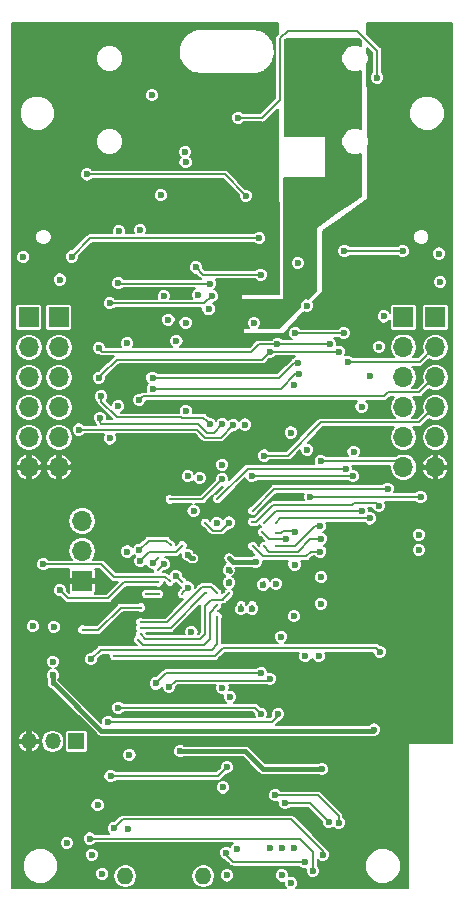
<source format=gbr>
G04 #@! TF.GenerationSoftware,KiCad,Pcbnew,(5.0.1-3-g963ef8bb5)*
G04 #@! TF.CreationDate,2019-01-09T16:01:24-05:00*
G04 #@! TF.ProjectId,Tympan_D_3,54796D70616E5F445F332E6B69636164,rev?*
G04 #@! TF.SameCoordinates,PX6d878d0PY72e6100*
G04 #@! TF.FileFunction,Copper,L3,Inr,Mixed*
G04 #@! TF.FilePolarity,Positive*
%FSLAX46Y46*%
G04 Gerber Fmt 4.6, Leading zero omitted, Abs format (unit mm)*
G04 Created by KiCad (PCBNEW (5.0.1-3-g963ef8bb5)) date Wednesday, January 09, 2019 at 04:01:24 PM*
%MOMM*%
%LPD*%
G01*
G04 APERTURE LIST*
G04 #@! TA.AperFunction,ViaPad*
%ADD10O,1.400000X1.400000*%
G04 #@! TD*
G04 #@! TA.AperFunction,ViaPad*
%ADD11R,1.700000X1.700000*%
G04 #@! TD*
G04 #@! TA.AperFunction,ViaPad*
%ADD12O,1.700000X1.700000*%
G04 #@! TD*
G04 #@! TA.AperFunction,ViaPad*
%ADD13R,1.350000X1.350000*%
G04 #@! TD*
G04 #@! TA.AperFunction,ViaPad*
%ADD14O,1.350000X1.350000*%
G04 #@! TD*
G04 #@! TA.AperFunction,ViaPad*
%ADD15C,0.600000*%
G04 #@! TD*
G04 #@! TA.AperFunction,ViaPad*
%ADD16C,0.300000*%
G04 #@! TD*
G04 #@! TA.AperFunction,Conductor*
%ADD17C,0.381000*%
G04 #@! TD*
G04 #@! TA.AperFunction,Conductor*
%ADD18C,0.203200*%
G04 #@! TD*
G04 #@! TA.AperFunction,Conductor*
%ADD19C,0.177800*%
G04 #@! TD*
G04 #@! TA.AperFunction,Conductor*
%ADD20C,0.200000*%
G04 #@! TD*
G04 APERTURE END LIST*
D10*
G04 #@! TO.N,Earth*
G04 #@! TO.C,P1*
X9950000Y1400000D03*
X16550000Y1400000D03*
G04 #@! TD*
D11*
G04 #@! TO.N,GND*
G04 #@! TO.C,RV1*
X6300000Y26375000D03*
D12*
G04 #@! TO.N,/POT*
X6300000Y28915000D03*
G04 #@! TO.N,+3V3*
X6300000Y31455000D03*
G04 #@! TD*
D11*
G04 #@! TO.N,+3V3*
G04 #@! TO.C,P3*
X36200000Y48700000D03*
D12*
G04 #@! TO.N,/DOUT_1*
X36200000Y46160000D03*
G04 #@! TO.N,/DIN_1*
X36200000Y43620000D03*
G04 #@! TO.N,/SDA2*
X36200000Y41080000D03*
G04 #@! TO.N,/SCL2*
X36200000Y38540000D03*
G04 #@! TO.N,GND*
X36200000Y36000000D03*
G04 #@! TD*
D11*
G04 #@! TO.N,/M_BIAS_1*
G04 #@! TO.C,P4*
X4318000Y48700000D03*
D12*
G04 #@! TO.N,/MCLK*
X4318000Y46160000D03*
G04 #@! TO.N,/BCLK*
X4318000Y43620000D03*
G04 #@! TO.N,/WCLK*
X4318000Y41080000D03*
G04 #@! TO.N,/nRESET_1*
X4318000Y38540000D03*
G04 #@! TO.N,GND*
X4318000Y36000000D03*
G04 #@! TD*
D11*
G04 #@! TO.N,+1V8*
G04 #@! TO.C,P5*
X1778000Y48700000D03*
D12*
G04 #@! TO.N,Net-(C23-Pad2)*
X1778000Y46160000D03*
G04 #@! TO.N,Net-(C24-Pad2)*
X1778000Y43620000D03*
G04 #@! TO.N,Net-(C25-Pad2)*
X1778000Y41080000D03*
G04 #@! TO.N,Net-(C26-Pad2)*
X1778000Y38540000D03*
G04 #@! TO.N,GND*
X1778000Y36000000D03*
G04 #@! TD*
D11*
G04 #@! TO.N,/TX_3*
G04 #@! TO.C,P2*
X33500000Y48707000D03*
D12*
G04 #@! TO.N,/RX_3*
X33500000Y46167000D03*
G04 #@! TO.N,/MISO_2*
X33500000Y43627000D03*
G04 #@! TO.N,/MOSI_2*
X33500000Y41087000D03*
G04 #@! TO.N,/SCK_2*
X33500000Y38547000D03*
G04 #@! TO.N,/SS_2*
X33500000Y36007000D03*
G04 #@! TD*
D13*
G04 #@! TO.N,VPP*
G04 #@! TO.C,P6*
X5800000Y12800000D03*
D14*
X3800000Y12800000D03*
G04 #@! TO.N,GND*
X1800000Y12800000D03*
G04 #@! TD*
D15*
G04 #@! TO.N,GND*
X10175000Y31675000D03*
X17000000Y49400000D03*
X18350000Y2350000D03*
X14550000Y7150000D03*
X36750000Y57600000D03*
X32250000Y56350000D03*
X1100000Y55050000D03*
X5600000Y56300000D03*
X27050000Y12400000D03*
X11900000Y16900000D03*
X32425000Y27925000D03*
D16*
X16806402Y29200000D03*
X22700000Y24350000D03*
X15775000Y27300000D03*
D15*
X17394600Y44483000D03*
X19294600Y44483000D03*
X19294600Y46383000D03*
X17394600Y46383000D03*
D16*
X20750000Y27300000D03*
D15*
X23000000Y40175000D03*
X14700000Y22049999D03*
X24766379Y69718390D03*
X21550000Y51150000D03*
X20600000Y49200008D03*
G04 #@! TO.N,+3V3*
X18200000Y8900000D03*
X36600000Y51700000D03*
X4400000Y51900000D03*
X3800000Y19550000D03*
X3900000Y22500000D03*
X15250000Y28550000D03*
D16*
X15700000Y28300000D03*
D15*
X19400000Y3700000D03*
X24275000Y27750000D03*
X24225000Y42950000D03*
X24550000Y53299998D03*
X13200000Y50500000D03*
G04 #@! TO.N,VPP*
X31000000Y13800000D03*
X3800000Y18400000D03*
D16*
X17750000Y23350000D03*
D15*
X7050000Y19750000D03*
G04 #@! TO.N,+1V8*
X12950000Y59050000D03*
X34800000Y29000000D03*
X34800000Y30300000D03*
X16100000Y50600000D03*
X13600000Y48500000D03*
X15075000Y40800000D03*
D16*
G04 #@! TO.N,/POT*
X12775000Y25275000D03*
X11725000Y25275000D03*
D15*
G04 #@! TO.N,/IN2_L*
X33450000Y54300000D03*
X28475000Y54325000D03*
X24350000Y47350000D03*
X28425000Y47375000D03*
G04 #@! TO.N,Net-(C17-Pad2)*
X36500000Y54100000D03*
G04 #@! TO.N,/IN2_R*
X5400000Y53850000D03*
X21300000Y55400000D03*
X20850000Y48225000D03*
G04 #@! TO.N,Net-(C19-Pad2)*
X1300000Y53800000D03*
G04 #@! TO.N,+BATT*
X7600000Y7400000D03*
G04 #@! TO.N,Net-(J1-Pad3)*
X19500000Y65600000D03*
X31275000Y69000000D03*
G04 #@! TO.N,/MICDET*
X9400000Y56000000D03*
X10100000Y46500000D03*
G04 #@! TO.N,/BT_TX*
X11087500Y28962500D03*
X25825000Y1825000D03*
X6925000Y4575000D03*
D16*
X13800000Y29425000D03*
G04 #@! TO.N,/BT_RX*
X14775000Y29375000D03*
D15*
X11225000Y28075000D03*
X8975000Y5425000D03*
X26675000Y3200000D03*
G04 #@! TO.N,/BT_nRESET*
X22650000Y8225000D03*
X28000000Y5925000D03*
X19750000Y23975000D03*
D16*
X19750000Y24325000D03*
D15*
G04 #@! TO.N,/BCLK*
X18175000Y39650000D03*
X18150000Y36225000D03*
X7800000Y40200000D03*
G04 #@! TO.N,/MCLK*
X17125000Y39650000D03*
D16*
X15725000Y32300000D03*
D15*
X15725000Y32300000D03*
X7900000Y42000000D03*
G04 #@! TO.N,/BT_RTS*
X27175000Y5950000D03*
X23475000Y7550000D03*
X20700000Y24025000D03*
D16*
X20700000Y24300000D03*
D15*
G04 #@! TO.N,/BT_CTS*
X15550000Y22050000D03*
X18500000Y3375000D03*
X25125000Y2600000D03*
G04 #@! TO.N,/WCLK*
X19075000Y39575000D03*
X6000000Y39200000D03*
D16*
G04 #@! TO.N,/DIN*
X13725000Y33300000D03*
D15*
X18150000Y34975000D03*
X20075000Y39625000D03*
G04 #@! TO.N,/nRESET*
X16250000Y35100000D03*
D16*
G04 #@! TO.N,/SCL/SS*
X12700000Y28300000D03*
D15*
X12300000Y27900000D03*
X12275000Y42650000D03*
X24624996Y43900000D03*
D16*
G04 #@! TO.N,/SDA/MOSI*
X12725000Y27325000D03*
D15*
X13225000Y27800000D03*
X12250000Y43575000D03*
X24600000Y44850000D03*
D16*
G04 #@! TO.N,/DOUT*
X16725000Y31300000D03*
D15*
X18725000Y31325000D03*
X23950000Y38950000D03*
G04 #@! TO.N,/IN1_L*
X26325000Y20000000D03*
X28025000Y45800000D03*
X22200000Y45800000D03*
X7700000Y43600000D03*
G04 #@! TO.N,/IN1_R*
X25200000Y20000000D03*
X27300000Y46425000D03*
X22825000Y46425000D03*
X7700000Y46100000D03*
G04 #@! TO.N,/LOL*
X9350000Y51600000D03*
X17100000Y51550000D03*
X9350000Y15650000D03*
X21450000Y15125000D03*
X9350000Y41175000D03*
G04 #@! TO.N,/LOR*
X22900000Y15125000D03*
X8500000Y14450000D03*
X8625000Y49900000D03*
X17250000Y50500000D03*
X8625000Y38450000D03*
G04 #@! TO.N,/HPL*
X15050000Y48250000D03*
X15050000Y61825000D03*
G04 #@! TO.N,/HPR*
X14275000Y46700000D03*
X15025000Y62700000D03*
G04 #@! TO.N,Net-(C1-Pad1)*
X18700000Y26250000D03*
D16*
X18700000Y26350000D03*
D15*
G04 #@! TO.N,Net-(C1-Pad2)*
X21000000Y28000000D03*
D16*
X18750000Y28300000D03*
D15*
G04 #@! TO.N,Net-(C28-Pad2)*
X23150000Y21650000D03*
G04 #@! TO.N,Net-(IC1-PadA9)*
X15225000Y35250000D03*
G04 #@! TO.N,/CLK*
X26525000Y26700000D03*
G04 #@! TO.N,/USB0_D+*
X13650000Y17400000D03*
X22200000Y18100000D03*
X22700000Y26150000D03*
D16*
X22725000Y26300000D03*
D15*
G04 #@! TO.N,/DAT0*
X26500000Y24450000D03*
D16*
X22700000Y30450000D03*
D15*
X24350000Y30500000D03*
D16*
G04 #@! TO.N,/DAT1*
X21550000Y30500000D03*
D15*
X24225000Y23400000D03*
X23525000Y29975000D03*
G04 #@! TO.N,Net-(IC1-PadD7)*
X17700000Y31300000D03*
D16*
X17700000Y31300000D03*
D15*
G04 #@! TO.N,/DAT2*
X26425000Y31025000D03*
D16*
X22675000Y29350000D03*
G04 #@! TO.N,/DAT3*
X21725000Y29300000D03*
D15*
X26475000Y29950000D03*
D16*
G04 #@! TO.N,/CMD*
X20725000Y29325000D03*
D15*
X26450000Y28875000D03*
G04 #@! TO.N,/USB0_D-*
X21625000Y26050000D03*
D16*
X21725000Y26300000D03*
D15*
X21450000Y18575000D03*
X12525000Y17700000D03*
G04 #@! TO.N,Net-(IC1-PadH5)*
X18700000Y27300000D03*
D16*
X18805382Y27250000D03*
G04 #@! TO.N,/PTA0*
X11250000Y21875000D03*
X18725000Y25325000D03*
G04 #@! TO.N,/PTA1*
X11250000Y22875000D03*
X17725000Y25325000D03*
G04 #@! TO.N,/PTA2*
X11025000Y21400000D03*
X17725000Y24325000D03*
G04 #@! TO.N,/PTA3*
X11250000Y22375000D03*
X16750000Y25325000D03*
G04 #@! TO.N,/RESET_B*
X11250000Y24125000D03*
X6325000Y22250000D03*
D15*
G04 #@! TO.N,/PROG*
X31500000Y20400000D03*
D16*
X9025000Y20025000D03*
D15*
G04 #@! TO.N,/V_USB*
X10300000Y11650000D03*
G04 #@! TO.N,Net-(C21-Pad1)*
X26600000Y10450000D03*
X14600000Y11950000D03*
G04 #@! TO.N,Net-(D6-Pad2)*
X23200000Y1450000D03*
G04 #@! TO.N,Net-(D6-Pad3)*
X24000000Y800000D03*
G04 #@! TO.N,Net-(D6-Pad4)*
X18550000Y1450000D03*
G04 #@! TO.N,Net-(F1-Pad1)*
X2100000Y22550000D03*
G04 #@! TO.N,/VREGEN*
X18550000Y10600000D03*
X8700000Y9850000D03*
X10125000Y28875000D03*
G04 #@! TO.N,/LED_0*
X22200000Y3800000D03*
G04 #@! TO.N,/LED_1*
X23200000Y3750000D03*
G04 #@! TO.N,/LED_2*
X24200000Y3750000D03*
G04 #@! TO.N,/M_BIAS*
X25300002Y49700000D03*
X25350000Y37500000D03*
G04 #@! TO.N,Net-(R16-Pad2)*
X15900000Y52925000D03*
X21400000Y52300000D03*
G04 #@! TO.N,/SS_2*
X26486166Y36550435D03*
G04 #@! TO.N,/SCK_2*
X25625000Y33475000D03*
X34950000Y33475000D03*
D16*
G04 #@! TO.N,/TX_3*
X20725000Y32325000D03*
D15*
X31825000Y48775000D03*
X32150000Y34200000D03*
G04 #@! TO.N,/MISO_2*
X30650000Y31675000D03*
D16*
X22725000Y31325000D03*
D15*
X30650000Y43700000D03*
D16*
G04 #@! TO.N,/MOSI_2*
X21725000Y31325000D03*
D15*
X29950000Y32300000D03*
X29950000Y41150000D03*
D16*
G04 #@! TO.N,/RX_3*
X20675000Y31375000D03*
D15*
X31425000Y46225000D03*
X31425000Y32725000D03*
G04 #@! TO.N,Net-(D1-Pad1)*
X8000000Y1600000D03*
X5000000Y4200000D03*
G04 #@! TO.N,/BT_PIO5*
X18175000Y17325000D03*
G04 #@! TO.N,/BT_PIO0*
X18825000Y16550000D03*
G04 #@! TO.N,/USB*
X10200000Y5400000D03*
X7100000Y3200000D03*
G04 #@! TO.N,Net-(C12-Pad2)*
X6700000Y60800000D03*
X20150000Y59000000D03*
G04 #@! TO.N,Net-(C13-Pad2)*
X12200000Y67500000D03*
X11200000Y56100000D03*
D16*
G04 #@! TO.N,/nRESET_1*
X12750000Y26275000D03*
D15*
X4400000Y25600000D03*
G04 #@! TO.N,/DIN_1*
X11125000Y41700000D03*
D16*
G04 #@! TO.N,/DOUT_1*
X17750000Y33325000D03*
D15*
X28599998Y35902058D03*
X28775000Y44925000D03*
D16*
G04 #@! TO.N,/SDA2*
X14750000Y26300000D03*
D15*
X14225000Y26825000D03*
X21700000Y37000000D03*
G04 #@! TO.N,/SCL2*
X29275000Y37325000D03*
X29225000Y35250002D03*
D16*
X14750000Y25275000D03*
D15*
X15225000Y25825000D03*
X20650002Y35250002D03*
D16*
G04 #@! TO.N,/M_BIAS_1*
X13700000Y26350000D03*
D15*
X3000000Y27800000D03*
G04 #@! TD*
D17*
G04 #@! TO.N,GND*
X16806402Y29200000D02*
X16800000Y29200000D01*
G04 #@! TO.N,+3V3*
X15500000Y28300000D02*
X15250000Y28550000D01*
X15700000Y28300000D02*
X15500000Y28300000D01*
G04 #@! TO.N,VPP*
X7900000Y13700000D02*
X3800000Y17800000D01*
X30900000Y13700000D02*
X7900000Y13700000D01*
X31000000Y13800000D02*
X30900000Y13700000D01*
X3800000Y17800000D02*
X3800000Y18400000D01*
X3800000Y17700000D02*
X3800000Y17800000D01*
D18*
X17250000Y20550000D02*
X17750000Y21050000D01*
X7850000Y20550000D02*
X17250000Y20550000D01*
X17750000Y21050000D02*
X17750000Y23350000D01*
X7050000Y19750000D02*
X7850000Y20550000D01*
G04 #@! TO.N,/POT*
X12775000Y25275000D02*
X11725000Y25275000D01*
G04 #@! TO.N,/IN2_L*
X29800000Y54300000D02*
X33450000Y54300000D01*
X28500000Y54300000D02*
X29800000Y54300000D01*
X28475000Y54325000D02*
X28500000Y54300000D01*
X28400000Y47350000D02*
X28425000Y47375000D01*
X24350000Y47350000D02*
X28400000Y47350000D01*
G04 #@! TO.N,/IN2_R*
X6950000Y55400000D02*
X21300000Y55400000D01*
X5400000Y53850000D02*
X6950000Y55400000D01*
G04 #@! TO.N,Net-(J1-Pad3)*
X31250000Y68975000D02*
X31275000Y69000000D01*
X31275000Y71275000D02*
X31275000Y69000000D01*
X23050000Y72325000D02*
X23700000Y72975000D01*
X23050000Y67100000D02*
X23050000Y72325000D01*
X29575000Y72975000D02*
X31275000Y71275000D01*
X23700000Y72975000D02*
X29575000Y72975000D01*
X21550000Y65600000D02*
X23050000Y67100000D01*
X19500000Y65600000D02*
X21550000Y65600000D01*
G04 #@! TO.N,/BT_TX*
X25825000Y1825000D02*
X25825000Y3450000D01*
X25825000Y3450000D02*
X24700000Y4575000D01*
X24700000Y4575000D02*
X6925000Y4575000D01*
X13400000Y29800000D02*
X13800000Y29400000D01*
X11925000Y29800000D02*
X13400000Y29800000D01*
X13800000Y29400000D02*
X13800000Y29425000D01*
X11087500Y28962500D02*
X11925000Y29800000D01*
G04 #@! TO.N,/BT_RX*
X9750000Y6200000D02*
X8975000Y5425000D01*
X23975000Y6200000D02*
X9750000Y6200000D01*
X26675000Y3500000D02*
X23975000Y6200000D01*
X26675000Y3200000D02*
X26675000Y3500000D01*
X11950000Y28800000D02*
X11225000Y28075000D01*
X14200000Y28800000D02*
X11950000Y28800000D01*
X14775000Y29375000D02*
X14200000Y28800000D01*
G04 #@! TO.N,/BT_nRESET*
X22650000Y8225000D02*
X26225000Y8225000D01*
X19750000Y23975000D02*
X19750000Y24300000D01*
X19750000Y24325000D02*
X19750000Y24300000D01*
X28000000Y6450000D02*
X28000000Y5925000D01*
X26225000Y8225000D02*
X28000000Y6450000D01*
G04 #@! TO.N,/BCLK*
X7900000Y39700000D02*
X7800000Y39800000D01*
X16100000Y39700000D02*
X7900000Y39700000D01*
X16850000Y38950000D02*
X16100000Y39700000D01*
X17475000Y38950000D02*
X16850000Y38950000D01*
X18175000Y39650000D02*
X17475000Y38950000D01*
X7800000Y39800000D02*
X7800000Y40200000D01*
G04 #@! TO.N,/MCLK*
X7900000Y41575736D02*
X9250736Y40225000D01*
X7900000Y42000000D02*
X7900000Y41575736D01*
X9250736Y40225000D02*
X14764230Y40225000D01*
X14764230Y40225000D02*
X14770831Y40218399D01*
X14770831Y40218399D02*
X16556601Y40218399D01*
X16556601Y40218399D02*
X16825001Y39949999D01*
X16825001Y39949999D02*
X17125000Y39650000D01*
G04 #@! TO.N,/BT_RTS*
X23475000Y7550000D02*
X25575000Y7550000D01*
X25575000Y7550000D02*
X27175000Y5950000D01*
X20700000Y24025000D02*
X20700000Y24300000D01*
G04 #@! TO.N,/BT_CTS*
X18500000Y3200000D02*
X18500000Y3375000D01*
X19100000Y2600000D02*
X18500000Y3200000D01*
X25125000Y2600000D02*
X19100000Y2600000D01*
G04 #@! TO.N,/WCLK*
X16032988Y39196798D02*
X6201202Y39196798D01*
X16704786Y38525000D02*
X16032988Y39196798D01*
X18025000Y38525000D02*
X16704786Y38525000D01*
X19075000Y39575000D02*
X18025000Y38525000D01*
X6003202Y39196798D02*
X6000000Y39200000D01*
X6201202Y39196798D02*
X6003202Y39196798D01*
G04 #@! TO.N,/DIN*
X13725000Y33300000D02*
X16475000Y33300000D01*
X16475000Y33300000D02*
X18150000Y34975000D01*
G04 #@! TO.N,/SCL/SS*
X12700000Y28300000D02*
X12300000Y27900000D01*
X24350000Y43900000D02*
X24624996Y43900000D01*
X23100000Y42650000D02*
X24350000Y43900000D01*
X12275000Y42650000D02*
X23100000Y42650000D01*
G04 #@! TO.N,/SDA/MOSI*
X12725000Y27325000D02*
X13200000Y27800000D01*
X13200000Y27800000D02*
X13225000Y27800000D01*
X24250000Y44850000D02*
X24600000Y44850000D01*
X22975000Y43575000D02*
X24250000Y44850000D01*
X12250000Y43575000D02*
X22975000Y43575000D01*
G04 #@! TO.N,/DOUT*
X16725000Y31300000D02*
X17375000Y30650000D01*
X17375000Y30650000D02*
X18050000Y30650000D01*
X18050000Y30650000D02*
X18725000Y31325000D01*
G04 #@! TO.N,/IN1_L*
X28025000Y45800000D02*
X22200000Y45800000D01*
D19*
X22200000Y45800000D02*
X21525000Y45125000D01*
X7999999Y43899999D02*
X7700000Y43600000D01*
X21525000Y45125000D02*
X9225000Y45125000D01*
X9225000Y45125000D02*
X7999999Y43899999D01*
D18*
G04 #@! TO.N,/IN1_R*
X27300000Y46425000D02*
X22825000Y46425000D01*
D19*
X22825000Y46425000D02*
X21250000Y46425000D01*
X21250000Y46425000D02*
X20625001Y45800001D01*
X20625001Y45800001D02*
X7999999Y45800001D01*
X7999999Y45800001D02*
X7700000Y46100000D01*
G04 #@! TO.N,/LOL*
X17100000Y51550000D02*
X9400000Y51550000D01*
X9400000Y51550000D02*
X9350000Y51600000D01*
X17100000Y51550000D02*
X17075000Y51525000D01*
D18*
X21450000Y15125000D02*
X20925000Y15650000D01*
X20925000Y15650000D02*
X9350000Y15650000D01*
G04 #@! TO.N,/LOR*
X22375000Y14450000D02*
X8500000Y14450000D01*
X22900000Y14975000D02*
X22375000Y14450000D01*
X22900000Y15125000D02*
X22900000Y14975000D01*
D19*
X17250000Y50500000D02*
X16650000Y49900000D01*
X16650000Y49900000D02*
X8625000Y49900000D01*
X17250000Y50500000D02*
X17225000Y50525000D01*
D17*
G04 #@! TO.N,Net-(C1-Pad1)*
X18700000Y26350000D02*
X18700000Y26250000D01*
G04 #@! TO.N,Net-(C1-Pad2)*
X19050000Y28000000D02*
X21000000Y28000000D01*
X18750000Y28300000D02*
X19050000Y28000000D01*
D18*
G04 #@! TO.N,/USB0_D+*
X13650000Y17400000D02*
X14200000Y17950000D01*
X22050000Y17950000D02*
X14375000Y17950000D01*
X22050000Y17950000D02*
X22200000Y18100000D01*
X14200000Y17950000D02*
X14375000Y17950000D01*
X22725000Y26300000D02*
X22725000Y26175000D01*
X22725000Y26175000D02*
X22700000Y26150000D01*
G04 #@! TO.N,/DAT0*
X22700000Y30450000D02*
X23100000Y30450000D01*
X24200000Y30650000D02*
X24350000Y30500000D01*
X23300000Y30650000D02*
X24200000Y30650000D01*
X23100000Y30450000D02*
X23300000Y30650000D01*
G04 #@! TO.N,/DAT1*
X21550000Y30500000D02*
X22075000Y29975000D01*
X22075000Y29975000D02*
X23525000Y29975000D01*
G04 #@! TO.N,/DAT2*
X26425000Y31025000D02*
X26025000Y31025000D01*
X26025000Y31025000D02*
X24350000Y29350000D01*
X24350000Y29350000D02*
X22675000Y29350000D01*
G04 #@! TO.N,/DAT3*
X21725000Y29300000D02*
X22150000Y28875000D01*
X25620214Y29950000D02*
X26475000Y29950000D01*
X24545214Y28875000D02*
X25620214Y29950000D01*
X22150000Y28875000D02*
X24545214Y28875000D01*
G04 #@! TO.N,/CMD*
X20725000Y29325000D02*
X21578202Y28471798D01*
X25665428Y28875000D02*
X26450000Y28875000D01*
X25262226Y28471798D02*
X25665428Y28875000D01*
X21578202Y28471798D02*
X25262226Y28471798D01*
G04 #@! TO.N,/USB0_D-*
X21625000Y26200000D02*
X21625000Y26050000D01*
X21725000Y26300000D02*
X21625000Y26200000D01*
X13400000Y18575000D02*
X12525000Y17700000D01*
X21450000Y18575000D02*
X13400000Y18575000D01*
D17*
G04 #@! TO.N,Net-(IC1-PadH5)*
X18755382Y27300000D02*
X18700000Y27300000D01*
X18805382Y27250000D02*
X18755382Y27300000D01*
D18*
G04 #@! TO.N,/PTA0*
X18250000Y24850000D02*
X18725000Y25325000D01*
X17200000Y24800000D02*
X18200000Y24800000D01*
X18200000Y24800000D02*
X18250000Y24850000D01*
X16700000Y24300000D02*
X17200000Y24800000D01*
X16700000Y21900000D02*
X16700000Y24300000D01*
X16268399Y21468399D02*
X16700000Y21900000D01*
X11250000Y21875000D02*
X11250000Y21850000D01*
X11631601Y21468399D02*
X16268399Y21468399D01*
X11250000Y21850000D02*
X11631601Y21468399D01*
G04 #@! TO.N,/PTA1*
X17200000Y25850000D02*
X16450000Y25850000D01*
X13475000Y22875000D02*
X11250000Y22875000D01*
X16450000Y25850000D02*
X13475000Y22875000D01*
X17725000Y25325000D02*
X17200000Y25850000D01*
G04 #@! TO.N,/PTA2*
X17100000Y23700000D02*
X17725000Y24325000D01*
X17100000Y21500000D02*
X17100000Y23700000D01*
X16600000Y21000000D02*
X17100000Y21500000D01*
X11425000Y21000000D02*
X16600000Y21000000D01*
X11025000Y21400000D02*
X11425000Y21000000D01*
G04 #@! TO.N,/PTA3*
X13775000Y22375000D02*
X11250000Y22375000D01*
X16725000Y25325000D02*
X13775000Y22375000D01*
X16750000Y25325000D02*
X16725000Y25325000D01*
G04 #@! TO.N,/RESET_B*
X9550000Y24125000D02*
X11250000Y24125000D01*
X7675000Y22250000D02*
X9550000Y24125000D01*
X6325000Y22250000D02*
X7675000Y22250000D01*
G04 #@! TO.N,/PROG*
X17525000Y20025000D02*
X9025000Y20025000D01*
X18225000Y20725000D02*
X17525000Y20025000D01*
X31175000Y20725000D02*
X18225000Y20725000D01*
X31500000Y20400000D02*
X31175000Y20725000D01*
D17*
G04 #@! TO.N,Net-(C21-Pad1)*
X21600000Y10450000D02*
X26600000Y10450000D01*
X20100000Y11950000D02*
X21600000Y10450000D01*
X14600000Y11950000D02*
X20100000Y11950000D01*
D18*
G04 #@! TO.N,/VREGEN*
X18550000Y10600000D02*
X17800000Y9850000D01*
X17800000Y9850000D02*
X8700000Y9850000D01*
D19*
G04 #@! TO.N,Net-(R16-Pad2)*
X20975736Y52300000D02*
X21400000Y52300000D01*
X16525000Y52300000D02*
X20975736Y52300000D01*
X15900000Y52925000D02*
X16525000Y52300000D01*
D18*
G04 #@! TO.N,/SS_2*
X26910430Y36550435D02*
X26486166Y36550435D01*
X33024565Y36550435D02*
X26910430Y36550435D01*
X33500000Y36075000D02*
X33024565Y36550435D01*
G04 #@! TO.N,/SCK_2*
X25625000Y33475000D02*
X34950000Y33475000D01*
G04 #@! TO.N,/TX_3*
X20725000Y32325000D02*
X22575000Y34175000D01*
X32125000Y34175000D02*
X32150000Y34200000D01*
X22575000Y34175000D02*
X32125000Y34175000D01*
G04 #@! TO.N,/MISO_2*
X23075000Y31675000D02*
X30650000Y31675000D01*
X22725000Y31325000D02*
X23075000Y31675000D01*
G04 #@! TO.N,/MOSI_2*
X21725000Y31325000D02*
X22700000Y32300000D01*
X22700000Y32300000D02*
X29950000Y32300000D01*
G04 #@! TO.N,/RX_3*
X20675000Y31375000D02*
X21025000Y31375000D01*
X31150000Y33000000D02*
X31425000Y32725000D01*
X29300000Y33000000D02*
X31150000Y33000000D01*
X29100000Y32800000D02*
X29300000Y33000000D01*
X22450000Y32800000D02*
X29100000Y32800000D01*
X21025000Y31375000D02*
X22450000Y32800000D01*
G04 #@! TO.N,Net-(C12-Pad2)*
X18350000Y60800000D02*
X11100000Y60800000D01*
X11100000Y60800000D02*
X6700000Y60800000D01*
X20150000Y59000000D02*
X18350000Y60800000D01*
G04 #@! TO.N,/nRESET_1*
X5100000Y24900000D02*
X4400000Y25600000D01*
X8500000Y24900000D02*
X5100000Y24900000D01*
X9875000Y26275000D02*
X8500000Y24900000D01*
X12750000Y26275000D02*
X9875000Y26275000D01*
G04 #@! TO.N,/DIN_1*
X11424999Y41999999D02*
X31824999Y41999999D01*
X11125000Y41700000D02*
X11424999Y41999999D01*
X31824999Y41999999D02*
X32175000Y42350000D01*
X34830000Y42350000D02*
X36200000Y43720000D01*
X32175000Y42350000D02*
X34830000Y42350000D01*
G04 #@! TO.N,/DOUT_1*
X17750000Y33325000D02*
X20327058Y35902058D01*
X28175734Y35902058D02*
X28599998Y35902058D01*
X20327058Y35902058D02*
X28175734Y35902058D01*
X34865000Y44925000D02*
X36200000Y46260000D01*
X28775000Y44925000D02*
X34865000Y44925000D01*
G04 #@! TO.N,/SDA2*
X14750000Y26300000D02*
X14225000Y26825000D01*
X22124264Y37000000D02*
X21700000Y37000000D01*
X23725000Y37000000D02*
X22124264Y37000000D01*
X26525000Y39800000D02*
X23725000Y37000000D01*
X34820000Y39800000D02*
X26525000Y39800000D01*
X36200000Y41180000D02*
X34820000Y39800000D01*
G04 #@! TO.N,/SCL2*
X20650002Y35250002D02*
X28800736Y35250002D01*
X28800736Y35250002D02*
X29225000Y35250002D01*
X14750000Y25350000D02*
X15225000Y25825000D01*
X14750000Y25275000D02*
X14750000Y25350000D01*
G04 #@! TO.N,/M_BIAS_1*
X13343399Y26706601D02*
X9764659Y26706601D01*
X13700000Y26350000D02*
X13343399Y26706601D01*
X9764659Y26706601D02*
X8993399Y26706601D01*
X3016601Y27783399D02*
X3000000Y27800000D01*
X7916601Y27783399D02*
X3016601Y27783399D01*
X8993399Y26706601D02*
X7916601Y27783399D01*
G04 #@! TD*
D20*
G04 #@! TO.N,GND*
G36*
X22858005Y72700953D02*
X22793991Y72636939D01*
X22760464Y72614537D01*
X22738062Y72581010D01*
X22738060Y72581008D01*
X22671703Y72481696D01*
X22640533Y72325000D01*
X22648401Y72285447D01*
X22648400Y67266348D01*
X21383652Y66001600D01*
X19946929Y66001600D01*
X19839873Y66108656D01*
X19619347Y66200000D01*
X19380653Y66200000D01*
X19160127Y66108656D01*
X18991344Y65939873D01*
X18900000Y65719347D01*
X18900000Y65480653D01*
X18991344Y65260127D01*
X19160127Y65091344D01*
X19380653Y65000000D01*
X19619347Y65000000D01*
X19839873Y65091344D01*
X19946929Y65198400D01*
X21510451Y65198400D01*
X21550000Y65190533D01*
X21589549Y65198400D01*
X21589550Y65198400D01*
X21706696Y65221702D01*
X21839537Y65310463D01*
X21861941Y65343993D01*
X22898520Y66380572D01*
X22999357Y50650000D01*
X19850000Y50650000D01*
X19811732Y50642388D01*
X19779289Y50620711D01*
X19757612Y50588268D01*
X19750013Y50548413D01*
X19753981Y50298413D01*
X19762199Y50260270D01*
X19784388Y50228176D01*
X19817171Y50207016D01*
X19853968Y50200000D01*
X23290625Y50200000D01*
X23328893Y50207612D01*
X23361336Y50229289D01*
X23383013Y50261732D01*
X23390625Y50299688D01*
X23400349Y53419345D01*
X23950000Y53419345D01*
X23950000Y53180651D01*
X24041344Y52960125D01*
X24210127Y52791342D01*
X24430653Y52699998D01*
X24669347Y52699998D01*
X24889873Y52791342D01*
X25058656Y52960125D01*
X25150000Y53180651D01*
X25150000Y53419345D01*
X25058656Y53639871D01*
X24889873Y53808654D01*
X24669347Y53899998D01*
X24430653Y53899998D01*
X24210127Y53808654D01*
X24041344Y53639871D01*
X23950000Y53419345D01*
X23400349Y53419345D01*
X23422498Y60525000D01*
X26875000Y60525000D01*
X26913268Y60532612D01*
X26945711Y60554289D01*
X26967388Y60586732D01*
X26975000Y60625000D01*
X26975000Y63975000D01*
X26967388Y64013268D01*
X26945711Y64045711D01*
X26913268Y64067388D01*
X26875000Y64075000D01*
X23433563Y64075000D01*
X23442730Y67015858D01*
X23451600Y67060450D01*
X23451600Y67060454D01*
X23459466Y67099999D01*
X23451600Y67139544D01*
X23451600Y69861485D01*
X23458783Y72165835D01*
X23548840Y72255892D01*
X29737843Y72244209D01*
X29881589Y72100462D01*
X29882226Y71645007D01*
X29628749Y71750000D01*
X29171251Y71750000D01*
X28748577Y71574923D01*
X28425077Y71251423D01*
X28250000Y70828749D01*
X28250000Y70371251D01*
X28425077Y69948577D01*
X28748577Y69625077D01*
X29171251Y69450000D01*
X29628749Y69450000D01*
X29885145Y69556202D01*
X29892013Y64640953D01*
X29628749Y64750000D01*
X29171251Y64750000D01*
X28748577Y64574923D01*
X28425077Y64251423D01*
X28250000Y63828749D01*
X28250000Y63371251D01*
X28425077Y62948577D01*
X28748577Y62625077D01*
X29171251Y62450000D01*
X29628749Y62450000D01*
X29894920Y62560251D01*
X29899927Y58977014D01*
X29193434Y58482469D01*
X27894162Y57607959D01*
X27891876Y57606373D01*
X26141876Y56356373D01*
X26115160Y56327936D01*
X26100000Y56275000D01*
X26100000Y50965964D01*
X25437116Y50292641D01*
X25419349Y50300000D01*
X25180655Y50300000D01*
X24960129Y50208656D01*
X24791346Y50039873D01*
X24700002Y49819347D01*
X24700002Y49580653D01*
X24710712Y49554797D01*
X22983120Y47800000D01*
X21273529Y47800000D01*
X21358656Y47885127D01*
X21450000Y48105653D01*
X21450000Y48344347D01*
X21358656Y48564873D01*
X21189873Y48733656D01*
X20969347Y48825000D01*
X20730653Y48825000D01*
X20510127Y48733656D01*
X20341344Y48564873D01*
X20250000Y48344347D01*
X20250000Y48105653D01*
X20341344Y47885127D01*
X20426471Y47800000D01*
X19975000Y47800000D01*
X19936732Y47792388D01*
X19904289Y47770711D01*
X19882612Y47738268D01*
X19875000Y47700000D01*
X19875000Y47400000D01*
X19882612Y47361732D01*
X19904289Y47329289D01*
X19936732Y47307612D01*
X19975000Y47300000D01*
X23287500Y47300000D01*
X23325768Y47307612D01*
X23360000Y47331125D01*
X24845060Y48894347D01*
X31225000Y48894347D01*
X31225000Y48655653D01*
X31316344Y48435127D01*
X31485127Y48266344D01*
X31705653Y48175000D01*
X31944347Y48175000D01*
X32164873Y48266344D01*
X32333656Y48435127D01*
X32344123Y48460397D01*
X32344123Y47857000D01*
X32367407Y47739946D01*
X32433712Y47640712D01*
X32532946Y47574407D01*
X32650000Y47551123D01*
X34350000Y47551123D01*
X34467054Y47574407D01*
X34566288Y47640712D01*
X34632593Y47739946D01*
X34655877Y47857000D01*
X34655877Y49550000D01*
X35044123Y49550000D01*
X35044123Y47850000D01*
X35067407Y47732946D01*
X35133712Y47633712D01*
X35232946Y47567407D01*
X35350000Y47544123D01*
X37050000Y47544123D01*
X37167054Y47567407D01*
X37266288Y47633712D01*
X37332593Y47732946D01*
X37355877Y47850000D01*
X37355877Y49550000D01*
X37332593Y49667054D01*
X37266288Y49766288D01*
X37167054Y49832593D01*
X37050000Y49855877D01*
X35350000Y49855877D01*
X35232946Y49832593D01*
X35133712Y49766288D01*
X35067407Y49667054D01*
X35044123Y49550000D01*
X34655877Y49550000D01*
X34655877Y49557000D01*
X34632593Y49674054D01*
X34566288Y49773288D01*
X34467054Y49839593D01*
X34350000Y49862877D01*
X32650000Y49862877D01*
X32532946Y49839593D01*
X32433712Y49773288D01*
X32367407Y49674054D01*
X32344123Y49557000D01*
X32344123Y49089603D01*
X32333656Y49114873D01*
X32164873Y49283656D01*
X31944347Y49375000D01*
X31705653Y49375000D01*
X31485127Y49283656D01*
X31316344Y49114873D01*
X31225000Y48894347D01*
X24845060Y48894347D01*
X25022500Y49081125D01*
X25023243Y49081915D01*
X25079141Y49142048D01*
X25180655Y49100000D01*
X25419349Y49100000D01*
X25639875Y49191344D01*
X25808658Y49360127D01*
X25900002Y49580653D01*
X25900002Y49819347D01*
X25841048Y49961675D01*
X26673243Y50856915D01*
X26693722Y50890127D01*
X26700000Y50925000D01*
X26700000Y51819347D01*
X36000000Y51819347D01*
X36000000Y51580653D01*
X36091344Y51360127D01*
X36260127Y51191344D01*
X36480653Y51100000D01*
X36719347Y51100000D01*
X36939873Y51191344D01*
X37108656Y51360127D01*
X37200000Y51580653D01*
X37200000Y51819347D01*
X37108656Y52039873D01*
X36939873Y52208656D01*
X36719347Y52300000D01*
X36480653Y52300000D01*
X36260127Y52208656D01*
X36091344Y52039873D01*
X36000000Y51819347D01*
X26700000Y51819347D01*
X26700000Y54444347D01*
X27875000Y54444347D01*
X27875000Y54205653D01*
X27966344Y53985127D01*
X28135127Y53816344D01*
X28355653Y53725000D01*
X28594347Y53725000D01*
X28814873Y53816344D01*
X28896929Y53898400D01*
X33003071Y53898400D01*
X33110127Y53791344D01*
X33330653Y53700000D01*
X33569347Y53700000D01*
X33789873Y53791344D01*
X33958656Y53960127D01*
X34050000Y54180653D01*
X34050000Y54219347D01*
X35900000Y54219347D01*
X35900000Y53980653D01*
X35991344Y53760127D01*
X36160127Y53591344D01*
X36380653Y53500000D01*
X36619347Y53500000D01*
X36839873Y53591344D01*
X37008656Y53760127D01*
X37100000Y53980653D01*
X37100000Y54219347D01*
X37008656Y54439873D01*
X36839873Y54608656D01*
X36619347Y54700000D01*
X36380653Y54700000D01*
X36160127Y54608656D01*
X35991344Y54439873D01*
X35900000Y54219347D01*
X34050000Y54219347D01*
X34050000Y54419347D01*
X33958656Y54639873D01*
X33789873Y54808656D01*
X33569347Y54900000D01*
X33330653Y54900000D01*
X33110127Y54808656D01*
X33003071Y54701600D01*
X28946929Y54701600D01*
X28814873Y54833656D01*
X28594347Y54925000D01*
X28355653Y54925000D01*
X28135127Y54833656D01*
X27966344Y54664873D01*
X27875000Y54444347D01*
X26700000Y54444347D01*
X26700000Y55639239D01*
X34300000Y55639239D01*
X34300000Y55360761D01*
X34406568Y55103482D01*
X34603482Y54906568D01*
X34860761Y54800000D01*
X35139239Y54800000D01*
X35396518Y54906568D01*
X35593432Y55103482D01*
X35700000Y55360761D01*
X35700000Y55639239D01*
X35593432Y55896518D01*
X35396518Y56093432D01*
X35139239Y56200000D01*
X34860761Y56200000D01*
X34603482Y56093432D01*
X34406568Y55896518D01*
X34300000Y55639239D01*
X26700000Y55639239D01*
X26700000Y55999369D01*
X28258498Y57143891D01*
X30482776Y58718380D01*
X30509613Y58746703D01*
X30524998Y58800661D01*
X30495647Y63240030D01*
X30550000Y63371251D01*
X30550000Y63828749D01*
X30490810Y63971648D01*
X30475592Y66273369D01*
X34000000Y66273369D01*
X34000000Y65676631D01*
X34228361Y65125318D01*
X34650318Y64703361D01*
X35201631Y64475000D01*
X35798369Y64475000D01*
X36349682Y64703361D01*
X36771639Y65125318D01*
X37000000Y65676631D01*
X37000000Y66273369D01*
X36771639Y66824682D01*
X36349682Y67246639D01*
X35798369Y67475000D01*
X35201631Y67475000D01*
X34650318Y67246639D01*
X34228361Y66824682D01*
X34000000Y66273369D01*
X30475592Y66273369D01*
X30450093Y70130053D01*
X30550000Y70371251D01*
X30550000Y70828749D01*
X30443778Y71085193D01*
X30440762Y71541289D01*
X30873400Y71108651D01*
X30873401Y69446930D01*
X30766344Y69339873D01*
X30675000Y69119347D01*
X30675000Y68880653D01*
X30766344Y68660127D01*
X30935127Y68491344D01*
X31155653Y68400000D01*
X31394347Y68400000D01*
X31614873Y68491344D01*
X31783656Y68660127D01*
X31875000Y68880653D01*
X31875000Y69119347D01*
X31783656Y69339873D01*
X31676600Y69446929D01*
X31676600Y71235452D01*
X31684467Y71275001D01*
X31676600Y71314550D01*
X31653298Y71431696D01*
X31564537Y71564537D01*
X31531011Y71586938D01*
X30433202Y72684746D01*
X30426985Y73625000D01*
X37625001Y73625000D01*
X37625000Y12700000D01*
X34000000Y12700000D01*
X33961732Y12692388D01*
X33929289Y12670711D01*
X33907612Y12638268D01*
X33900000Y12600000D01*
X33900000Y375000D01*
X24423529Y375000D01*
X24508656Y460127D01*
X24600000Y680653D01*
X24600000Y919347D01*
X24508656Y1139873D01*
X24339873Y1308656D01*
X24119347Y1400000D01*
X23880653Y1400000D01*
X23800000Y1366593D01*
X23800000Y1569347D01*
X23708656Y1789873D01*
X23539873Y1958656D01*
X23319347Y2050000D01*
X23080653Y2050000D01*
X22860127Y1958656D01*
X22691344Y1789873D01*
X22600000Y1569347D01*
X22600000Y1330653D01*
X22691344Y1110127D01*
X22860127Y941344D01*
X23080653Y850000D01*
X23319347Y850000D01*
X23400000Y883407D01*
X23400000Y680653D01*
X23491344Y460127D01*
X23576471Y375000D01*
X375000Y375000D01*
X375000Y2548369D01*
X1250000Y2548369D01*
X1250000Y1951631D01*
X1478361Y1400318D01*
X1900318Y978361D01*
X2451631Y750000D01*
X3048369Y750000D01*
X3599682Y978361D01*
X4021639Y1400318D01*
X4153784Y1719347D01*
X7400000Y1719347D01*
X7400000Y1480653D01*
X7491344Y1260127D01*
X7660127Y1091344D01*
X7880653Y1000000D01*
X8119347Y1000000D01*
X8339873Y1091344D01*
X8508656Y1260127D01*
X8566592Y1400000D01*
X8930409Y1400000D01*
X9008021Y1009819D01*
X9229040Y679040D01*
X9559819Y458021D01*
X9851510Y400000D01*
X10048490Y400000D01*
X10340181Y458021D01*
X10670960Y679040D01*
X10891979Y1009819D01*
X10969591Y1400000D01*
X15530409Y1400000D01*
X15608021Y1009819D01*
X15829040Y679040D01*
X16159819Y458021D01*
X16451510Y400000D01*
X16648490Y400000D01*
X16940181Y458021D01*
X17270960Y679040D01*
X17491979Y1009819D01*
X17569591Y1400000D01*
X17535906Y1569347D01*
X17950000Y1569347D01*
X17950000Y1330653D01*
X18041344Y1110127D01*
X18210127Y941344D01*
X18430653Y850000D01*
X18669347Y850000D01*
X18889873Y941344D01*
X19058656Y1110127D01*
X19150000Y1330653D01*
X19150000Y1569347D01*
X19058656Y1789873D01*
X18889873Y1958656D01*
X18669347Y2050000D01*
X18430653Y2050000D01*
X18210127Y1958656D01*
X18041344Y1789873D01*
X17950000Y1569347D01*
X17535906Y1569347D01*
X17491979Y1790181D01*
X17270960Y2120960D01*
X16940181Y2341979D01*
X16648490Y2400000D01*
X16451510Y2400000D01*
X16159819Y2341979D01*
X15829040Y2120960D01*
X15608021Y1790181D01*
X15530409Y1400000D01*
X10969591Y1400000D01*
X10891979Y1790181D01*
X10670960Y2120960D01*
X10340181Y2341979D01*
X10048490Y2400000D01*
X9851510Y2400000D01*
X9559819Y2341979D01*
X9229040Y2120960D01*
X9008021Y1790181D01*
X8930409Y1400000D01*
X8566592Y1400000D01*
X8600000Y1480653D01*
X8600000Y1719347D01*
X8508656Y1939873D01*
X8339873Y2108656D01*
X8119347Y2200000D01*
X7880653Y2200000D01*
X7660127Y2108656D01*
X7491344Y1939873D01*
X7400000Y1719347D01*
X4153784Y1719347D01*
X4250000Y1951631D01*
X4250000Y2548369D01*
X4021639Y3099682D01*
X3801974Y3319347D01*
X6500000Y3319347D01*
X6500000Y3080653D01*
X6591344Y2860127D01*
X6760127Y2691344D01*
X6980653Y2600000D01*
X7219347Y2600000D01*
X7439873Y2691344D01*
X7608656Y2860127D01*
X7700000Y3080653D01*
X7700000Y3319347D01*
X7608656Y3539873D01*
X7439873Y3708656D01*
X7219347Y3800000D01*
X6980653Y3800000D01*
X6760127Y3708656D01*
X6591344Y3539873D01*
X6500000Y3319347D01*
X3801974Y3319347D01*
X3599682Y3521639D01*
X3048369Y3750000D01*
X2451631Y3750000D01*
X1900318Y3521639D01*
X1478361Y3099682D01*
X1250000Y2548369D01*
X375000Y2548369D01*
X375000Y4319347D01*
X4400000Y4319347D01*
X4400000Y4080653D01*
X4491344Y3860127D01*
X4660127Y3691344D01*
X4880653Y3600000D01*
X5119347Y3600000D01*
X5339873Y3691344D01*
X5508656Y3860127D01*
X5600000Y4080653D01*
X5600000Y4319347D01*
X5508656Y4539873D01*
X5354182Y4694347D01*
X6325000Y4694347D01*
X6325000Y4455653D01*
X6416344Y4235127D01*
X6585127Y4066344D01*
X6805653Y3975000D01*
X7044347Y3975000D01*
X7264873Y4066344D01*
X7371929Y4173400D01*
X19024871Y4173400D01*
X18891344Y4039873D01*
X18828576Y3888335D01*
X18619347Y3975000D01*
X18380653Y3975000D01*
X18160127Y3883656D01*
X17991344Y3714873D01*
X17900000Y3494347D01*
X17900000Y3255653D01*
X17991344Y3035127D01*
X18160127Y2866344D01*
X18340363Y2791688D01*
X18788061Y2343990D01*
X18810463Y2310463D01*
X18843990Y2288061D01*
X18843991Y2288060D01*
X18900467Y2250325D01*
X18943304Y2221702D01*
X19060450Y2198400D01*
X19099999Y2190533D01*
X19139548Y2198400D01*
X24678071Y2198400D01*
X24785127Y2091344D01*
X25005653Y2000000D01*
X25244347Y2000000D01*
X25248819Y2001852D01*
X25225000Y1944347D01*
X25225000Y1705653D01*
X25316344Y1485127D01*
X25485127Y1316344D01*
X25705653Y1225000D01*
X25944347Y1225000D01*
X26164873Y1316344D01*
X26333656Y1485127D01*
X26425000Y1705653D01*
X26425000Y1944347D01*
X26333656Y2164873D01*
X26226600Y2271929D01*
X26226600Y2548369D01*
X30250000Y2548369D01*
X30250000Y1951631D01*
X30478361Y1400318D01*
X30900318Y978361D01*
X31451631Y750000D01*
X32048369Y750000D01*
X32599682Y978361D01*
X33021639Y1400318D01*
X33250000Y1951631D01*
X33250000Y2548369D01*
X33021639Y3099682D01*
X32599682Y3521639D01*
X32048369Y3750000D01*
X31451631Y3750000D01*
X30900318Y3521639D01*
X30478361Y3099682D01*
X30250000Y2548369D01*
X26226600Y2548369D01*
X26226600Y2799871D01*
X26335127Y2691344D01*
X26555653Y2600000D01*
X26794347Y2600000D01*
X27014873Y2691344D01*
X27183656Y2860127D01*
X27275000Y3080653D01*
X27275000Y3319347D01*
X27183656Y3539873D01*
X27026044Y3697485D01*
X26997946Y3739537D01*
X26964537Y3789537D01*
X26931007Y3811941D01*
X24286941Y6456007D01*
X24264537Y6489537D01*
X24131696Y6578298D01*
X24014550Y6601600D01*
X24014549Y6601600D01*
X23975000Y6609467D01*
X23935451Y6601600D01*
X9789550Y6601600D01*
X9750000Y6609467D01*
X9710450Y6601600D01*
X9593304Y6578298D01*
X9460463Y6489537D01*
X9438059Y6456007D01*
X9007052Y6025000D01*
X8855653Y6025000D01*
X8635127Y5933656D01*
X8466344Y5764873D01*
X8375000Y5544347D01*
X8375000Y5305653D01*
X8466344Y5085127D01*
X8574871Y4976600D01*
X7371929Y4976600D01*
X7264873Y5083656D01*
X7044347Y5175000D01*
X6805653Y5175000D01*
X6585127Y5083656D01*
X6416344Y4914873D01*
X6325000Y4694347D01*
X5354182Y4694347D01*
X5339873Y4708656D01*
X5119347Y4800000D01*
X4880653Y4800000D01*
X4660127Y4708656D01*
X4491344Y4539873D01*
X4400000Y4319347D01*
X375000Y4319347D01*
X375000Y7519347D01*
X7000000Y7519347D01*
X7000000Y7280653D01*
X7091344Y7060127D01*
X7260127Y6891344D01*
X7480653Y6800000D01*
X7719347Y6800000D01*
X7939873Y6891344D01*
X8108656Y7060127D01*
X8200000Y7280653D01*
X8200000Y7519347D01*
X8108656Y7739873D01*
X7939873Y7908656D01*
X7719347Y8000000D01*
X7480653Y8000000D01*
X7260127Y7908656D01*
X7091344Y7739873D01*
X7000000Y7519347D01*
X375000Y7519347D01*
X375000Y9019347D01*
X17600000Y9019347D01*
X17600000Y8780653D01*
X17691344Y8560127D01*
X17860127Y8391344D01*
X18080653Y8300000D01*
X18319347Y8300000D01*
X18426411Y8344347D01*
X22050000Y8344347D01*
X22050000Y8105653D01*
X22141344Y7885127D01*
X22310127Y7716344D01*
X22530653Y7625000D01*
X22769347Y7625000D01*
X22875000Y7668762D01*
X22875000Y7430653D01*
X22966344Y7210127D01*
X23135127Y7041344D01*
X23355653Y6950000D01*
X23594347Y6950000D01*
X23814873Y7041344D01*
X23921929Y7148400D01*
X25408652Y7148400D01*
X26575000Y5982052D01*
X26575000Y5830653D01*
X26666344Y5610127D01*
X26835127Y5441344D01*
X27055653Y5350000D01*
X27294347Y5350000D01*
X27514873Y5441344D01*
X27575000Y5501471D01*
X27660127Y5416344D01*
X27880653Y5325000D01*
X28119347Y5325000D01*
X28339873Y5416344D01*
X28508656Y5585127D01*
X28600000Y5805653D01*
X28600000Y6044347D01*
X28508656Y6264873D01*
X28401600Y6371929D01*
X28401600Y6410452D01*
X28409467Y6450001D01*
X28394548Y6525000D01*
X28378298Y6606696D01*
X28289537Y6739537D01*
X28256011Y6761938D01*
X26536941Y8481007D01*
X26514537Y8514537D01*
X26381696Y8603298D01*
X26264550Y8626600D01*
X26264549Y8626600D01*
X26225000Y8634467D01*
X26185451Y8626600D01*
X23096929Y8626600D01*
X22989873Y8733656D01*
X22769347Y8825000D01*
X22530653Y8825000D01*
X22310127Y8733656D01*
X22141344Y8564873D01*
X22050000Y8344347D01*
X18426411Y8344347D01*
X18539873Y8391344D01*
X18708656Y8560127D01*
X18800000Y8780653D01*
X18800000Y9019347D01*
X18708656Y9239873D01*
X18539873Y9408656D01*
X18319347Y9500000D01*
X18080653Y9500000D01*
X17860127Y9408656D01*
X17691344Y9239873D01*
X17600000Y9019347D01*
X375000Y9019347D01*
X375000Y9969347D01*
X8100000Y9969347D01*
X8100000Y9730653D01*
X8191344Y9510127D01*
X8360127Y9341344D01*
X8580653Y9250000D01*
X8819347Y9250000D01*
X9039873Y9341344D01*
X9146929Y9448400D01*
X17760451Y9448400D01*
X17800000Y9440533D01*
X17839549Y9448400D01*
X17839550Y9448400D01*
X17956696Y9471702D01*
X18089537Y9560463D01*
X18111941Y9593992D01*
X18517949Y10000000D01*
X18669347Y10000000D01*
X18889873Y10091344D01*
X19058656Y10260127D01*
X19150000Y10480653D01*
X19150000Y10719347D01*
X19058656Y10939873D01*
X18889873Y11108656D01*
X18669347Y11200000D01*
X18430653Y11200000D01*
X18210127Y11108656D01*
X18041344Y10939873D01*
X17950000Y10719347D01*
X17950000Y10567949D01*
X17633652Y10251600D01*
X9146929Y10251600D01*
X9039873Y10358656D01*
X8819347Y10450000D01*
X8580653Y10450000D01*
X8360127Y10358656D01*
X8191344Y10189873D01*
X8100000Y9969347D01*
X375000Y9969347D01*
X375000Y11769347D01*
X9700000Y11769347D01*
X9700000Y11530653D01*
X9791344Y11310127D01*
X9960127Y11141344D01*
X10180653Y11050000D01*
X10419347Y11050000D01*
X10639873Y11141344D01*
X10808656Y11310127D01*
X10900000Y11530653D01*
X10900000Y11769347D01*
X10808656Y11989873D01*
X10729182Y12069347D01*
X14000000Y12069347D01*
X14000000Y11830653D01*
X14091344Y11610127D01*
X14260127Y11441344D01*
X14480653Y11350000D01*
X14719347Y11350000D01*
X14939873Y11441344D01*
X14958029Y11459500D01*
X19896829Y11459500D01*
X21219006Y10137323D01*
X21246370Y10096370D01*
X21408617Y9987960D01*
X21551693Y9959500D01*
X21551697Y9959500D01*
X21599999Y9949892D01*
X21648301Y9959500D01*
X26241971Y9959500D01*
X26260127Y9941344D01*
X26480653Y9850000D01*
X26719347Y9850000D01*
X26939873Y9941344D01*
X27108656Y10110127D01*
X27200000Y10330653D01*
X27200000Y10569347D01*
X27108656Y10789873D01*
X26939873Y10958656D01*
X26719347Y11050000D01*
X26480653Y11050000D01*
X26260127Y10958656D01*
X26241971Y10940500D01*
X21803171Y10940500D01*
X20480994Y12262677D01*
X20453630Y12303630D01*
X20291383Y12412040D01*
X20148307Y12440500D01*
X20148302Y12440500D01*
X20100000Y12450108D01*
X20051698Y12440500D01*
X14958029Y12440500D01*
X14939873Y12458656D01*
X14719347Y12550000D01*
X14480653Y12550000D01*
X14260127Y12458656D01*
X14091344Y12289873D01*
X14000000Y12069347D01*
X10729182Y12069347D01*
X10639873Y12158656D01*
X10419347Y12250000D01*
X10180653Y12250000D01*
X9960127Y12158656D01*
X9791344Y11989873D01*
X9700000Y11769347D01*
X375000Y11769347D01*
X375000Y12501136D01*
X871916Y12501136D01*
X1056932Y12168723D01*
X1355074Y11932416D01*
X1501139Y11871934D01*
X1650000Y11912588D01*
X1650000Y12650000D01*
X1950000Y12650000D01*
X1950000Y11912588D01*
X2098861Y11871934D01*
X2244926Y11932416D01*
X2543068Y12168723D01*
X2728084Y12501136D01*
X2688410Y12650000D01*
X1950000Y12650000D01*
X1650000Y12650000D01*
X911590Y12650000D01*
X871916Y12501136D01*
X375000Y12501136D01*
X375000Y12800000D01*
X2805899Y12800000D01*
X2881570Y12419574D01*
X3097064Y12097064D01*
X3419574Y11881570D01*
X3703972Y11825000D01*
X3896028Y11825000D01*
X4180426Y11881570D01*
X4502936Y12097064D01*
X4718430Y12419574D01*
X4794101Y12800000D01*
X4718430Y13180426D01*
X4521603Y13475000D01*
X4819123Y13475000D01*
X4819123Y12125000D01*
X4842407Y12007946D01*
X4908712Y11908712D01*
X5007946Y11842407D01*
X5125000Y11819123D01*
X6475000Y11819123D01*
X6592054Y11842407D01*
X6691288Y11908712D01*
X6757593Y12007946D01*
X6780877Y12125000D01*
X6780877Y13475000D01*
X6757593Y13592054D01*
X6691288Y13691288D01*
X6592054Y13757593D01*
X6475000Y13780877D01*
X5125000Y13780877D01*
X5007946Y13757593D01*
X4908712Y13691288D01*
X4842407Y13592054D01*
X4819123Y13475000D01*
X4521603Y13475000D01*
X4502936Y13502936D01*
X4180426Y13718430D01*
X3896028Y13775000D01*
X3703972Y13775000D01*
X3419574Y13718430D01*
X3097064Y13502936D01*
X2881570Y13180426D01*
X2805899Y12800000D01*
X375000Y12800000D01*
X375000Y13098864D01*
X871916Y13098864D01*
X911590Y12950000D01*
X1650000Y12950000D01*
X1650000Y13687412D01*
X1950000Y13687412D01*
X1950000Y12950000D01*
X2688410Y12950000D01*
X2728084Y13098864D01*
X2543068Y13431277D01*
X2244926Y13667584D01*
X2098861Y13728066D01*
X1950000Y13687412D01*
X1650000Y13687412D01*
X1501139Y13728066D01*
X1355074Y13667584D01*
X1056932Y13431277D01*
X871916Y13098864D01*
X375000Y13098864D01*
X375000Y19669347D01*
X3200000Y19669347D01*
X3200000Y19430653D01*
X3291344Y19210127D01*
X3460127Y19041344D01*
X3620297Y18975000D01*
X3460127Y18908656D01*
X3291344Y18739873D01*
X3200000Y18519347D01*
X3200000Y18280653D01*
X3291344Y18060127D01*
X3309500Y18041971D01*
X3309500Y17848302D01*
X3299892Y17800000D01*
X3309500Y17751698D01*
X3309500Y17651694D01*
X3337960Y17508618D01*
X3446370Y17346370D01*
X3608617Y17237960D01*
X3683206Y17223123D01*
X7519008Y13387320D01*
X7546370Y13346370D01*
X7587320Y13319008D01*
X7587322Y13319006D01*
X7708616Y13237960D01*
X7740381Y13231642D01*
X7851693Y13209500D01*
X7851697Y13209500D01*
X7900000Y13199892D01*
X7948303Y13209500D01*
X30851698Y13209500D01*
X30863280Y13207196D01*
X30880653Y13200000D01*
X30899457Y13200000D01*
X30900000Y13199892D01*
X30900543Y13200000D01*
X31119347Y13200000D01*
X31339873Y13291344D01*
X31508656Y13460127D01*
X31600000Y13680653D01*
X31600000Y13919347D01*
X31508656Y14139873D01*
X31339873Y14308656D01*
X31119347Y14400000D01*
X30880653Y14400000D01*
X30660127Y14308656D01*
X30541971Y14190500D01*
X22684607Y14190500D01*
X22686941Y14193992D01*
X23017949Y14525000D01*
X23019347Y14525000D01*
X23239873Y14616344D01*
X23408656Y14785127D01*
X23500000Y15005653D01*
X23500000Y15244347D01*
X23408656Y15464873D01*
X23239873Y15633656D01*
X23019347Y15725000D01*
X22780653Y15725000D01*
X22560127Y15633656D01*
X22391344Y15464873D01*
X22300000Y15244347D01*
X22300000Y15005653D01*
X22318366Y14961314D01*
X22208652Y14851600D01*
X21986190Y14851600D01*
X22050000Y15005653D01*
X22050000Y15244347D01*
X21958656Y15464873D01*
X21789873Y15633656D01*
X21569347Y15725000D01*
X21417948Y15725000D01*
X21236941Y15906008D01*
X21214537Y15939537D01*
X21081696Y16028298D01*
X20964550Y16051600D01*
X20964549Y16051600D01*
X20925000Y16059467D01*
X20885451Y16051600D01*
X19175129Y16051600D01*
X19333656Y16210127D01*
X19425000Y16430653D01*
X19425000Y16669347D01*
X19333656Y16889873D01*
X19164873Y17058656D01*
X18944347Y17150000D01*
X18751948Y17150000D01*
X18775000Y17205653D01*
X18775000Y17444347D01*
X18731900Y17548400D01*
X21963804Y17548400D01*
X22080653Y17500000D01*
X22319347Y17500000D01*
X22539873Y17591344D01*
X22708656Y17760127D01*
X22800000Y17980653D01*
X22800000Y18219347D01*
X22708656Y18439873D01*
X22539873Y18608656D01*
X22319347Y18700000D01*
X22080653Y18700000D01*
X22050000Y18687303D01*
X22050000Y18694347D01*
X21958656Y18914873D01*
X21789873Y19083656D01*
X21569347Y19175000D01*
X21330653Y19175000D01*
X21110127Y19083656D01*
X21003071Y18976600D01*
X13439549Y18976600D01*
X13400000Y18984467D01*
X13360451Y18976600D01*
X13360450Y18976600D01*
X13243304Y18953298D01*
X13110463Y18864537D01*
X13088059Y18831007D01*
X12557052Y18300000D01*
X12405653Y18300000D01*
X12185127Y18208656D01*
X12016344Y18039873D01*
X11925000Y17819347D01*
X11925000Y17580653D01*
X12016344Y17360127D01*
X12185127Y17191344D01*
X12405653Y17100000D01*
X12644347Y17100000D01*
X12864873Y17191344D01*
X13033656Y17360127D01*
X13050000Y17399585D01*
X13050000Y17280653D01*
X13141344Y17060127D01*
X13310127Y16891344D01*
X13530653Y16800000D01*
X13769347Y16800000D01*
X13989873Y16891344D01*
X14158656Y17060127D01*
X14250000Y17280653D01*
X14250000Y17432052D01*
X14366348Y17548400D01*
X17618100Y17548400D01*
X17575000Y17444347D01*
X17575000Y17205653D01*
X17666344Y16985127D01*
X17835127Y16816344D01*
X18055653Y16725000D01*
X18248052Y16725000D01*
X18225000Y16669347D01*
X18225000Y16430653D01*
X18316344Y16210127D01*
X18474871Y16051600D01*
X9796929Y16051600D01*
X9689873Y16158656D01*
X9469347Y16250000D01*
X9230653Y16250000D01*
X9010127Y16158656D01*
X8841344Y15989873D01*
X8750000Y15769347D01*
X8750000Y15530653D01*
X8841344Y15310127D01*
X9010127Y15141344D01*
X9230653Y15050000D01*
X9469347Y15050000D01*
X9689873Y15141344D01*
X9796929Y15248400D01*
X20758652Y15248400D01*
X20850000Y15157052D01*
X20850000Y15005653D01*
X20913810Y14851600D01*
X8946929Y14851600D01*
X8839873Y14958656D01*
X8619347Y15050000D01*
X8380653Y15050000D01*
X8160127Y14958656D01*
X7991344Y14789873D01*
X7900000Y14569347D01*
X7900000Y14393672D01*
X4290500Y18003171D01*
X4290500Y18041971D01*
X4308656Y18060127D01*
X4400000Y18280653D01*
X4400000Y18519347D01*
X4308656Y18739873D01*
X4139873Y18908656D01*
X3979703Y18975000D01*
X4139873Y19041344D01*
X4308656Y19210127D01*
X4400000Y19430653D01*
X4400000Y19669347D01*
X4308656Y19889873D01*
X4139873Y20058656D01*
X3919347Y20150000D01*
X3680653Y20150000D01*
X3460127Y20058656D01*
X3291344Y19889873D01*
X3200000Y19669347D01*
X375000Y19669347D01*
X375000Y22669347D01*
X1500000Y22669347D01*
X1500000Y22430653D01*
X1591344Y22210127D01*
X1760127Y22041344D01*
X1980653Y21950000D01*
X2219347Y21950000D01*
X2439873Y22041344D01*
X2608656Y22210127D01*
X2700000Y22430653D01*
X2700000Y22619347D01*
X3300000Y22619347D01*
X3300000Y22380653D01*
X3391344Y22160127D01*
X3560127Y21991344D01*
X3780653Y21900000D01*
X4019347Y21900000D01*
X4239873Y21991344D01*
X4408656Y22160127D01*
X4482958Y22339511D01*
X5875000Y22339511D01*
X5875000Y22160489D01*
X5943508Y21995095D01*
X6070095Y21868508D01*
X6235489Y21800000D01*
X6414511Y21800000D01*
X6531360Y21848400D01*
X7635451Y21848400D01*
X7675000Y21840533D01*
X7714549Y21848400D01*
X7714550Y21848400D01*
X7831696Y21871702D01*
X7964537Y21960463D01*
X7986941Y21993993D01*
X9716348Y23723400D01*
X11043640Y23723400D01*
X11160489Y23675000D01*
X11339511Y23675000D01*
X11504905Y23743508D01*
X11631492Y23870095D01*
X11700000Y24035489D01*
X11700000Y24214511D01*
X11631492Y24379905D01*
X11504905Y24506492D01*
X11339511Y24575000D01*
X11160489Y24575000D01*
X11043640Y24526600D01*
X9589544Y24526600D01*
X9549999Y24534466D01*
X9510454Y24526600D01*
X9510450Y24526600D01*
X9393304Y24503298D01*
X9260463Y24414537D01*
X9238059Y24381007D01*
X7508652Y22651600D01*
X6531360Y22651600D01*
X6414511Y22700000D01*
X6235489Y22700000D01*
X6070095Y22631492D01*
X5943508Y22504905D01*
X5875000Y22339511D01*
X4482958Y22339511D01*
X4500000Y22380653D01*
X4500000Y22619347D01*
X4408656Y22839873D01*
X4239873Y23008656D01*
X4019347Y23100000D01*
X3780653Y23100000D01*
X3560127Y23008656D01*
X3391344Y22839873D01*
X3300000Y22619347D01*
X2700000Y22619347D01*
X2700000Y22669347D01*
X2608656Y22889873D01*
X2439873Y23058656D01*
X2219347Y23150000D01*
X1980653Y23150000D01*
X1760127Y23058656D01*
X1591344Y22889873D01*
X1500000Y22669347D01*
X375000Y22669347D01*
X375000Y27919347D01*
X2400000Y27919347D01*
X2400000Y27680653D01*
X2491344Y27460127D01*
X2660127Y27291344D01*
X2880653Y27200000D01*
X3119347Y27200000D01*
X3339873Y27291344D01*
X3430328Y27381799D01*
X5190231Y27381799D01*
X5150000Y27284673D01*
X5150000Y26600000D01*
X5225000Y26525000D01*
X6150000Y26525000D01*
X6150000Y26545000D01*
X6450000Y26545000D01*
X6450000Y26525000D01*
X7375000Y26525000D01*
X7450000Y26600000D01*
X7450000Y27284673D01*
X7409769Y27381799D01*
X7750253Y27381799D01*
X8681458Y26450594D01*
X8703862Y26417064D01*
X8836703Y26328303D01*
X8953849Y26305001D01*
X8953853Y26305001D01*
X8993398Y26297135D01*
X9032943Y26305001D01*
X9337053Y26305001D01*
X8333652Y25301600D01*
X7350865Y25301600D01*
X7404328Y25355064D01*
X7450000Y25465327D01*
X7450000Y26150000D01*
X7375000Y26225000D01*
X6450000Y26225000D01*
X6450000Y26205000D01*
X6150000Y26205000D01*
X6150000Y26225000D01*
X5225000Y26225000D01*
X5150000Y26150000D01*
X5150000Y25465327D01*
X5183501Y25384447D01*
X5000000Y25567948D01*
X5000000Y25719347D01*
X4908656Y25939873D01*
X4739873Y26108656D01*
X4519347Y26200000D01*
X4280653Y26200000D01*
X4060127Y26108656D01*
X3891344Y25939873D01*
X3800000Y25719347D01*
X3800000Y25480653D01*
X3891344Y25260127D01*
X4060127Y25091344D01*
X4280653Y25000000D01*
X4432052Y25000000D01*
X4788059Y24643993D01*
X4810463Y24610463D01*
X4943304Y24521702D01*
X5060450Y24498400D01*
X5060454Y24498400D01*
X5099999Y24490534D01*
X5139544Y24498400D01*
X8460451Y24498400D01*
X8500000Y24490533D01*
X8539549Y24498400D01*
X8539550Y24498400D01*
X8656696Y24521702D01*
X8789537Y24610463D01*
X8811941Y24643993D01*
X9532459Y25364511D01*
X11275000Y25364511D01*
X11275000Y25185489D01*
X11343508Y25020095D01*
X11470095Y24893508D01*
X11635489Y24825000D01*
X11814511Y24825000D01*
X11931360Y24873400D01*
X12568640Y24873400D01*
X12685489Y24825000D01*
X12864511Y24825000D01*
X13029905Y24893508D01*
X13156492Y25020095D01*
X13225000Y25185489D01*
X13225000Y25364511D01*
X13156492Y25529905D01*
X13029905Y25656492D01*
X12864511Y25725000D01*
X12685489Y25725000D01*
X12568640Y25676600D01*
X11931360Y25676600D01*
X11814511Y25725000D01*
X11635489Y25725000D01*
X11470095Y25656492D01*
X11343508Y25529905D01*
X11275000Y25364511D01*
X9532459Y25364511D01*
X10041348Y25873400D01*
X12543640Y25873400D01*
X12660489Y25825000D01*
X12839511Y25825000D01*
X13004905Y25893508D01*
X13131492Y26020095D01*
X13200000Y26185489D01*
X13200000Y26282052D01*
X13270108Y26211944D01*
X13318508Y26095095D01*
X13445095Y25968508D01*
X13610489Y25900000D01*
X13789511Y25900000D01*
X13954905Y25968508D01*
X14081492Y26095095D01*
X14135300Y26225000D01*
X14257051Y26225000D01*
X14320108Y26161943D01*
X14368508Y26045095D01*
X14495095Y25918508D01*
X14625000Y25864700D01*
X14625000Y25792948D01*
X14493992Y25661940D01*
X14460463Y25639537D01*
X14424868Y25586265D01*
X14368508Y25529905D01*
X14300000Y25364511D01*
X14300000Y25185489D01*
X14368508Y25020095D01*
X14495095Y24893508D01*
X14660489Y24825000D01*
X14839511Y24825000D01*
X14869455Y24837403D01*
X13308652Y23276600D01*
X11456360Y23276600D01*
X11339511Y23325000D01*
X11160489Y23325000D01*
X10995095Y23256492D01*
X10868508Y23129905D01*
X10800000Y22964511D01*
X10800000Y22785489D01*
X10866476Y22625000D01*
X10800000Y22464511D01*
X10800000Y22285489D01*
X10866476Y22125000D01*
X10800000Y21964511D01*
X10800000Y21793879D01*
X10770095Y21781492D01*
X10643508Y21654905D01*
X10575000Y21489511D01*
X10575000Y21310489D01*
X10643508Y21145095D01*
X10770095Y21018508D01*
X10886944Y20970108D01*
X10905452Y20951600D01*
X7889549Y20951600D01*
X7850000Y20959467D01*
X7810451Y20951600D01*
X7810450Y20951600D01*
X7693304Y20928298D01*
X7560463Y20839537D01*
X7538060Y20806008D01*
X7082052Y20350000D01*
X6930653Y20350000D01*
X6710127Y20258656D01*
X6541344Y20089873D01*
X6450000Y19869347D01*
X6450000Y19630653D01*
X6541344Y19410127D01*
X6710127Y19241344D01*
X6930653Y19150000D01*
X7169347Y19150000D01*
X7389873Y19241344D01*
X7558656Y19410127D01*
X7650000Y19630653D01*
X7650000Y19782052D01*
X8016348Y20148400D01*
X8589037Y20148400D01*
X8575000Y20114511D01*
X8575000Y19935489D01*
X8643508Y19770095D01*
X8770095Y19643508D01*
X8935489Y19575000D01*
X9114511Y19575000D01*
X9231360Y19623400D01*
X17485451Y19623400D01*
X17525000Y19615533D01*
X17564549Y19623400D01*
X17564550Y19623400D01*
X17681696Y19646702D01*
X17814537Y19735463D01*
X17836941Y19768993D01*
X18391348Y20323400D01*
X24684521Y20323400D01*
X24600000Y20119347D01*
X24600000Y19880653D01*
X24691344Y19660127D01*
X24860127Y19491344D01*
X25080653Y19400000D01*
X25319347Y19400000D01*
X25539873Y19491344D01*
X25708656Y19660127D01*
X25762500Y19790119D01*
X25816344Y19660127D01*
X25985127Y19491344D01*
X26205653Y19400000D01*
X26444347Y19400000D01*
X26664873Y19491344D01*
X26833656Y19660127D01*
X26925000Y19880653D01*
X26925000Y20119347D01*
X26840479Y20323400D01*
X30900000Y20323400D01*
X30900000Y20280653D01*
X30991344Y20060127D01*
X31160127Y19891344D01*
X31380653Y19800000D01*
X31619347Y19800000D01*
X31839873Y19891344D01*
X32008656Y20060127D01*
X32100000Y20280653D01*
X32100000Y20519347D01*
X32008656Y20739873D01*
X31839873Y20908656D01*
X31619347Y21000000D01*
X31474250Y21000000D01*
X31464537Y21014537D01*
X31331696Y21103298D01*
X31214550Y21126600D01*
X31214549Y21126600D01*
X31175000Y21134467D01*
X31135451Y21126600D01*
X23454278Y21126600D01*
X23489873Y21141344D01*
X23658656Y21310127D01*
X23750000Y21530653D01*
X23750000Y21769347D01*
X23658656Y21989873D01*
X23489873Y22158656D01*
X23269347Y22250000D01*
X23030653Y22250000D01*
X22810127Y22158656D01*
X22641344Y21989873D01*
X22550000Y21769347D01*
X22550000Y21530653D01*
X22641344Y21310127D01*
X22810127Y21141344D01*
X22845722Y21126600D01*
X18264544Y21126600D01*
X18224999Y21134466D01*
X18185454Y21126600D01*
X18185450Y21126600D01*
X18151600Y21119867D01*
X18151600Y23143640D01*
X18200000Y23260489D01*
X18200000Y23439511D01*
X18131492Y23604905D01*
X18004905Y23731492D01*
X17839511Y23800000D01*
X17767948Y23800000D01*
X17863056Y23895108D01*
X17979905Y23943508D01*
X18106492Y24070095D01*
X18116537Y24094347D01*
X19150000Y24094347D01*
X19150000Y23855653D01*
X19241344Y23635127D01*
X19410127Y23466344D01*
X19630653Y23375000D01*
X19869347Y23375000D01*
X20089873Y23466344D01*
X20250000Y23626471D01*
X20360127Y23516344D01*
X20580653Y23425000D01*
X20819347Y23425000D01*
X21039873Y23516344D01*
X21042876Y23519347D01*
X23625000Y23519347D01*
X23625000Y23280653D01*
X23716344Y23060127D01*
X23885127Y22891344D01*
X24105653Y22800000D01*
X24344347Y22800000D01*
X24564873Y22891344D01*
X24733656Y23060127D01*
X24825000Y23280653D01*
X24825000Y23519347D01*
X24733656Y23739873D01*
X24564873Y23908656D01*
X24344347Y24000000D01*
X24105653Y24000000D01*
X23885127Y23908656D01*
X23716344Y23739873D01*
X23625000Y23519347D01*
X21042876Y23519347D01*
X21208656Y23685127D01*
X21300000Y23905653D01*
X21300000Y24144347D01*
X21208656Y24364873D01*
X21125946Y24447583D01*
X21081492Y24554905D01*
X21067050Y24569347D01*
X25900000Y24569347D01*
X25900000Y24330653D01*
X25991344Y24110127D01*
X26160127Y23941344D01*
X26380653Y23850000D01*
X26619347Y23850000D01*
X26839873Y23941344D01*
X27008656Y24110127D01*
X27100000Y24330653D01*
X27100000Y24569347D01*
X27008656Y24789873D01*
X26839873Y24958656D01*
X26619347Y25050000D01*
X26380653Y25050000D01*
X26160127Y24958656D01*
X25991344Y24789873D01*
X25900000Y24569347D01*
X21067050Y24569347D01*
X20954905Y24681492D01*
X20789511Y24750000D01*
X20610489Y24750000D01*
X20445095Y24681492D01*
X20318508Y24554905D01*
X20274054Y24447583D01*
X20200000Y24373529D01*
X20200000Y24414511D01*
X20131492Y24579905D01*
X20004905Y24706492D01*
X19839511Y24775000D01*
X19660489Y24775000D01*
X19495095Y24706492D01*
X19368508Y24579905D01*
X19300000Y24414511D01*
X19300000Y24373529D01*
X19241344Y24314873D01*
X19150000Y24094347D01*
X18116537Y24094347D01*
X18175000Y24235489D01*
X18175000Y24395506D01*
X18200000Y24390533D01*
X18239549Y24398400D01*
X18239550Y24398400D01*
X18356696Y24421702D01*
X18489537Y24510463D01*
X18511941Y24543993D01*
X18863056Y24895108D01*
X18979905Y24943508D01*
X19106492Y25070095D01*
X19175000Y25235489D01*
X19175000Y25414511D01*
X19106492Y25579905D01*
X18979905Y25706492D01*
X18967819Y25711498D01*
X19039873Y25741344D01*
X19208656Y25910127D01*
X19300000Y26130653D01*
X19300000Y26169347D01*
X21025000Y26169347D01*
X21025000Y25930653D01*
X21116344Y25710127D01*
X21285127Y25541344D01*
X21505653Y25450000D01*
X21744347Y25450000D01*
X21964873Y25541344D01*
X22133656Y25710127D01*
X22183210Y25829763D01*
X22191344Y25810127D01*
X22360127Y25641344D01*
X22580653Y25550000D01*
X22819347Y25550000D01*
X23039873Y25641344D01*
X23208656Y25810127D01*
X23300000Y26030653D01*
X23300000Y26269347D01*
X23208656Y26489873D01*
X23039873Y26658656D01*
X22819347Y26750000D01*
X22580653Y26750000D01*
X22360127Y26658656D01*
X22191344Y26489873D01*
X22162387Y26419963D01*
X22106492Y26554905D01*
X21979905Y26681492D01*
X21814511Y26750000D01*
X21635489Y26750000D01*
X21470095Y26681492D01*
X21391192Y26602589D01*
X21285127Y26558656D01*
X21116344Y26389873D01*
X21025000Y26169347D01*
X19300000Y26169347D01*
X19300000Y26369347D01*
X19208656Y26589873D01*
X19039873Y26758656D01*
X19000415Y26775000D01*
X19039873Y26791344D01*
X19067876Y26819347D01*
X25925000Y26819347D01*
X25925000Y26580653D01*
X26016344Y26360127D01*
X26185127Y26191344D01*
X26405653Y26100000D01*
X26644347Y26100000D01*
X26864873Y26191344D01*
X27033656Y26360127D01*
X27125000Y26580653D01*
X27125000Y26819347D01*
X27033656Y27039873D01*
X26864873Y27208656D01*
X26644347Y27300000D01*
X26405653Y27300000D01*
X26185127Y27208656D01*
X26016344Y27039873D01*
X25925000Y26819347D01*
X19067876Y26819347D01*
X19116480Y26867951D01*
X19159012Y26896370D01*
X19187431Y26938902D01*
X19208656Y26960127D01*
X19220143Y26987858D01*
X19267422Y27058617D01*
X19284024Y27142084D01*
X19300000Y27180653D01*
X19300000Y27222400D01*
X19305490Y27250000D01*
X19300000Y27277600D01*
X19300000Y27419347D01*
X19262658Y27509500D01*
X20641971Y27509500D01*
X20660127Y27491344D01*
X20880653Y27400000D01*
X21119347Y27400000D01*
X21339873Y27491344D01*
X21508656Y27660127D01*
X21600000Y27880653D01*
X21600000Y28066667D01*
X21617751Y28070198D01*
X23758194Y28070198D01*
X23675000Y27869347D01*
X23675000Y27630653D01*
X23766344Y27410127D01*
X23935127Y27241344D01*
X24155653Y27150000D01*
X24394347Y27150000D01*
X24614873Y27241344D01*
X24783656Y27410127D01*
X24875000Y27630653D01*
X24875000Y27869347D01*
X24791806Y28070198D01*
X25222677Y28070198D01*
X25262226Y28062331D01*
X25301775Y28070198D01*
X25301776Y28070198D01*
X25418922Y28093500D01*
X25551763Y28182261D01*
X25574167Y28215791D01*
X25831776Y28473400D01*
X26003071Y28473400D01*
X26110127Y28366344D01*
X26330653Y28275000D01*
X26569347Y28275000D01*
X26789873Y28366344D01*
X26958656Y28535127D01*
X27050000Y28755653D01*
X27050000Y28994347D01*
X26998224Y29119347D01*
X34200000Y29119347D01*
X34200000Y28880653D01*
X34291344Y28660127D01*
X34460127Y28491344D01*
X34680653Y28400000D01*
X34919347Y28400000D01*
X35139873Y28491344D01*
X35308656Y28660127D01*
X35400000Y28880653D01*
X35400000Y29119347D01*
X35308656Y29339873D01*
X35139873Y29508656D01*
X34919347Y29600000D01*
X34680653Y29600000D01*
X34460127Y29508656D01*
X34291344Y29339873D01*
X34200000Y29119347D01*
X26998224Y29119347D01*
X26958656Y29214873D01*
X26789873Y29383656D01*
X26732737Y29407322D01*
X26814873Y29441344D01*
X26983656Y29610127D01*
X27075000Y29830653D01*
X27075000Y30069347D01*
X26983656Y30289873D01*
X26854182Y30419347D01*
X34200000Y30419347D01*
X34200000Y30180653D01*
X34291344Y29960127D01*
X34460127Y29791344D01*
X34680653Y29700000D01*
X34919347Y29700000D01*
X35139873Y29791344D01*
X35308656Y29960127D01*
X35400000Y30180653D01*
X35400000Y30419347D01*
X35308656Y30639873D01*
X35139873Y30808656D01*
X34919347Y30900000D01*
X34680653Y30900000D01*
X34460127Y30808656D01*
X34291344Y30639873D01*
X34200000Y30419347D01*
X26854182Y30419347D01*
X26814873Y30458656D01*
X26720237Y30497855D01*
X26764873Y30516344D01*
X26933656Y30685127D01*
X27025000Y30905653D01*
X27025000Y31144347D01*
X26971545Y31273400D01*
X30203071Y31273400D01*
X30310127Y31166344D01*
X30530653Y31075000D01*
X30769347Y31075000D01*
X30989873Y31166344D01*
X31158656Y31335127D01*
X31250000Y31555653D01*
X31250000Y31794347D01*
X31158656Y32014873D01*
X30989873Y32183656D01*
X30769347Y32275000D01*
X30550000Y32275000D01*
X30550000Y32419347D01*
X30475835Y32598400D01*
X30828004Y32598400D01*
X30916344Y32385127D01*
X31085127Y32216344D01*
X31305653Y32125000D01*
X31544347Y32125000D01*
X31764873Y32216344D01*
X31933656Y32385127D01*
X32025000Y32605653D01*
X32025000Y32844347D01*
X31933656Y33064873D01*
X31925129Y33073400D01*
X34503071Y33073400D01*
X34610127Y32966344D01*
X34830653Y32875000D01*
X35069347Y32875000D01*
X35289873Y32966344D01*
X35458656Y33135127D01*
X35550000Y33355653D01*
X35550000Y33594347D01*
X35458656Y33814873D01*
X35289873Y33983656D01*
X35069347Y34075000D01*
X34830653Y34075000D01*
X34610127Y33983656D01*
X34503071Y33876600D01*
X32665479Y33876600D01*
X32750000Y34080653D01*
X32750000Y34319347D01*
X32658656Y34539873D01*
X32489873Y34708656D01*
X32269347Y34800000D01*
X32030653Y34800000D01*
X31810127Y34708656D01*
X31678071Y34576600D01*
X22614548Y34576600D01*
X22574999Y34584467D01*
X22535450Y34576600D01*
X22418304Y34553298D01*
X22418302Y34553297D01*
X22418303Y34553297D01*
X22318991Y34486940D01*
X22318990Y34486939D01*
X22285463Y34464537D01*
X22263061Y34431010D01*
X20586944Y32754892D01*
X20470095Y32706492D01*
X20343508Y32579905D01*
X20275000Y32414511D01*
X20275000Y32235489D01*
X20343508Y32070095D01*
X20470095Y31943508D01*
X20635489Y31875000D01*
X20814511Y31875000D01*
X20979905Y31943508D01*
X21106492Y32070095D01*
X21154892Y32186944D01*
X22741349Y33773400D01*
X25099165Y33773400D01*
X25025000Y33594347D01*
X25025000Y33355653D01*
X25088810Y33201600D01*
X22489544Y33201600D01*
X22449999Y33209466D01*
X22410454Y33201600D01*
X22410450Y33201600D01*
X22293304Y33178298D01*
X22160463Y33089537D01*
X22138060Y33056008D01*
X20865303Y31783251D01*
X20764511Y31825000D01*
X20585489Y31825000D01*
X20420095Y31756492D01*
X20293508Y31629905D01*
X20225000Y31464511D01*
X20225000Y31285489D01*
X20293508Y31120095D01*
X20420095Y30993508D01*
X20585489Y30925000D01*
X20764511Y30925000D01*
X20881360Y30973400D01*
X20985451Y30973400D01*
X21025000Y30965533D01*
X21064549Y30973400D01*
X21064550Y30973400D01*
X21181696Y30996702D01*
X21314537Y31085463D01*
X21328492Y31106348D01*
X21343508Y31070095D01*
X21463603Y30950000D01*
X21460489Y30950000D01*
X21295095Y30881492D01*
X21168508Y30754905D01*
X21100000Y30589511D01*
X21100000Y30410489D01*
X21168508Y30245095D01*
X21295095Y30118508D01*
X21411944Y30070108D01*
X21732051Y29750000D01*
X21635489Y29750000D01*
X21470095Y29681492D01*
X21343508Y29554905D01*
X21275000Y29389511D01*
X21275000Y29342948D01*
X21154892Y29463056D01*
X21106492Y29579905D01*
X20979905Y29706492D01*
X20814511Y29775000D01*
X20635489Y29775000D01*
X20470095Y29706492D01*
X20343508Y29579905D01*
X20275000Y29414511D01*
X20275000Y29235489D01*
X20343508Y29070095D01*
X20470095Y28943508D01*
X20586944Y28895108D01*
X20882052Y28600000D01*
X20880653Y28600000D01*
X20660127Y28508656D01*
X20641971Y28490500D01*
X19253171Y28490500D01*
X19062677Y28680994D01*
X18941383Y28762039D01*
X18750000Y28800108D01*
X18558617Y28762039D01*
X18396370Y28653630D01*
X18287961Y28491383D01*
X18249892Y28300000D01*
X18287961Y28108617D01*
X18369006Y27987323D01*
X18492742Y27863587D01*
X18360127Y27808656D01*
X18191344Y27639873D01*
X18100000Y27419347D01*
X18100000Y27180653D01*
X18191344Y26960127D01*
X18360127Y26791344D01*
X18399585Y26775000D01*
X18360127Y26758656D01*
X18191344Y26589873D01*
X18100000Y26369347D01*
X18100000Y26130653D01*
X18191344Y25910127D01*
X18360127Y25741344D01*
X18462530Y25698927D01*
X18343508Y25579905D01*
X18295108Y25463056D01*
X18175000Y25342948D01*
X18175000Y25414511D01*
X18106492Y25579905D01*
X17979905Y25706492D01*
X17863057Y25754892D01*
X17511941Y26106008D01*
X17489537Y26139537D01*
X17356696Y26228298D01*
X17239550Y26251600D01*
X17239549Y26251600D01*
X17200000Y26259467D01*
X17160451Y26251600D01*
X16489544Y26251600D01*
X16449999Y26259466D01*
X16410454Y26251600D01*
X16410450Y26251600D01*
X16293304Y26228298D01*
X16160463Y26139537D01*
X16138059Y26106007D01*
X15825000Y25792948D01*
X15825000Y25944347D01*
X15733656Y26164873D01*
X15564873Y26333656D01*
X15344347Y26425000D01*
X15185300Y26425000D01*
X15131492Y26554905D01*
X15004905Y26681492D01*
X14888057Y26729892D01*
X14825000Y26792949D01*
X14825000Y26944347D01*
X14733656Y27164873D01*
X14564873Y27333656D01*
X14344347Y27425000D01*
X14105653Y27425000D01*
X13885127Y27333656D01*
X13716344Y27164873D01*
X13641280Y26983650D01*
X13632936Y26996138D01*
X13500095Y27084899D01*
X13382949Y27108201D01*
X13382948Y27108201D01*
X13343399Y27116068D01*
X13303850Y27108201D01*
X13122276Y27108201D01*
X13154892Y27186944D01*
X13167948Y27200000D01*
X13344347Y27200000D01*
X13564873Y27291344D01*
X13733656Y27460127D01*
X13825000Y27680653D01*
X13825000Y27919347D01*
X13733656Y28139873D01*
X13564873Y28308656D01*
X13348210Y28398400D01*
X14160451Y28398400D01*
X14200000Y28390533D01*
X14239549Y28398400D01*
X14239550Y28398400D01*
X14356696Y28421702D01*
X14489537Y28510463D01*
X14511941Y28543993D01*
X14658984Y28691036D01*
X14650000Y28669347D01*
X14650000Y28430653D01*
X14741344Y28210127D01*
X14910127Y28041344D01*
X15130653Y27950000D01*
X15143945Y27950000D01*
X15146370Y27946370D01*
X15308617Y27837960D01*
X15451693Y27809500D01*
X15451697Y27809500D01*
X15499999Y27799892D01*
X15548301Y27809500D01*
X15748307Y27809500D01*
X15891383Y27837960D01*
X16053630Y27946370D01*
X16162040Y28108617D01*
X16200109Y28300000D01*
X16162040Y28491383D01*
X16053630Y28653630D01*
X15891383Y28762040D01*
X15804442Y28779334D01*
X15758656Y28889873D01*
X15589873Y29058656D01*
X15369347Y29150000D01*
X15168879Y29150000D01*
X15225000Y29285489D01*
X15225000Y29464511D01*
X15156492Y29629905D01*
X15029905Y29756492D01*
X14864511Y29825000D01*
X14685489Y29825000D01*
X14520095Y29756492D01*
X14393508Y29629905D01*
X14345108Y29513056D01*
X14250000Y29417948D01*
X14250000Y29514511D01*
X14181492Y29679905D01*
X14054905Y29806492D01*
X13895378Y29872570D01*
X13711941Y30056007D01*
X13689537Y30089537D01*
X13556696Y30178298D01*
X13439550Y30201600D01*
X13439549Y30201600D01*
X13400000Y30209467D01*
X13360451Y30201600D01*
X11964549Y30201600D01*
X11925000Y30209467D01*
X11885451Y30201600D01*
X11885450Y30201600D01*
X11768304Y30178298D01*
X11635463Y30089537D01*
X11613059Y30056007D01*
X11119552Y29562500D01*
X10968153Y29562500D01*
X10747627Y29471156D01*
X10578844Y29302373D01*
X10569270Y29279259D01*
X10464873Y29383656D01*
X10244347Y29475000D01*
X10005653Y29475000D01*
X9785127Y29383656D01*
X9616344Y29214873D01*
X9525000Y28994347D01*
X9525000Y28755653D01*
X9616344Y28535127D01*
X9785127Y28366344D01*
X10005653Y28275000D01*
X10244347Y28275000D01*
X10464873Y28366344D01*
X10633656Y28535127D01*
X10643230Y28558241D01*
X10747627Y28453844D01*
X10753063Y28451592D01*
X10716344Y28414873D01*
X10625000Y28194347D01*
X10625000Y27955653D01*
X10716344Y27735127D01*
X10885127Y27566344D01*
X11105653Y27475000D01*
X11344347Y27475000D01*
X11564873Y27566344D01*
X11723192Y27724663D01*
X11791344Y27560127D01*
X11960127Y27391344D01*
X12180653Y27300000D01*
X12275000Y27300000D01*
X12275000Y27235489D01*
X12327724Y27108201D01*
X9159747Y27108201D01*
X8228541Y28039407D01*
X8206138Y28072936D01*
X8073297Y28161697D01*
X7956151Y28184999D01*
X7956150Y28184999D01*
X7916601Y28192866D01*
X7877052Y28184999D01*
X7195321Y28184999D01*
X7383276Y28466293D01*
X7472529Y28915000D01*
X7383276Y29363707D01*
X7129103Y29744103D01*
X6748707Y29998276D01*
X6413261Y30065000D01*
X6186739Y30065000D01*
X5851293Y29998276D01*
X5470897Y29744103D01*
X5216724Y29363707D01*
X5127471Y28915000D01*
X5216724Y28466293D01*
X5404679Y28184999D01*
X3463530Y28184999D01*
X3339873Y28308656D01*
X3119347Y28400000D01*
X2880653Y28400000D01*
X2660127Y28308656D01*
X2491344Y28139873D01*
X2400000Y27919347D01*
X375000Y27919347D01*
X375000Y31455000D01*
X5127471Y31455000D01*
X5216724Y31006293D01*
X5470897Y30625897D01*
X5851293Y30371724D01*
X6186739Y30305000D01*
X6413261Y30305000D01*
X6748707Y30371724D01*
X7129103Y30625897D01*
X7383276Y31006293D01*
X7459502Y31389511D01*
X16275000Y31389511D01*
X16275000Y31210489D01*
X16343508Y31045095D01*
X16470095Y30918508D01*
X16586944Y30870108D01*
X17063059Y30393993D01*
X17085463Y30360463D01*
X17118992Y30338060D01*
X17218303Y30271702D01*
X17375000Y30240533D01*
X17414550Y30248400D01*
X18010451Y30248400D01*
X18050000Y30240533D01*
X18089549Y30248400D01*
X18089550Y30248400D01*
X18206696Y30271702D01*
X18339537Y30360463D01*
X18361941Y30393993D01*
X18692949Y30725000D01*
X18844347Y30725000D01*
X19064873Y30816344D01*
X19233656Y30985127D01*
X19325000Y31205653D01*
X19325000Y31444347D01*
X19233656Y31664873D01*
X19064873Y31833656D01*
X18844347Y31925000D01*
X18605653Y31925000D01*
X18385127Y31833656D01*
X18216344Y31664873D01*
X18206770Y31641759D01*
X18039873Y31808656D01*
X17819347Y31900000D01*
X17580653Y31900000D01*
X17360127Y31808656D01*
X17191344Y31639873D01*
X17131321Y31494963D01*
X17106492Y31554905D01*
X16979905Y31681492D01*
X16814511Y31750000D01*
X16635489Y31750000D01*
X16470095Y31681492D01*
X16343508Y31554905D01*
X16275000Y31389511D01*
X7459502Y31389511D01*
X7472529Y31455000D01*
X7383276Y31903707D01*
X7129103Y32284103D01*
X6748707Y32538276D01*
X6413261Y32605000D01*
X6186739Y32605000D01*
X5851293Y32538276D01*
X5470897Y32284103D01*
X5216724Y31903707D01*
X5127471Y31455000D01*
X375000Y31455000D01*
X375000Y33389511D01*
X13275000Y33389511D01*
X13275000Y33210489D01*
X13343508Y33045095D01*
X13470095Y32918508D01*
X13635489Y32850000D01*
X13814511Y32850000D01*
X13931360Y32898400D01*
X15601790Y32898400D01*
X15385127Y32808656D01*
X15216344Y32639873D01*
X15125000Y32419347D01*
X15125000Y32180653D01*
X15216344Y31960127D01*
X15385127Y31791344D01*
X15605653Y31700000D01*
X15844347Y31700000D01*
X16064873Y31791344D01*
X16233656Y31960127D01*
X16325000Y32180653D01*
X16325000Y32419347D01*
X16233656Y32639873D01*
X16064873Y32808656D01*
X15848210Y32898400D01*
X16435451Y32898400D01*
X16475000Y32890533D01*
X16514549Y32898400D01*
X16514550Y32898400D01*
X16631696Y32921702D01*
X16764537Y33010463D01*
X16786941Y33043993D01*
X18117948Y34375000D01*
X18232052Y34375000D01*
X17611944Y33754892D01*
X17495095Y33706492D01*
X17368508Y33579905D01*
X17300000Y33414511D01*
X17300000Y33235489D01*
X17368508Y33070095D01*
X17495095Y32943508D01*
X17660489Y32875000D01*
X17839511Y32875000D01*
X18004905Y32943508D01*
X18131492Y33070095D01*
X18179892Y33186944D01*
X20071559Y35078611D01*
X20141346Y34910129D01*
X20310129Y34741346D01*
X20530655Y34650002D01*
X20769349Y34650002D01*
X20989875Y34741346D01*
X21096931Y34848402D01*
X28778071Y34848402D01*
X28885127Y34741346D01*
X29105653Y34650002D01*
X29344347Y34650002D01*
X29564873Y34741346D01*
X29733656Y34910129D01*
X29825000Y35130655D01*
X29825000Y35369349D01*
X29733656Y35589875D01*
X29564873Y35758658D01*
X29344347Y35850002D01*
X29199998Y35850002D01*
X29199998Y36021405D01*
X29147215Y36148835D01*
X32355684Y36148835D01*
X32327471Y36007000D01*
X32416724Y35558293D01*
X32670897Y35177897D01*
X33051293Y34923724D01*
X33386739Y34857000D01*
X33613261Y34857000D01*
X33948707Y34923724D01*
X34329103Y35177897D01*
X34583276Y35558293D01*
X34606188Y35673484D01*
X35097328Y35673484D01*
X35189400Y35451165D01*
X35476357Y35106203D01*
X35873482Y34897313D01*
X36050000Y34934810D01*
X36050000Y35850000D01*
X36350000Y35850000D01*
X36350000Y34934810D01*
X36526518Y34897313D01*
X36923643Y35106203D01*
X37210600Y35451165D01*
X37302672Y35673484D01*
X37264483Y35850000D01*
X36350000Y35850000D01*
X36050000Y35850000D01*
X35135517Y35850000D01*
X35097328Y35673484D01*
X34606188Y35673484D01*
X34672529Y36007000D01*
X34608974Y36326516D01*
X35097328Y36326516D01*
X35135517Y36150000D01*
X36050000Y36150000D01*
X36050000Y37065190D01*
X36350000Y37065190D01*
X36350000Y36150000D01*
X37264483Y36150000D01*
X37302672Y36326516D01*
X37210600Y36548835D01*
X36923643Y36893797D01*
X36526518Y37102687D01*
X36350000Y37065190D01*
X36050000Y37065190D01*
X35873482Y37102687D01*
X35476357Y36893797D01*
X35189400Y36548835D01*
X35097328Y36326516D01*
X34608974Y36326516D01*
X34583276Y36455707D01*
X34329103Y36836103D01*
X33948707Y37090276D01*
X33613261Y37157000D01*
X33386739Y37157000D01*
X33051293Y37090276D01*
X32844401Y36952035D01*
X29750564Y36952035D01*
X29783656Y36985127D01*
X29875000Y37205653D01*
X29875000Y37444347D01*
X29783656Y37664873D01*
X29614873Y37833656D01*
X29394347Y37925000D01*
X29155653Y37925000D01*
X28935127Y37833656D01*
X28766344Y37664873D01*
X28675000Y37444347D01*
X28675000Y37205653D01*
X28766344Y36985127D01*
X28799436Y36952035D01*
X26933095Y36952035D01*
X26826039Y37059091D01*
X26605513Y37150435D01*
X26366819Y37150435D01*
X26146293Y37059091D01*
X25977510Y36890308D01*
X25886166Y36669782D01*
X25886166Y36431088D01*
X25938949Y36303658D01*
X20366602Y36303658D01*
X20327057Y36311524D01*
X20287512Y36303658D01*
X20287508Y36303658D01*
X20170362Y36280356D01*
X20037521Y36191595D01*
X20015117Y36158065D01*
X18750000Y34892948D01*
X18750000Y35094347D01*
X18658656Y35314873D01*
X18489873Y35483656D01*
X18269347Y35575000D01*
X18030653Y35575000D01*
X17810127Y35483656D01*
X17641344Y35314873D01*
X17550000Y35094347D01*
X17550000Y34942948D01*
X16308652Y33701600D01*
X13931360Y33701600D01*
X13814511Y33750000D01*
X13635489Y33750000D01*
X13470095Y33681492D01*
X13343508Y33554905D01*
X13275000Y33389511D01*
X375000Y33389511D01*
X375000Y35673484D01*
X675328Y35673484D01*
X767400Y35451165D01*
X1054357Y35106203D01*
X1451482Y34897313D01*
X1628000Y34934810D01*
X1628000Y35850000D01*
X1928000Y35850000D01*
X1928000Y34934810D01*
X2104518Y34897313D01*
X2501643Y35106203D01*
X2788600Y35451165D01*
X2880672Y35673484D01*
X3215328Y35673484D01*
X3307400Y35451165D01*
X3594357Y35106203D01*
X3991482Y34897313D01*
X4168000Y34934810D01*
X4168000Y35850000D01*
X4468000Y35850000D01*
X4468000Y34934810D01*
X4644518Y34897313D01*
X5041643Y35106203D01*
X5260539Y35369347D01*
X14625000Y35369347D01*
X14625000Y35130653D01*
X14716344Y34910127D01*
X14885127Y34741344D01*
X15105653Y34650000D01*
X15344347Y34650000D01*
X15564873Y34741344D01*
X15695159Y34871630D01*
X15741344Y34760127D01*
X15910127Y34591344D01*
X16130653Y34500000D01*
X16369347Y34500000D01*
X16589873Y34591344D01*
X16758656Y34760127D01*
X16850000Y34980653D01*
X16850000Y35219347D01*
X16758656Y35439873D01*
X16589873Y35608656D01*
X16369347Y35700000D01*
X16130653Y35700000D01*
X15910127Y35608656D01*
X15779841Y35478370D01*
X15733656Y35589873D01*
X15564873Y35758656D01*
X15344347Y35850000D01*
X15105653Y35850000D01*
X14885127Y35758656D01*
X14716344Y35589873D01*
X14625000Y35369347D01*
X5260539Y35369347D01*
X5328600Y35451165D01*
X5420672Y35673484D01*
X5382483Y35850000D01*
X4468000Y35850000D01*
X4168000Y35850000D01*
X3253517Y35850000D01*
X3215328Y35673484D01*
X2880672Y35673484D01*
X2842483Y35850000D01*
X1928000Y35850000D01*
X1628000Y35850000D01*
X713517Y35850000D01*
X675328Y35673484D01*
X375000Y35673484D01*
X375000Y36326516D01*
X675328Y36326516D01*
X713517Y36150000D01*
X1628000Y36150000D01*
X1628000Y37065190D01*
X1928000Y37065190D01*
X1928000Y36150000D01*
X2842483Y36150000D01*
X2880672Y36326516D01*
X3215328Y36326516D01*
X3253517Y36150000D01*
X4168000Y36150000D01*
X4168000Y37065190D01*
X4468000Y37065190D01*
X4468000Y36150000D01*
X5382483Y36150000D01*
X5420672Y36326516D01*
X5413288Y36344347D01*
X17550000Y36344347D01*
X17550000Y36105653D01*
X17641344Y35885127D01*
X17810127Y35716344D01*
X18030653Y35625000D01*
X18269347Y35625000D01*
X18489873Y35716344D01*
X18658656Y35885127D01*
X18750000Y36105653D01*
X18750000Y36344347D01*
X18658656Y36564873D01*
X18489873Y36733656D01*
X18269347Y36825000D01*
X18030653Y36825000D01*
X17810127Y36733656D01*
X17641344Y36564873D01*
X17550000Y36344347D01*
X5413288Y36344347D01*
X5328600Y36548835D01*
X5041643Y36893797D01*
X4644518Y37102687D01*
X4468000Y37065190D01*
X4168000Y37065190D01*
X3991482Y37102687D01*
X3594357Y36893797D01*
X3307400Y36548835D01*
X3215328Y36326516D01*
X2880672Y36326516D01*
X2788600Y36548835D01*
X2501643Y36893797D01*
X2104518Y37102687D01*
X1928000Y37065190D01*
X1628000Y37065190D01*
X1451482Y37102687D01*
X1054357Y36893797D01*
X767400Y36548835D01*
X675328Y36326516D01*
X375000Y36326516D01*
X375000Y38540000D01*
X605471Y38540000D01*
X694724Y38091293D01*
X948897Y37710897D01*
X1329293Y37456724D01*
X1664739Y37390000D01*
X1891261Y37390000D01*
X2226707Y37456724D01*
X2607103Y37710897D01*
X2861276Y38091293D01*
X2950529Y38540000D01*
X3145471Y38540000D01*
X3234724Y38091293D01*
X3488897Y37710897D01*
X3869293Y37456724D01*
X4204739Y37390000D01*
X4431261Y37390000D01*
X4766707Y37456724D01*
X5147103Y37710897D01*
X5401276Y38091293D01*
X5490529Y38540000D01*
X5401276Y38988707D01*
X5180349Y39319347D01*
X5400000Y39319347D01*
X5400000Y39080653D01*
X5491344Y38860127D01*
X5660127Y38691344D01*
X5880653Y38600000D01*
X6119347Y38600000D01*
X6339873Y38691344D01*
X6443727Y38795198D01*
X8121669Y38795198D01*
X8116344Y38789873D01*
X8025000Y38569347D01*
X8025000Y38330653D01*
X8116344Y38110127D01*
X8285127Y37941344D01*
X8505653Y37850000D01*
X8744347Y37850000D01*
X8964873Y37941344D01*
X9133656Y38110127D01*
X9225000Y38330653D01*
X9225000Y38569347D01*
X9133656Y38789873D01*
X9128331Y38795198D01*
X15866640Y38795198D01*
X16392845Y38268993D01*
X16415249Y38235463D01*
X16548090Y38146702D01*
X16665236Y38123400D01*
X16665237Y38123400D01*
X16704786Y38115533D01*
X16744335Y38123400D01*
X17985451Y38123400D01*
X18025000Y38115533D01*
X18064549Y38123400D01*
X18064550Y38123400D01*
X18181696Y38146702D01*
X18314537Y38235463D01*
X18336941Y38268993D01*
X19042948Y38975000D01*
X19194347Y38975000D01*
X19414873Y39066344D01*
X19583656Y39235127D01*
X19593230Y39258241D01*
X19735127Y39116344D01*
X19955653Y39025000D01*
X20194347Y39025000D01*
X20301411Y39069347D01*
X23350000Y39069347D01*
X23350000Y38830653D01*
X23441344Y38610127D01*
X23610127Y38441344D01*
X23830653Y38350000D01*
X24069347Y38350000D01*
X24289873Y38441344D01*
X24458656Y38610127D01*
X24550000Y38830653D01*
X24550000Y39069347D01*
X24458656Y39289873D01*
X24289873Y39458656D01*
X24069347Y39550000D01*
X23830653Y39550000D01*
X23610127Y39458656D01*
X23441344Y39289873D01*
X23350000Y39069347D01*
X20301411Y39069347D01*
X20414873Y39116344D01*
X20583656Y39285127D01*
X20675000Y39505653D01*
X20675000Y39744347D01*
X20583656Y39964873D01*
X20414873Y40133656D01*
X20194347Y40225000D01*
X19955653Y40225000D01*
X19735127Y40133656D01*
X19566344Y39964873D01*
X19556770Y39941759D01*
X19414873Y40083656D01*
X19194347Y40175000D01*
X18955653Y40175000D01*
X18735127Y40083656D01*
X18662500Y40011029D01*
X18514873Y40158656D01*
X18294347Y40250000D01*
X18055653Y40250000D01*
X17835127Y40158656D01*
X17666344Y39989873D01*
X17650000Y39950415D01*
X17633656Y39989873D01*
X17464873Y40158656D01*
X17244347Y40250000D01*
X17092948Y40250000D01*
X16868541Y40474407D01*
X16846138Y40507936D01*
X16713297Y40596697D01*
X16596151Y40619999D01*
X16596150Y40619999D01*
X16556601Y40627866D01*
X16517052Y40619999D01*
X15649877Y40619999D01*
X15675000Y40680653D01*
X15675000Y40919347D01*
X15583656Y41139873D01*
X15414873Y41308656D01*
X15194347Y41400000D01*
X14955653Y41400000D01*
X14735127Y41308656D01*
X14566344Y41139873D01*
X14475000Y40919347D01*
X14475000Y40680653D01*
X14497389Y40626600D01*
X9593922Y40626600D01*
X9689873Y40666344D01*
X9858656Y40835127D01*
X9950000Y41055653D01*
X9950000Y41294347D01*
X9858656Y41514873D01*
X9689873Y41683656D01*
X9469347Y41775000D01*
X9230653Y41775000D01*
X9010127Y41683656D01*
X8841344Y41514873D01*
X8750000Y41294347D01*
X8750000Y41293684D01*
X8396107Y41647578D01*
X8408656Y41660127D01*
X8500000Y41880653D01*
X8500000Y42119347D01*
X8408656Y42339873D01*
X8239873Y42508656D01*
X8019347Y42600000D01*
X7780653Y42600000D01*
X7560127Y42508656D01*
X7391344Y42339873D01*
X7300000Y42119347D01*
X7300000Y41880653D01*
X7391344Y41660127D01*
X7494208Y41557263D01*
X7498400Y41536187D01*
X7498400Y41536186D01*
X7499888Y41528707D01*
X7521703Y41419040D01*
X7588060Y41319728D01*
X7588062Y41319726D01*
X7610464Y41286199D01*
X7643991Y41263797D01*
X8806187Y40101600D01*
X8400000Y40101600D01*
X8400000Y40319347D01*
X8308656Y40539873D01*
X8139873Y40708656D01*
X7919347Y40800000D01*
X7680653Y40800000D01*
X7460127Y40708656D01*
X7291344Y40539873D01*
X7200000Y40319347D01*
X7200000Y40080653D01*
X7291344Y39860127D01*
X7400232Y39751239D01*
X7421702Y39643305D01*
X7451707Y39598398D01*
X6450131Y39598398D01*
X6339873Y39708656D01*
X6119347Y39800000D01*
X5880653Y39800000D01*
X5660127Y39708656D01*
X5491344Y39539873D01*
X5400000Y39319347D01*
X5180349Y39319347D01*
X5147103Y39369103D01*
X4766707Y39623276D01*
X4431261Y39690000D01*
X4204739Y39690000D01*
X3869293Y39623276D01*
X3488897Y39369103D01*
X3234724Y38988707D01*
X3145471Y38540000D01*
X2950529Y38540000D01*
X2861276Y38988707D01*
X2607103Y39369103D01*
X2226707Y39623276D01*
X1891261Y39690000D01*
X1664739Y39690000D01*
X1329293Y39623276D01*
X948897Y39369103D01*
X694724Y38988707D01*
X605471Y38540000D01*
X375000Y38540000D01*
X375000Y41080000D01*
X605471Y41080000D01*
X694724Y40631293D01*
X948897Y40250897D01*
X1329293Y39996724D01*
X1664739Y39930000D01*
X1891261Y39930000D01*
X2226707Y39996724D01*
X2607103Y40250897D01*
X2861276Y40631293D01*
X2950529Y41080000D01*
X3145471Y41080000D01*
X3234724Y40631293D01*
X3488897Y40250897D01*
X3869293Y39996724D01*
X4204739Y39930000D01*
X4431261Y39930000D01*
X4766707Y39996724D01*
X5147103Y40250897D01*
X5401276Y40631293D01*
X5490529Y41080000D01*
X5401276Y41528707D01*
X5147103Y41909103D01*
X4766707Y42163276D01*
X4431261Y42230000D01*
X4204739Y42230000D01*
X3869293Y42163276D01*
X3488897Y41909103D01*
X3234724Y41528707D01*
X3145471Y41080000D01*
X2950529Y41080000D01*
X2861276Y41528707D01*
X2607103Y41909103D01*
X2226707Y42163276D01*
X1891261Y42230000D01*
X1664739Y42230000D01*
X1329293Y42163276D01*
X948897Y41909103D01*
X694724Y41528707D01*
X605471Y41080000D01*
X375000Y41080000D01*
X375000Y43620000D01*
X605471Y43620000D01*
X694724Y43171293D01*
X948897Y42790897D01*
X1329293Y42536724D01*
X1664739Y42470000D01*
X1891261Y42470000D01*
X2226707Y42536724D01*
X2607103Y42790897D01*
X2861276Y43171293D01*
X2950529Y43620000D01*
X3145471Y43620000D01*
X3234724Y43171293D01*
X3488897Y42790897D01*
X3869293Y42536724D01*
X4204739Y42470000D01*
X4431261Y42470000D01*
X4766707Y42536724D01*
X5147103Y42790897D01*
X5401276Y43171293D01*
X5490529Y43620000D01*
X5401276Y44068707D01*
X5147103Y44449103D01*
X4766707Y44703276D01*
X4431261Y44770000D01*
X4204739Y44770000D01*
X3869293Y44703276D01*
X3488897Y44449103D01*
X3234724Y44068707D01*
X3145471Y43620000D01*
X2950529Y43620000D01*
X2861276Y44068707D01*
X2607103Y44449103D01*
X2226707Y44703276D01*
X1891261Y44770000D01*
X1664739Y44770000D01*
X1329293Y44703276D01*
X948897Y44449103D01*
X694724Y44068707D01*
X605471Y43620000D01*
X375000Y43620000D01*
X375000Y46160000D01*
X605471Y46160000D01*
X694724Y45711293D01*
X948897Y45330897D01*
X1329293Y45076724D01*
X1664739Y45010000D01*
X1891261Y45010000D01*
X2226707Y45076724D01*
X2607103Y45330897D01*
X2861276Y45711293D01*
X2950529Y46160000D01*
X3145471Y46160000D01*
X3234724Y45711293D01*
X3488897Y45330897D01*
X3869293Y45076724D01*
X4204739Y45010000D01*
X4431261Y45010000D01*
X4766707Y45076724D01*
X5147103Y45330897D01*
X5401276Y45711293D01*
X5490529Y46160000D01*
X5478725Y46219347D01*
X7100000Y46219347D01*
X7100000Y45980653D01*
X7191344Y45760127D01*
X7360127Y45591344D01*
X7580653Y45500000D01*
X7748981Y45500000D01*
X7752088Y45497924D01*
X7752090Y45497922D01*
X7848257Y45433665D01*
X7870939Y45429154D01*
X7961695Y45411101D01*
X7961699Y45411101D01*
X7999999Y45403483D01*
X8038299Y45411101D01*
X8953180Y45411101D01*
X8944619Y45405381D01*
X8922921Y45372908D01*
X7752096Y44202082D01*
X7752090Y44202078D01*
X7750012Y44200000D01*
X7580653Y44200000D01*
X7360127Y44108656D01*
X7191344Y43939873D01*
X7100000Y43719347D01*
X7100000Y43480653D01*
X7191344Y43260127D01*
X7360127Y43091344D01*
X7580653Y43000000D01*
X7819347Y43000000D01*
X8039873Y43091344D01*
X8208656Y43260127D01*
X8300000Y43480653D01*
X8300000Y43650012D01*
X8302078Y43652090D01*
X8302082Y43652096D01*
X9386087Y44736100D01*
X21486702Y44736100D01*
X21525000Y44728482D01*
X21563298Y44736100D01*
X21563304Y44736100D01*
X21676741Y44758664D01*
X21805381Y44844619D01*
X21827081Y44877094D01*
X22149987Y45200000D01*
X22319347Y45200000D01*
X22539873Y45291344D01*
X22646929Y45398400D01*
X24356078Y45398400D01*
X24260127Y45358656D01*
X24138823Y45237352D01*
X24093304Y45228298D01*
X23960463Y45139537D01*
X23938059Y45106007D01*
X22808652Y43976600D01*
X12696929Y43976600D01*
X12589873Y44083656D01*
X12369347Y44175000D01*
X12130653Y44175000D01*
X11910127Y44083656D01*
X11741344Y43914873D01*
X11650000Y43694347D01*
X11650000Y43455653D01*
X11741344Y43235127D01*
X11876471Y43100000D01*
X11766344Y42989873D01*
X11675000Y42769347D01*
X11675000Y42530653D01*
X11728455Y42401599D01*
X11464549Y42401599D01*
X11424999Y42409466D01*
X11268302Y42378297D01*
X11210797Y42339873D01*
X11151123Y42300000D01*
X11005653Y42300000D01*
X10785127Y42208656D01*
X10616344Y42039873D01*
X10525000Y41819347D01*
X10525000Y41580653D01*
X10616344Y41360127D01*
X10785127Y41191344D01*
X11005653Y41100000D01*
X11244347Y41100000D01*
X11464873Y41191344D01*
X11633656Y41360127D01*
X11725000Y41580653D01*
X11725000Y41598399D01*
X29549870Y41598399D01*
X29441344Y41489873D01*
X29350000Y41269347D01*
X29350000Y41030653D01*
X29441344Y40810127D01*
X29610127Y40641344D01*
X29830653Y40550000D01*
X30069347Y40550000D01*
X30289873Y40641344D01*
X30458656Y40810127D01*
X30550000Y41030653D01*
X30550000Y41269347D01*
X30458656Y41489873D01*
X30350130Y41598399D01*
X31785450Y41598399D01*
X31824999Y41590532D01*
X31864548Y41598399D01*
X31864549Y41598399D01*
X31981695Y41621701D01*
X32114536Y41710462D01*
X32136939Y41743991D01*
X32341349Y41948400D01*
X32719233Y41948400D01*
X32670897Y41916103D01*
X32416724Y41535707D01*
X32327471Y41087000D01*
X32416724Y40638293D01*
X32670897Y40257897D01*
X32755151Y40201600D01*
X26564549Y40201600D01*
X26525000Y40209467D01*
X26485451Y40201600D01*
X26485450Y40201600D01*
X26368304Y40178298D01*
X26235463Y40089537D01*
X26213060Y40056008D01*
X23558652Y37401600D01*
X22146929Y37401600D01*
X22039873Y37508656D01*
X21819347Y37600000D01*
X21580653Y37600000D01*
X21360127Y37508656D01*
X21191344Y37339873D01*
X21100000Y37119347D01*
X21100000Y36880653D01*
X21191344Y36660127D01*
X21360127Y36491344D01*
X21580653Y36400000D01*
X21819347Y36400000D01*
X22039873Y36491344D01*
X22146929Y36598400D01*
X23685451Y36598400D01*
X23725000Y36590533D01*
X23764549Y36598400D01*
X23764550Y36598400D01*
X23881696Y36621702D01*
X24014537Y36710463D01*
X24036941Y36743993D01*
X24750000Y37457052D01*
X24750000Y37380653D01*
X24841344Y37160127D01*
X25010127Y36991344D01*
X25230653Y36900000D01*
X25469347Y36900000D01*
X25689873Y36991344D01*
X25858656Y37160127D01*
X25950000Y37380653D01*
X25950000Y37619347D01*
X25858656Y37839873D01*
X25689873Y38008656D01*
X25469347Y38100000D01*
X25392948Y38100000D01*
X26691348Y39398400D01*
X32704267Y39398400D01*
X32670897Y39376103D01*
X32416724Y38995707D01*
X32327471Y38547000D01*
X32416724Y38098293D01*
X32670897Y37717897D01*
X33051293Y37463724D01*
X33386739Y37397000D01*
X33613261Y37397000D01*
X33948707Y37463724D01*
X34329103Y37717897D01*
X34583276Y38098293D01*
X34671136Y38540000D01*
X35027471Y38540000D01*
X35116724Y38091293D01*
X35370897Y37710897D01*
X35751293Y37456724D01*
X36086739Y37390000D01*
X36313261Y37390000D01*
X36648707Y37456724D01*
X37029103Y37710897D01*
X37283276Y38091293D01*
X37372529Y38540000D01*
X37283276Y38988707D01*
X37029103Y39369103D01*
X36648707Y39623276D01*
X36313261Y39690000D01*
X36086739Y39690000D01*
X35751293Y39623276D01*
X35370897Y39369103D01*
X35116724Y38988707D01*
X35027471Y38540000D01*
X34671136Y38540000D01*
X34672529Y38547000D01*
X34583276Y38995707D01*
X34329103Y39376103D01*
X34295733Y39398400D01*
X34780451Y39398400D01*
X34820000Y39390533D01*
X34859549Y39398400D01*
X34859550Y39398400D01*
X34976696Y39421702D01*
X35109537Y39510463D01*
X35131941Y39543993D01*
X35651411Y40063463D01*
X35751293Y39996724D01*
X36086739Y39930000D01*
X36313261Y39930000D01*
X36648707Y39996724D01*
X37029103Y40250897D01*
X37283276Y40631293D01*
X37372529Y41080000D01*
X37283276Y41528707D01*
X37029103Y41909103D01*
X36648707Y42163276D01*
X36313261Y42230000D01*
X36086739Y42230000D01*
X35751293Y42163276D01*
X35370897Y41909103D01*
X35116724Y41528707D01*
X35027471Y41080000D01*
X35111186Y40659134D01*
X34653652Y40201600D01*
X34244849Y40201600D01*
X34329103Y40257897D01*
X34583276Y40638293D01*
X34672529Y41087000D01*
X34583276Y41535707D01*
X34329103Y41916103D01*
X34280767Y41948400D01*
X34790451Y41948400D01*
X34830000Y41940533D01*
X34869549Y41948400D01*
X34869550Y41948400D01*
X34986696Y41971702D01*
X35119537Y42060463D01*
X35141941Y42093993D01*
X35651411Y42603463D01*
X35751293Y42536724D01*
X36086739Y42470000D01*
X36313261Y42470000D01*
X36648707Y42536724D01*
X37029103Y42790897D01*
X37283276Y43171293D01*
X37372529Y43620000D01*
X37283276Y44068707D01*
X37029103Y44449103D01*
X36648707Y44703276D01*
X36313261Y44770000D01*
X36086739Y44770000D01*
X35751293Y44703276D01*
X35370897Y44449103D01*
X35116724Y44068707D01*
X35027471Y43620000D01*
X35111186Y43199134D01*
X34663652Y42751600D01*
X34259815Y42751600D01*
X34329103Y42797897D01*
X34583276Y43178293D01*
X34672529Y43627000D01*
X34583276Y44075707D01*
X34329103Y44456103D01*
X34228386Y44523400D01*
X34825451Y44523400D01*
X34865000Y44515533D01*
X34904549Y44523400D01*
X34904550Y44523400D01*
X35021696Y44546702D01*
X35154537Y44635463D01*
X35176941Y44668993D01*
X35651411Y45143463D01*
X35751293Y45076724D01*
X36086739Y45010000D01*
X36313261Y45010000D01*
X36648707Y45076724D01*
X37029103Y45330897D01*
X37283276Y45711293D01*
X37372529Y46160000D01*
X37283276Y46608707D01*
X37029103Y46989103D01*
X36648707Y47243276D01*
X36313261Y47310000D01*
X36086739Y47310000D01*
X35751293Y47243276D01*
X35370897Y46989103D01*
X35116724Y46608707D01*
X35027471Y46160000D01*
X35111186Y45739134D01*
X34698652Y45326600D01*
X34312196Y45326600D01*
X34329103Y45337897D01*
X34583276Y45718293D01*
X34672529Y46167000D01*
X34583276Y46615707D01*
X34329103Y46996103D01*
X33948707Y47250276D01*
X33613261Y47317000D01*
X33386739Y47317000D01*
X33051293Y47250276D01*
X32670897Y46996103D01*
X32416724Y46615707D01*
X32327471Y46167000D01*
X32416724Y45718293D01*
X32670897Y45337897D01*
X32687804Y45326600D01*
X29221929Y45326600D01*
X29114873Y45433656D01*
X28894347Y45525000D01*
X28655653Y45525000D01*
X28540826Y45477438D01*
X28625000Y45680653D01*
X28625000Y45919347D01*
X28533656Y46139873D01*
X28364873Y46308656D01*
X28278707Y46344347D01*
X30825000Y46344347D01*
X30825000Y46105653D01*
X30916344Y45885127D01*
X31085127Y45716344D01*
X31305653Y45625000D01*
X31544347Y45625000D01*
X31764873Y45716344D01*
X31933656Y45885127D01*
X32025000Y46105653D01*
X32025000Y46344347D01*
X31933656Y46564873D01*
X31764873Y46733656D01*
X31544347Y46825000D01*
X31305653Y46825000D01*
X31085127Y46733656D01*
X30916344Y46564873D01*
X30825000Y46344347D01*
X28278707Y46344347D01*
X28144347Y46400000D01*
X27905653Y46400000D01*
X27900000Y46397658D01*
X27900000Y46544347D01*
X27808656Y46764873D01*
X27639873Y46933656D01*
X27604278Y46948400D01*
X28003071Y46948400D01*
X28085127Y46866344D01*
X28305653Y46775000D01*
X28544347Y46775000D01*
X28764873Y46866344D01*
X28933656Y47035127D01*
X29025000Y47255653D01*
X29025000Y47494347D01*
X28933656Y47714873D01*
X28764873Y47883656D01*
X28544347Y47975000D01*
X28305653Y47975000D01*
X28085127Y47883656D01*
X27953071Y47751600D01*
X24796929Y47751600D01*
X24689873Y47858656D01*
X24469347Y47950000D01*
X24230653Y47950000D01*
X24010127Y47858656D01*
X23841344Y47689873D01*
X23750000Y47469347D01*
X23750000Y47230653D01*
X23841344Y47010127D01*
X24010127Y46841344D01*
X24045722Y46826600D01*
X23271929Y46826600D01*
X23164873Y46933656D01*
X22944347Y47025000D01*
X22705653Y47025000D01*
X22485127Y46933656D01*
X22365371Y46813900D01*
X21288298Y46813900D01*
X21249999Y46821518D01*
X21211701Y46813900D01*
X21211696Y46813900D01*
X21098259Y46791336D01*
X20969619Y46705381D01*
X20947921Y46672908D01*
X20463915Y46188901D01*
X14608975Y46188901D01*
X14614873Y46191344D01*
X14783656Y46360127D01*
X14875000Y46580653D01*
X14875000Y46819347D01*
X14783656Y47039873D01*
X14614873Y47208656D01*
X14394347Y47300000D01*
X14155653Y47300000D01*
X13935127Y47208656D01*
X13766344Y47039873D01*
X13675000Y46819347D01*
X13675000Y46580653D01*
X13766344Y46360127D01*
X13935127Y46191344D01*
X13941025Y46188901D01*
X10620574Y46188901D01*
X10700000Y46380653D01*
X10700000Y46619347D01*
X10608656Y46839873D01*
X10439873Y47008656D01*
X10219347Y47100000D01*
X9980653Y47100000D01*
X9760127Y47008656D01*
X9591344Y46839873D01*
X9500000Y46619347D01*
X9500000Y46380653D01*
X9579426Y46188901D01*
X8300000Y46188901D01*
X8300000Y46219347D01*
X8208656Y46439873D01*
X8039873Y46608656D01*
X7819347Y46700000D01*
X7580653Y46700000D01*
X7360127Y46608656D01*
X7191344Y46439873D01*
X7100000Y46219347D01*
X5478725Y46219347D01*
X5401276Y46608707D01*
X5147103Y46989103D01*
X4766707Y47243276D01*
X4431261Y47310000D01*
X4204739Y47310000D01*
X3869293Y47243276D01*
X3488897Y46989103D01*
X3234724Y46608707D01*
X3145471Y46160000D01*
X2950529Y46160000D01*
X2861276Y46608707D01*
X2607103Y46989103D01*
X2226707Y47243276D01*
X1891261Y47310000D01*
X1664739Y47310000D01*
X1329293Y47243276D01*
X948897Y46989103D01*
X694724Y46608707D01*
X605471Y46160000D01*
X375000Y46160000D01*
X375000Y49550000D01*
X622123Y49550000D01*
X622123Y47850000D01*
X645407Y47732946D01*
X711712Y47633712D01*
X810946Y47567407D01*
X928000Y47544123D01*
X2628000Y47544123D01*
X2745054Y47567407D01*
X2844288Y47633712D01*
X2910593Y47732946D01*
X2933877Y47850000D01*
X2933877Y49550000D01*
X3162123Y49550000D01*
X3162123Y47850000D01*
X3185407Y47732946D01*
X3251712Y47633712D01*
X3350946Y47567407D01*
X3468000Y47544123D01*
X5168000Y47544123D01*
X5285054Y47567407D01*
X5384288Y47633712D01*
X5450593Y47732946D01*
X5473877Y47850000D01*
X5473877Y48619347D01*
X13000000Y48619347D01*
X13000000Y48380653D01*
X13091344Y48160127D01*
X13260127Y47991344D01*
X13480653Y47900000D01*
X13719347Y47900000D01*
X13939873Y47991344D01*
X14108656Y48160127D01*
X14195316Y48369347D01*
X14450000Y48369347D01*
X14450000Y48130653D01*
X14541344Y47910127D01*
X14710127Y47741344D01*
X14930653Y47650000D01*
X15169347Y47650000D01*
X15389873Y47741344D01*
X15558656Y47910127D01*
X15650000Y48130653D01*
X15650000Y48369347D01*
X15558656Y48589873D01*
X15389873Y48758656D01*
X15169347Y48850000D01*
X14930653Y48850000D01*
X14710127Y48758656D01*
X14541344Y48589873D01*
X14450000Y48369347D01*
X14195316Y48369347D01*
X14200000Y48380653D01*
X14200000Y48619347D01*
X14108656Y48839873D01*
X13939873Y49008656D01*
X13719347Y49100000D01*
X13480653Y49100000D01*
X13260127Y49008656D01*
X13091344Y48839873D01*
X13000000Y48619347D01*
X5473877Y48619347D01*
X5473877Y49550000D01*
X5450593Y49667054D01*
X5384288Y49766288D01*
X5285054Y49832593D01*
X5168000Y49855877D01*
X3468000Y49855877D01*
X3350946Y49832593D01*
X3251712Y49766288D01*
X3185407Y49667054D01*
X3162123Y49550000D01*
X2933877Y49550000D01*
X2910593Y49667054D01*
X2844288Y49766288D01*
X2745054Y49832593D01*
X2628000Y49855877D01*
X928000Y49855877D01*
X810946Y49832593D01*
X711712Y49766288D01*
X645407Y49667054D01*
X622123Y49550000D01*
X375000Y49550000D01*
X375000Y50019347D01*
X8025000Y50019347D01*
X8025000Y49780653D01*
X8116344Y49560127D01*
X8285127Y49391344D01*
X8505653Y49300000D01*
X8744347Y49300000D01*
X8964873Y49391344D01*
X9084629Y49511100D01*
X16375000Y49511100D01*
X16375000Y49225000D01*
X16382612Y49186732D01*
X16404289Y49154289D01*
X16704289Y48854289D01*
X16736732Y48832612D01*
X16775000Y48825000D01*
X17225000Y48825000D01*
X17263268Y48832612D01*
X17295711Y48854289D01*
X17595711Y49154289D01*
X17617388Y49186732D01*
X17625000Y49225000D01*
X17625000Y49575000D01*
X17617388Y49613268D01*
X17595711Y49645711D01*
X17341422Y49900000D01*
X17369347Y49900000D01*
X17589873Y49991344D01*
X17758656Y50160127D01*
X17850000Y50380653D01*
X17850000Y50619347D01*
X17758656Y50839873D01*
X17589873Y51008656D01*
X17460693Y51062164D01*
X17608656Y51210127D01*
X17700000Y51430653D01*
X17700000Y51669347D01*
X17608656Y51889873D01*
X17587429Y51911100D01*
X20940371Y51911100D01*
X21060127Y51791344D01*
X21280653Y51700000D01*
X21519347Y51700000D01*
X21739873Y51791344D01*
X21908656Y51960127D01*
X22000000Y52180653D01*
X22000000Y52419347D01*
X21908656Y52639873D01*
X21739873Y52808656D01*
X21519347Y52900000D01*
X21280653Y52900000D01*
X21060127Y52808656D01*
X20940371Y52688900D01*
X16686088Y52688900D01*
X16500000Y52874987D01*
X16500000Y53044347D01*
X16408656Y53264873D01*
X16239873Y53433656D01*
X16019347Y53525000D01*
X15780653Y53525000D01*
X15560127Y53433656D01*
X15391344Y53264873D01*
X15300000Y53044347D01*
X15300000Y52805653D01*
X15391344Y52585127D01*
X15560127Y52416344D01*
X15780653Y52325000D01*
X15950013Y52325000D01*
X16222923Y52052089D01*
X16244619Y52019619D01*
X16277089Y51997923D01*
X16277090Y51997922D01*
X16324364Y51966335D01*
X16365423Y51938900D01*
X9859059Y51938900D01*
X9858656Y51939873D01*
X9689873Y52108656D01*
X9469347Y52200000D01*
X9230653Y52200000D01*
X9010127Y52108656D01*
X8841344Y51939873D01*
X8750000Y51719347D01*
X8750000Y51480653D01*
X8841344Y51260127D01*
X9010127Y51091344D01*
X9230653Y51000000D01*
X9469347Y51000000D01*
X9689873Y51091344D01*
X9759629Y51161100D01*
X15886739Y51161100D01*
X15760127Y51108656D01*
X15591344Y50939873D01*
X15500000Y50719347D01*
X15500000Y50480653D01*
X15579426Y50288900D01*
X13761995Y50288900D01*
X13800000Y50380653D01*
X13800000Y50619347D01*
X13708656Y50839873D01*
X13539873Y51008656D01*
X13319347Y51100000D01*
X13080653Y51100000D01*
X12860127Y51008656D01*
X12691344Y50839873D01*
X12600000Y50619347D01*
X12600000Y50380653D01*
X12638005Y50288900D01*
X9084629Y50288900D01*
X8964873Y50408656D01*
X8744347Y50500000D01*
X8505653Y50500000D01*
X8285127Y50408656D01*
X8116344Y50239873D01*
X8025000Y50019347D01*
X375000Y50019347D01*
X375000Y52019347D01*
X3800000Y52019347D01*
X3800000Y51780653D01*
X3891344Y51560127D01*
X4060127Y51391344D01*
X4280653Y51300000D01*
X4519347Y51300000D01*
X4739873Y51391344D01*
X4908656Y51560127D01*
X5000000Y51780653D01*
X5000000Y52019347D01*
X4908656Y52239873D01*
X4739873Y52408656D01*
X4519347Y52500000D01*
X4280653Y52500000D01*
X4060127Y52408656D01*
X3891344Y52239873D01*
X3800000Y52019347D01*
X375000Y52019347D01*
X375000Y53919347D01*
X700000Y53919347D01*
X700000Y53680653D01*
X791344Y53460127D01*
X960127Y53291344D01*
X1180653Y53200000D01*
X1419347Y53200000D01*
X1639873Y53291344D01*
X1808656Y53460127D01*
X1900000Y53680653D01*
X1900000Y53919347D01*
X1879290Y53969347D01*
X4800000Y53969347D01*
X4800000Y53730653D01*
X4891344Y53510127D01*
X5060127Y53341344D01*
X5280653Y53250000D01*
X5519347Y53250000D01*
X5739873Y53341344D01*
X5908656Y53510127D01*
X6000000Y53730653D01*
X6000000Y53882052D01*
X7116349Y54998400D01*
X20853071Y54998400D01*
X20960127Y54891344D01*
X21180653Y54800000D01*
X21419347Y54800000D01*
X21639873Y54891344D01*
X21808656Y55060127D01*
X21900000Y55280653D01*
X21900000Y55519347D01*
X21808656Y55739873D01*
X21639873Y55908656D01*
X21419347Y56000000D01*
X21180653Y56000000D01*
X20960127Y55908656D01*
X20853071Y55801600D01*
X11725835Y55801600D01*
X11800000Y55980653D01*
X11800000Y56219347D01*
X11708656Y56439873D01*
X11539873Y56608656D01*
X11319347Y56700000D01*
X11080653Y56700000D01*
X10860127Y56608656D01*
X10691344Y56439873D01*
X10600000Y56219347D01*
X10600000Y55980653D01*
X10674165Y55801600D01*
X9967255Y55801600D01*
X10000000Y55880653D01*
X10000000Y56119347D01*
X9908656Y56339873D01*
X9739873Y56508656D01*
X9519347Y56600000D01*
X9280653Y56600000D01*
X9060127Y56508656D01*
X8891344Y56339873D01*
X8800000Y56119347D01*
X8800000Y55880653D01*
X8832745Y55801600D01*
X6989548Y55801600D01*
X6949999Y55809467D01*
X6910450Y55801600D01*
X6793304Y55778298D01*
X6793302Y55778297D01*
X6793303Y55778297D01*
X6693991Y55711940D01*
X6693990Y55711939D01*
X6660463Y55689537D01*
X6638061Y55656010D01*
X5432052Y54450000D01*
X5280653Y54450000D01*
X5060127Y54358656D01*
X4891344Y54189873D01*
X4800000Y53969347D01*
X1879290Y53969347D01*
X1808656Y54139873D01*
X1639873Y54308656D01*
X1419347Y54400000D01*
X1180653Y54400000D01*
X960127Y54308656D01*
X791344Y54139873D01*
X700000Y53919347D01*
X375000Y53919347D01*
X375000Y55639239D01*
X2300000Y55639239D01*
X2300000Y55360761D01*
X2406568Y55103482D01*
X2603482Y54906568D01*
X2860761Y54800000D01*
X3139239Y54800000D01*
X3396518Y54906568D01*
X3593432Y55103482D01*
X3700000Y55360761D01*
X3700000Y55639239D01*
X3593432Y55896518D01*
X3396518Y56093432D01*
X3139239Y56200000D01*
X2860761Y56200000D01*
X2603482Y56093432D01*
X2406568Y55896518D01*
X2300000Y55639239D01*
X375000Y55639239D01*
X375000Y59169347D01*
X12350000Y59169347D01*
X12350000Y58930653D01*
X12441344Y58710127D01*
X12610127Y58541344D01*
X12830653Y58450000D01*
X13069347Y58450000D01*
X13289873Y58541344D01*
X13458656Y58710127D01*
X13550000Y58930653D01*
X13550000Y59169347D01*
X13458656Y59389873D01*
X13289873Y59558656D01*
X13069347Y59650000D01*
X12830653Y59650000D01*
X12610127Y59558656D01*
X12441344Y59389873D01*
X12350000Y59169347D01*
X375000Y59169347D01*
X375000Y60919347D01*
X6100000Y60919347D01*
X6100000Y60680653D01*
X6191344Y60460127D01*
X6360127Y60291344D01*
X6580653Y60200000D01*
X6819347Y60200000D01*
X7039873Y60291344D01*
X7146929Y60398400D01*
X18183652Y60398400D01*
X19550000Y59032052D01*
X19550000Y58880653D01*
X19641344Y58660127D01*
X19810127Y58491344D01*
X20030653Y58400000D01*
X20269347Y58400000D01*
X20489873Y58491344D01*
X20658656Y58660127D01*
X20750000Y58880653D01*
X20750000Y59119347D01*
X20658656Y59339873D01*
X20489873Y59508656D01*
X20269347Y59600000D01*
X20117948Y59600000D01*
X18661941Y61056007D01*
X18639537Y61089537D01*
X18506696Y61178298D01*
X18389550Y61201600D01*
X18389549Y61201600D01*
X18350000Y61209467D01*
X18310451Y61201600D01*
X7146929Y61201600D01*
X7039873Y61308656D01*
X6819347Y61400000D01*
X6580653Y61400000D01*
X6360127Y61308656D01*
X6191344Y61139873D01*
X6100000Y60919347D01*
X375000Y60919347D01*
X375000Y63828749D01*
X7450000Y63828749D01*
X7450000Y63371251D01*
X7625077Y62948577D01*
X7948577Y62625077D01*
X8371251Y62450000D01*
X8828749Y62450000D01*
X9251423Y62625077D01*
X9445693Y62819347D01*
X14425000Y62819347D01*
X14425000Y62580653D01*
X14516344Y62360127D01*
X14626471Y62250000D01*
X14541344Y62164873D01*
X14450000Y61944347D01*
X14450000Y61705653D01*
X14541344Y61485127D01*
X14710127Y61316344D01*
X14930653Y61225000D01*
X15169347Y61225000D01*
X15389873Y61316344D01*
X15558656Y61485127D01*
X15650000Y61705653D01*
X15650000Y61944347D01*
X15558656Y62164873D01*
X15448529Y62275000D01*
X15533656Y62360127D01*
X15625000Y62580653D01*
X15625000Y62819347D01*
X15533656Y63039873D01*
X15364873Y63208656D01*
X15144347Y63300000D01*
X14905653Y63300000D01*
X14685127Y63208656D01*
X14516344Y63039873D01*
X14425000Y62819347D01*
X9445693Y62819347D01*
X9574923Y62948577D01*
X9750000Y63371251D01*
X9750000Y63828749D01*
X9574923Y64251423D01*
X9251423Y64574923D01*
X8828749Y64750000D01*
X8371251Y64750000D01*
X7948577Y64574923D01*
X7625077Y64251423D01*
X7450000Y63828749D01*
X375000Y63828749D01*
X375000Y66273369D01*
X1000000Y66273369D01*
X1000000Y65676631D01*
X1228361Y65125318D01*
X1650318Y64703361D01*
X2201631Y64475000D01*
X2798369Y64475000D01*
X3349682Y64703361D01*
X3771639Y65125318D01*
X4000000Y65676631D01*
X4000000Y66273369D01*
X3771639Y66824682D01*
X3349682Y67246639D01*
X2798369Y67475000D01*
X2201631Y67475000D01*
X1650318Y67246639D01*
X1228361Y66824682D01*
X1000000Y66273369D01*
X375000Y66273369D01*
X375000Y67619347D01*
X11600000Y67619347D01*
X11600000Y67380653D01*
X11691344Y67160127D01*
X11860127Y66991344D01*
X12080653Y66900000D01*
X12319347Y66900000D01*
X12539873Y66991344D01*
X12708656Y67160127D01*
X12800000Y67380653D01*
X12800000Y67619347D01*
X12708656Y67839873D01*
X12539873Y68008656D01*
X12319347Y68100000D01*
X12080653Y68100000D01*
X11860127Y68008656D01*
X11691344Y67839873D01*
X11600000Y67619347D01*
X375000Y67619347D01*
X375000Y70828749D01*
X7450000Y70828749D01*
X7450000Y70371251D01*
X7625077Y69948577D01*
X7948577Y69625077D01*
X8371251Y69450000D01*
X8828749Y69450000D01*
X9251423Y69625077D01*
X9574923Y69948577D01*
X9750000Y70371251D01*
X9750000Y70828749D01*
X9574923Y71251423D01*
X9472181Y71354165D01*
X14456193Y71354165D01*
X14456193Y71285135D01*
X14499403Y70786233D01*
X14507236Y70755723D01*
X14509708Y70724318D01*
X14532068Y70659011D01*
X14734551Y70201003D01*
X14751844Y70174677D01*
X14764356Y70145763D01*
X14806665Y70091219D01*
X15146588Y69723494D01*
X15171476Y69704189D01*
X15192679Y69680887D01*
X15250374Y69642989D01*
X15691083Y69405195D01*
X15720884Y69394992D01*
X15748490Y69379815D01*
X15815351Y69362648D01*
X16309325Y69280428D01*
X16440675Y69280428D01*
X16497839Y69300000D01*
X20573927Y69300000D01*
X20665485Y69276492D01*
X20734514Y69276492D01*
X20996707Y69299200D01*
X21012037Y69303136D01*
X21027867Y69303136D01*
X21094727Y69320303D01*
X21567209Y69486227D01*
X21594810Y69501401D01*
X21624617Y69511606D01*
X21682312Y69549505D01*
X22075575Y69859529D01*
X22096774Y69882827D01*
X22121666Y69902135D01*
X22163974Y69956679D01*
X22435613Y70377372D01*
X22448122Y70406279D01*
X22465419Y70432611D01*
X22487779Y70497919D01*
X22608502Y70983920D01*
X22610973Y71015321D01*
X22618808Y71045835D01*
X22618807Y71114865D01*
X22575597Y71613767D01*
X22567764Y71644277D01*
X22565292Y71675682D01*
X22542932Y71740989D01*
X22340449Y72198997D01*
X22323154Y72225327D01*
X22310643Y72254237D01*
X22268334Y72308781D01*
X21928412Y72676507D01*
X21903522Y72695814D01*
X21882321Y72719113D01*
X21824626Y72757011D01*
X21383917Y72994805D01*
X21354116Y73005008D01*
X21326510Y73020185D01*
X21259649Y73037352D01*
X20765675Y73119572D01*
X20634325Y73119572D01*
X20577161Y73100000D01*
X16501074Y73100000D01*
X16409516Y73123508D01*
X16340486Y73123508D01*
X16078294Y73100800D01*
X16062964Y73096864D01*
X16047133Y73096864D01*
X15980272Y73079697D01*
X15507791Y72913773D01*
X15480189Y72898599D01*
X15450383Y72888394D01*
X15392688Y72850495D01*
X14999425Y72540471D01*
X14978223Y72517170D01*
X14953335Y72497865D01*
X14911026Y72443321D01*
X14639387Y72022628D01*
X14626877Y71993718D01*
X14609581Y71967388D01*
X14587221Y71902080D01*
X14466498Y71416080D01*
X14464026Y71384674D01*
X14456193Y71354165D01*
X9472181Y71354165D01*
X9251423Y71574923D01*
X8828749Y71750000D01*
X8371251Y71750000D01*
X7948577Y71574923D01*
X7625077Y71251423D01*
X7450000Y70828749D01*
X375000Y70828749D01*
X375000Y73625000D01*
X22852082Y73625000D01*
X22858005Y72700953D01*
X22858005Y72700953D01*
G37*
X22858005Y72700953D02*
X22793991Y72636939D01*
X22760464Y72614537D01*
X22738062Y72581010D01*
X22738060Y72581008D01*
X22671703Y72481696D01*
X22640533Y72325000D01*
X22648401Y72285447D01*
X22648400Y67266348D01*
X21383652Y66001600D01*
X19946929Y66001600D01*
X19839873Y66108656D01*
X19619347Y66200000D01*
X19380653Y66200000D01*
X19160127Y66108656D01*
X18991344Y65939873D01*
X18900000Y65719347D01*
X18900000Y65480653D01*
X18991344Y65260127D01*
X19160127Y65091344D01*
X19380653Y65000000D01*
X19619347Y65000000D01*
X19839873Y65091344D01*
X19946929Y65198400D01*
X21510451Y65198400D01*
X21550000Y65190533D01*
X21589549Y65198400D01*
X21589550Y65198400D01*
X21706696Y65221702D01*
X21839537Y65310463D01*
X21861941Y65343993D01*
X22898520Y66380572D01*
X22999357Y50650000D01*
X19850000Y50650000D01*
X19811732Y50642388D01*
X19779289Y50620711D01*
X19757612Y50588268D01*
X19750013Y50548413D01*
X19753981Y50298413D01*
X19762199Y50260270D01*
X19784388Y50228176D01*
X19817171Y50207016D01*
X19853968Y50200000D01*
X23290625Y50200000D01*
X23328893Y50207612D01*
X23361336Y50229289D01*
X23383013Y50261732D01*
X23390625Y50299688D01*
X23400349Y53419345D01*
X23950000Y53419345D01*
X23950000Y53180651D01*
X24041344Y52960125D01*
X24210127Y52791342D01*
X24430653Y52699998D01*
X24669347Y52699998D01*
X24889873Y52791342D01*
X25058656Y52960125D01*
X25150000Y53180651D01*
X25150000Y53419345D01*
X25058656Y53639871D01*
X24889873Y53808654D01*
X24669347Y53899998D01*
X24430653Y53899998D01*
X24210127Y53808654D01*
X24041344Y53639871D01*
X23950000Y53419345D01*
X23400349Y53419345D01*
X23422498Y60525000D01*
X26875000Y60525000D01*
X26913268Y60532612D01*
X26945711Y60554289D01*
X26967388Y60586732D01*
X26975000Y60625000D01*
X26975000Y63975000D01*
X26967388Y64013268D01*
X26945711Y64045711D01*
X26913268Y64067388D01*
X26875000Y64075000D01*
X23433563Y64075000D01*
X23442730Y67015858D01*
X23451600Y67060450D01*
X23451600Y67060454D01*
X23459466Y67099999D01*
X23451600Y67139544D01*
X23451600Y69861485D01*
X23458783Y72165835D01*
X23548840Y72255892D01*
X29737843Y72244209D01*
X29881589Y72100462D01*
X29882226Y71645007D01*
X29628749Y71750000D01*
X29171251Y71750000D01*
X28748577Y71574923D01*
X28425077Y71251423D01*
X28250000Y70828749D01*
X28250000Y70371251D01*
X28425077Y69948577D01*
X28748577Y69625077D01*
X29171251Y69450000D01*
X29628749Y69450000D01*
X29885145Y69556202D01*
X29892013Y64640953D01*
X29628749Y64750000D01*
X29171251Y64750000D01*
X28748577Y64574923D01*
X28425077Y64251423D01*
X28250000Y63828749D01*
X28250000Y63371251D01*
X28425077Y62948577D01*
X28748577Y62625077D01*
X29171251Y62450000D01*
X29628749Y62450000D01*
X29894920Y62560251D01*
X29899927Y58977014D01*
X29193434Y58482469D01*
X27894162Y57607959D01*
X27891876Y57606373D01*
X26141876Y56356373D01*
X26115160Y56327936D01*
X26100000Y56275000D01*
X26100000Y50965964D01*
X25437116Y50292641D01*
X25419349Y50300000D01*
X25180655Y50300000D01*
X24960129Y50208656D01*
X24791346Y50039873D01*
X24700002Y49819347D01*
X24700002Y49580653D01*
X24710712Y49554797D01*
X22983120Y47800000D01*
X21273529Y47800000D01*
X21358656Y47885127D01*
X21450000Y48105653D01*
X21450000Y48344347D01*
X21358656Y48564873D01*
X21189873Y48733656D01*
X20969347Y48825000D01*
X20730653Y48825000D01*
X20510127Y48733656D01*
X20341344Y48564873D01*
X20250000Y48344347D01*
X20250000Y48105653D01*
X20341344Y47885127D01*
X20426471Y47800000D01*
X19975000Y47800000D01*
X19936732Y47792388D01*
X19904289Y47770711D01*
X19882612Y47738268D01*
X19875000Y47700000D01*
X19875000Y47400000D01*
X19882612Y47361732D01*
X19904289Y47329289D01*
X19936732Y47307612D01*
X19975000Y47300000D01*
X23287500Y47300000D01*
X23325768Y47307612D01*
X23360000Y47331125D01*
X24845060Y48894347D01*
X31225000Y48894347D01*
X31225000Y48655653D01*
X31316344Y48435127D01*
X31485127Y48266344D01*
X31705653Y48175000D01*
X31944347Y48175000D01*
X32164873Y48266344D01*
X32333656Y48435127D01*
X32344123Y48460397D01*
X32344123Y47857000D01*
X32367407Y47739946D01*
X32433712Y47640712D01*
X32532946Y47574407D01*
X32650000Y47551123D01*
X34350000Y47551123D01*
X34467054Y47574407D01*
X34566288Y47640712D01*
X34632593Y47739946D01*
X34655877Y47857000D01*
X34655877Y49550000D01*
X35044123Y49550000D01*
X35044123Y47850000D01*
X35067407Y47732946D01*
X35133712Y47633712D01*
X35232946Y47567407D01*
X35350000Y47544123D01*
X37050000Y47544123D01*
X37167054Y47567407D01*
X37266288Y47633712D01*
X37332593Y47732946D01*
X37355877Y47850000D01*
X37355877Y49550000D01*
X37332593Y49667054D01*
X37266288Y49766288D01*
X37167054Y49832593D01*
X37050000Y49855877D01*
X35350000Y49855877D01*
X35232946Y49832593D01*
X35133712Y49766288D01*
X35067407Y49667054D01*
X35044123Y49550000D01*
X34655877Y49550000D01*
X34655877Y49557000D01*
X34632593Y49674054D01*
X34566288Y49773288D01*
X34467054Y49839593D01*
X34350000Y49862877D01*
X32650000Y49862877D01*
X32532946Y49839593D01*
X32433712Y49773288D01*
X32367407Y49674054D01*
X32344123Y49557000D01*
X32344123Y49089603D01*
X32333656Y49114873D01*
X32164873Y49283656D01*
X31944347Y49375000D01*
X31705653Y49375000D01*
X31485127Y49283656D01*
X31316344Y49114873D01*
X31225000Y48894347D01*
X24845060Y48894347D01*
X25022500Y49081125D01*
X25023243Y49081915D01*
X25079141Y49142048D01*
X25180655Y49100000D01*
X25419349Y49100000D01*
X25639875Y49191344D01*
X25808658Y49360127D01*
X25900002Y49580653D01*
X25900002Y49819347D01*
X25841048Y49961675D01*
X26673243Y50856915D01*
X26693722Y50890127D01*
X26700000Y50925000D01*
X26700000Y51819347D01*
X36000000Y51819347D01*
X36000000Y51580653D01*
X36091344Y51360127D01*
X36260127Y51191344D01*
X36480653Y51100000D01*
X36719347Y51100000D01*
X36939873Y51191344D01*
X37108656Y51360127D01*
X37200000Y51580653D01*
X37200000Y51819347D01*
X37108656Y52039873D01*
X36939873Y52208656D01*
X36719347Y52300000D01*
X36480653Y52300000D01*
X36260127Y52208656D01*
X36091344Y52039873D01*
X36000000Y51819347D01*
X26700000Y51819347D01*
X26700000Y54444347D01*
X27875000Y54444347D01*
X27875000Y54205653D01*
X27966344Y53985127D01*
X28135127Y53816344D01*
X28355653Y53725000D01*
X28594347Y53725000D01*
X28814873Y53816344D01*
X28896929Y53898400D01*
X33003071Y53898400D01*
X33110127Y53791344D01*
X33330653Y53700000D01*
X33569347Y53700000D01*
X33789873Y53791344D01*
X33958656Y53960127D01*
X34050000Y54180653D01*
X34050000Y54219347D01*
X35900000Y54219347D01*
X35900000Y53980653D01*
X35991344Y53760127D01*
X36160127Y53591344D01*
X36380653Y53500000D01*
X36619347Y53500000D01*
X36839873Y53591344D01*
X37008656Y53760127D01*
X37100000Y53980653D01*
X37100000Y54219347D01*
X37008656Y54439873D01*
X36839873Y54608656D01*
X36619347Y54700000D01*
X36380653Y54700000D01*
X36160127Y54608656D01*
X35991344Y54439873D01*
X35900000Y54219347D01*
X34050000Y54219347D01*
X34050000Y54419347D01*
X33958656Y54639873D01*
X33789873Y54808656D01*
X33569347Y54900000D01*
X33330653Y54900000D01*
X33110127Y54808656D01*
X33003071Y54701600D01*
X28946929Y54701600D01*
X28814873Y54833656D01*
X28594347Y54925000D01*
X28355653Y54925000D01*
X28135127Y54833656D01*
X27966344Y54664873D01*
X27875000Y54444347D01*
X26700000Y54444347D01*
X26700000Y55639239D01*
X34300000Y55639239D01*
X34300000Y55360761D01*
X34406568Y55103482D01*
X34603482Y54906568D01*
X34860761Y54800000D01*
X35139239Y54800000D01*
X35396518Y54906568D01*
X35593432Y55103482D01*
X35700000Y55360761D01*
X35700000Y55639239D01*
X35593432Y55896518D01*
X35396518Y56093432D01*
X35139239Y56200000D01*
X34860761Y56200000D01*
X34603482Y56093432D01*
X34406568Y55896518D01*
X34300000Y55639239D01*
X26700000Y55639239D01*
X26700000Y55999369D01*
X28258498Y57143891D01*
X30482776Y58718380D01*
X30509613Y58746703D01*
X30524998Y58800661D01*
X30495647Y63240030D01*
X30550000Y63371251D01*
X30550000Y63828749D01*
X30490810Y63971648D01*
X30475592Y66273369D01*
X34000000Y66273369D01*
X34000000Y65676631D01*
X34228361Y65125318D01*
X34650318Y64703361D01*
X35201631Y64475000D01*
X35798369Y64475000D01*
X36349682Y64703361D01*
X36771639Y65125318D01*
X37000000Y65676631D01*
X37000000Y66273369D01*
X36771639Y66824682D01*
X36349682Y67246639D01*
X35798369Y67475000D01*
X35201631Y67475000D01*
X34650318Y67246639D01*
X34228361Y66824682D01*
X34000000Y66273369D01*
X30475592Y66273369D01*
X30450093Y70130053D01*
X30550000Y70371251D01*
X30550000Y70828749D01*
X30443778Y71085193D01*
X30440762Y71541289D01*
X30873400Y71108651D01*
X30873401Y69446930D01*
X30766344Y69339873D01*
X30675000Y69119347D01*
X30675000Y68880653D01*
X30766344Y68660127D01*
X30935127Y68491344D01*
X31155653Y68400000D01*
X31394347Y68400000D01*
X31614873Y68491344D01*
X31783656Y68660127D01*
X31875000Y68880653D01*
X31875000Y69119347D01*
X31783656Y69339873D01*
X31676600Y69446929D01*
X31676600Y71235452D01*
X31684467Y71275001D01*
X31676600Y71314550D01*
X31653298Y71431696D01*
X31564537Y71564537D01*
X31531011Y71586938D01*
X30433202Y72684746D01*
X30426985Y73625000D01*
X37625001Y73625000D01*
X37625000Y12700000D01*
X34000000Y12700000D01*
X33961732Y12692388D01*
X33929289Y12670711D01*
X33907612Y12638268D01*
X33900000Y12600000D01*
X33900000Y375000D01*
X24423529Y375000D01*
X24508656Y460127D01*
X24600000Y680653D01*
X24600000Y919347D01*
X24508656Y1139873D01*
X24339873Y1308656D01*
X24119347Y1400000D01*
X23880653Y1400000D01*
X23800000Y1366593D01*
X23800000Y1569347D01*
X23708656Y1789873D01*
X23539873Y1958656D01*
X23319347Y2050000D01*
X23080653Y2050000D01*
X22860127Y1958656D01*
X22691344Y1789873D01*
X22600000Y1569347D01*
X22600000Y1330653D01*
X22691344Y1110127D01*
X22860127Y941344D01*
X23080653Y850000D01*
X23319347Y850000D01*
X23400000Y883407D01*
X23400000Y680653D01*
X23491344Y460127D01*
X23576471Y375000D01*
X375000Y375000D01*
X375000Y2548369D01*
X1250000Y2548369D01*
X1250000Y1951631D01*
X1478361Y1400318D01*
X1900318Y978361D01*
X2451631Y750000D01*
X3048369Y750000D01*
X3599682Y978361D01*
X4021639Y1400318D01*
X4153784Y1719347D01*
X7400000Y1719347D01*
X7400000Y1480653D01*
X7491344Y1260127D01*
X7660127Y1091344D01*
X7880653Y1000000D01*
X8119347Y1000000D01*
X8339873Y1091344D01*
X8508656Y1260127D01*
X8566592Y1400000D01*
X8930409Y1400000D01*
X9008021Y1009819D01*
X9229040Y679040D01*
X9559819Y458021D01*
X9851510Y400000D01*
X10048490Y400000D01*
X10340181Y458021D01*
X10670960Y679040D01*
X10891979Y1009819D01*
X10969591Y1400000D01*
X15530409Y1400000D01*
X15608021Y1009819D01*
X15829040Y679040D01*
X16159819Y458021D01*
X16451510Y400000D01*
X16648490Y400000D01*
X16940181Y458021D01*
X17270960Y679040D01*
X17491979Y1009819D01*
X17569591Y1400000D01*
X17535906Y1569347D01*
X17950000Y1569347D01*
X17950000Y1330653D01*
X18041344Y1110127D01*
X18210127Y941344D01*
X18430653Y850000D01*
X18669347Y850000D01*
X18889873Y941344D01*
X19058656Y1110127D01*
X19150000Y1330653D01*
X19150000Y1569347D01*
X19058656Y1789873D01*
X18889873Y1958656D01*
X18669347Y2050000D01*
X18430653Y2050000D01*
X18210127Y1958656D01*
X18041344Y1789873D01*
X17950000Y1569347D01*
X17535906Y1569347D01*
X17491979Y1790181D01*
X17270960Y2120960D01*
X16940181Y2341979D01*
X16648490Y2400000D01*
X16451510Y2400000D01*
X16159819Y2341979D01*
X15829040Y2120960D01*
X15608021Y1790181D01*
X15530409Y1400000D01*
X10969591Y1400000D01*
X10891979Y1790181D01*
X10670960Y2120960D01*
X10340181Y2341979D01*
X10048490Y2400000D01*
X9851510Y2400000D01*
X9559819Y2341979D01*
X9229040Y2120960D01*
X9008021Y1790181D01*
X8930409Y1400000D01*
X8566592Y1400000D01*
X8600000Y1480653D01*
X8600000Y1719347D01*
X8508656Y1939873D01*
X8339873Y2108656D01*
X8119347Y2200000D01*
X7880653Y2200000D01*
X7660127Y2108656D01*
X7491344Y1939873D01*
X7400000Y1719347D01*
X4153784Y1719347D01*
X4250000Y1951631D01*
X4250000Y2548369D01*
X4021639Y3099682D01*
X3801974Y3319347D01*
X6500000Y3319347D01*
X6500000Y3080653D01*
X6591344Y2860127D01*
X6760127Y2691344D01*
X6980653Y2600000D01*
X7219347Y2600000D01*
X7439873Y2691344D01*
X7608656Y2860127D01*
X7700000Y3080653D01*
X7700000Y3319347D01*
X7608656Y3539873D01*
X7439873Y3708656D01*
X7219347Y3800000D01*
X6980653Y3800000D01*
X6760127Y3708656D01*
X6591344Y3539873D01*
X6500000Y3319347D01*
X3801974Y3319347D01*
X3599682Y3521639D01*
X3048369Y3750000D01*
X2451631Y3750000D01*
X1900318Y3521639D01*
X1478361Y3099682D01*
X1250000Y2548369D01*
X375000Y2548369D01*
X375000Y4319347D01*
X4400000Y4319347D01*
X4400000Y4080653D01*
X4491344Y3860127D01*
X4660127Y3691344D01*
X4880653Y3600000D01*
X5119347Y3600000D01*
X5339873Y3691344D01*
X5508656Y3860127D01*
X5600000Y4080653D01*
X5600000Y4319347D01*
X5508656Y4539873D01*
X5354182Y4694347D01*
X6325000Y4694347D01*
X6325000Y4455653D01*
X6416344Y4235127D01*
X6585127Y4066344D01*
X6805653Y3975000D01*
X7044347Y3975000D01*
X7264873Y4066344D01*
X7371929Y4173400D01*
X19024871Y4173400D01*
X18891344Y4039873D01*
X18828576Y3888335D01*
X18619347Y3975000D01*
X18380653Y3975000D01*
X18160127Y3883656D01*
X17991344Y3714873D01*
X17900000Y3494347D01*
X17900000Y3255653D01*
X17991344Y3035127D01*
X18160127Y2866344D01*
X18340363Y2791688D01*
X18788061Y2343990D01*
X18810463Y2310463D01*
X18843990Y2288061D01*
X18843991Y2288060D01*
X18900467Y2250325D01*
X18943304Y2221702D01*
X19060450Y2198400D01*
X19099999Y2190533D01*
X19139548Y2198400D01*
X24678071Y2198400D01*
X24785127Y2091344D01*
X25005653Y2000000D01*
X25244347Y2000000D01*
X25248819Y2001852D01*
X25225000Y1944347D01*
X25225000Y1705653D01*
X25316344Y1485127D01*
X25485127Y1316344D01*
X25705653Y1225000D01*
X25944347Y1225000D01*
X26164873Y1316344D01*
X26333656Y1485127D01*
X26425000Y1705653D01*
X26425000Y1944347D01*
X26333656Y2164873D01*
X26226600Y2271929D01*
X26226600Y2548369D01*
X30250000Y2548369D01*
X30250000Y1951631D01*
X30478361Y1400318D01*
X30900318Y978361D01*
X31451631Y750000D01*
X32048369Y750000D01*
X32599682Y978361D01*
X33021639Y1400318D01*
X33250000Y1951631D01*
X33250000Y2548369D01*
X33021639Y3099682D01*
X32599682Y3521639D01*
X32048369Y3750000D01*
X31451631Y3750000D01*
X30900318Y3521639D01*
X30478361Y3099682D01*
X30250000Y2548369D01*
X26226600Y2548369D01*
X26226600Y2799871D01*
X26335127Y2691344D01*
X26555653Y2600000D01*
X26794347Y2600000D01*
X27014873Y2691344D01*
X27183656Y2860127D01*
X27275000Y3080653D01*
X27275000Y3319347D01*
X27183656Y3539873D01*
X27026044Y3697485D01*
X26997946Y3739537D01*
X26964537Y3789537D01*
X26931007Y3811941D01*
X24286941Y6456007D01*
X24264537Y6489537D01*
X24131696Y6578298D01*
X24014550Y6601600D01*
X24014549Y6601600D01*
X23975000Y6609467D01*
X23935451Y6601600D01*
X9789550Y6601600D01*
X9750000Y6609467D01*
X9710450Y6601600D01*
X9593304Y6578298D01*
X9460463Y6489537D01*
X9438059Y6456007D01*
X9007052Y6025000D01*
X8855653Y6025000D01*
X8635127Y5933656D01*
X8466344Y5764873D01*
X8375000Y5544347D01*
X8375000Y5305653D01*
X8466344Y5085127D01*
X8574871Y4976600D01*
X7371929Y4976600D01*
X7264873Y5083656D01*
X7044347Y5175000D01*
X6805653Y5175000D01*
X6585127Y5083656D01*
X6416344Y4914873D01*
X6325000Y4694347D01*
X5354182Y4694347D01*
X5339873Y4708656D01*
X5119347Y4800000D01*
X4880653Y4800000D01*
X4660127Y4708656D01*
X4491344Y4539873D01*
X4400000Y4319347D01*
X375000Y4319347D01*
X375000Y7519347D01*
X7000000Y7519347D01*
X7000000Y7280653D01*
X7091344Y7060127D01*
X7260127Y6891344D01*
X7480653Y6800000D01*
X7719347Y6800000D01*
X7939873Y6891344D01*
X8108656Y7060127D01*
X8200000Y7280653D01*
X8200000Y7519347D01*
X8108656Y7739873D01*
X7939873Y7908656D01*
X7719347Y8000000D01*
X7480653Y8000000D01*
X7260127Y7908656D01*
X7091344Y7739873D01*
X7000000Y7519347D01*
X375000Y7519347D01*
X375000Y9019347D01*
X17600000Y9019347D01*
X17600000Y8780653D01*
X17691344Y8560127D01*
X17860127Y8391344D01*
X18080653Y8300000D01*
X18319347Y8300000D01*
X18426411Y8344347D01*
X22050000Y8344347D01*
X22050000Y8105653D01*
X22141344Y7885127D01*
X22310127Y7716344D01*
X22530653Y7625000D01*
X22769347Y7625000D01*
X22875000Y7668762D01*
X22875000Y7430653D01*
X22966344Y7210127D01*
X23135127Y7041344D01*
X23355653Y6950000D01*
X23594347Y6950000D01*
X23814873Y7041344D01*
X23921929Y7148400D01*
X25408652Y7148400D01*
X26575000Y5982052D01*
X26575000Y5830653D01*
X26666344Y5610127D01*
X26835127Y5441344D01*
X27055653Y5350000D01*
X27294347Y5350000D01*
X27514873Y5441344D01*
X27575000Y5501471D01*
X27660127Y5416344D01*
X27880653Y5325000D01*
X28119347Y5325000D01*
X28339873Y5416344D01*
X28508656Y5585127D01*
X28600000Y5805653D01*
X28600000Y6044347D01*
X28508656Y6264873D01*
X28401600Y6371929D01*
X28401600Y6410452D01*
X28409467Y6450001D01*
X28394548Y6525000D01*
X28378298Y6606696D01*
X28289537Y6739537D01*
X28256011Y6761938D01*
X26536941Y8481007D01*
X26514537Y8514537D01*
X26381696Y8603298D01*
X26264550Y8626600D01*
X26264549Y8626600D01*
X26225000Y8634467D01*
X26185451Y8626600D01*
X23096929Y8626600D01*
X22989873Y8733656D01*
X22769347Y8825000D01*
X22530653Y8825000D01*
X22310127Y8733656D01*
X22141344Y8564873D01*
X22050000Y8344347D01*
X18426411Y8344347D01*
X18539873Y8391344D01*
X18708656Y8560127D01*
X18800000Y8780653D01*
X18800000Y9019347D01*
X18708656Y9239873D01*
X18539873Y9408656D01*
X18319347Y9500000D01*
X18080653Y9500000D01*
X17860127Y9408656D01*
X17691344Y9239873D01*
X17600000Y9019347D01*
X375000Y9019347D01*
X375000Y9969347D01*
X8100000Y9969347D01*
X8100000Y9730653D01*
X8191344Y9510127D01*
X8360127Y9341344D01*
X8580653Y9250000D01*
X8819347Y9250000D01*
X9039873Y9341344D01*
X9146929Y9448400D01*
X17760451Y9448400D01*
X17800000Y9440533D01*
X17839549Y9448400D01*
X17839550Y9448400D01*
X17956696Y9471702D01*
X18089537Y9560463D01*
X18111941Y9593992D01*
X18517949Y10000000D01*
X18669347Y10000000D01*
X18889873Y10091344D01*
X19058656Y10260127D01*
X19150000Y10480653D01*
X19150000Y10719347D01*
X19058656Y10939873D01*
X18889873Y11108656D01*
X18669347Y11200000D01*
X18430653Y11200000D01*
X18210127Y11108656D01*
X18041344Y10939873D01*
X17950000Y10719347D01*
X17950000Y10567949D01*
X17633652Y10251600D01*
X9146929Y10251600D01*
X9039873Y10358656D01*
X8819347Y10450000D01*
X8580653Y10450000D01*
X8360127Y10358656D01*
X8191344Y10189873D01*
X8100000Y9969347D01*
X375000Y9969347D01*
X375000Y11769347D01*
X9700000Y11769347D01*
X9700000Y11530653D01*
X9791344Y11310127D01*
X9960127Y11141344D01*
X10180653Y11050000D01*
X10419347Y11050000D01*
X10639873Y11141344D01*
X10808656Y11310127D01*
X10900000Y11530653D01*
X10900000Y11769347D01*
X10808656Y11989873D01*
X10729182Y12069347D01*
X14000000Y12069347D01*
X14000000Y11830653D01*
X14091344Y11610127D01*
X14260127Y11441344D01*
X14480653Y11350000D01*
X14719347Y11350000D01*
X14939873Y11441344D01*
X14958029Y11459500D01*
X19896829Y11459500D01*
X21219006Y10137323D01*
X21246370Y10096370D01*
X21408617Y9987960D01*
X21551693Y9959500D01*
X21551697Y9959500D01*
X21599999Y9949892D01*
X21648301Y9959500D01*
X26241971Y9959500D01*
X26260127Y9941344D01*
X26480653Y9850000D01*
X26719347Y9850000D01*
X26939873Y9941344D01*
X27108656Y10110127D01*
X27200000Y10330653D01*
X27200000Y10569347D01*
X27108656Y10789873D01*
X26939873Y10958656D01*
X26719347Y11050000D01*
X26480653Y11050000D01*
X26260127Y10958656D01*
X26241971Y10940500D01*
X21803171Y10940500D01*
X20480994Y12262677D01*
X20453630Y12303630D01*
X20291383Y12412040D01*
X20148307Y12440500D01*
X20148302Y12440500D01*
X20100000Y12450108D01*
X20051698Y12440500D01*
X14958029Y12440500D01*
X14939873Y12458656D01*
X14719347Y12550000D01*
X14480653Y12550000D01*
X14260127Y12458656D01*
X14091344Y12289873D01*
X14000000Y12069347D01*
X10729182Y12069347D01*
X10639873Y12158656D01*
X10419347Y12250000D01*
X10180653Y12250000D01*
X9960127Y12158656D01*
X9791344Y11989873D01*
X9700000Y11769347D01*
X375000Y11769347D01*
X375000Y12501136D01*
X871916Y12501136D01*
X1056932Y12168723D01*
X1355074Y11932416D01*
X1501139Y11871934D01*
X1650000Y11912588D01*
X1650000Y12650000D01*
X1950000Y12650000D01*
X1950000Y11912588D01*
X2098861Y11871934D01*
X2244926Y11932416D01*
X2543068Y12168723D01*
X2728084Y12501136D01*
X2688410Y12650000D01*
X1950000Y12650000D01*
X1650000Y12650000D01*
X911590Y12650000D01*
X871916Y12501136D01*
X375000Y12501136D01*
X375000Y12800000D01*
X2805899Y12800000D01*
X2881570Y12419574D01*
X3097064Y12097064D01*
X3419574Y11881570D01*
X3703972Y11825000D01*
X3896028Y11825000D01*
X4180426Y11881570D01*
X4502936Y12097064D01*
X4718430Y12419574D01*
X4794101Y12800000D01*
X4718430Y13180426D01*
X4521603Y13475000D01*
X4819123Y13475000D01*
X4819123Y12125000D01*
X4842407Y12007946D01*
X4908712Y11908712D01*
X5007946Y11842407D01*
X5125000Y11819123D01*
X6475000Y11819123D01*
X6592054Y11842407D01*
X6691288Y11908712D01*
X6757593Y12007946D01*
X6780877Y12125000D01*
X6780877Y13475000D01*
X6757593Y13592054D01*
X6691288Y13691288D01*
X6592054Y13757593D01*
X6475000Y13780877D01*
X5125000Y13780877D01*
X5007946Y13757593D01*
X4908712Y13691288D01*
X4842407Y13592054D01*
X4819123Y13475000D01*
X4521603Y13475000D01*
X4502936Y13502936D01*
X4180426Y13718430D01*
X3896028Y13775000D01*
X3703972Y13775000D01*
X3419574Y13718430D01*
X3097064Y13502936D01*
X2881570Y13180426D01*
X2805899Y12800000D01*
X375000Y12800000D01*
X375000Y13098864D01*
X871916Y13098864D01*
X911590Y12950000D01*
X1650000Y12950000D01*
X1650000Y13687412D01*
X1950000Y13687412D01*
X1950000Y12950000D01*
X2688410Y12950000D01*
X2728084Y13098864D01*
X2543068Y13431277D01*
X2244926Y13667584D01*
X2098861Y13728066D01*
X1950000Y13687412D01*
X1650000Y13687412D01*
X1501139Y13728066D01*
X1355074Y13667584D01*
X1056932Y13431277D01*
X871916Y13098864D01*
X375000Y13098864D01*
X375000Y19669347D01*
X3200000Y19669347D01*
X3200000Y19430653D01*
X3291344Y19210127D01*
X3460127Y19041344D01*
X3620297Y18975000D01*
X3460127Y18908656D01*
X3291344Y18739873D01*
X3200000Y18519347D01*
X3200000Y18280653D01*
X3291344Y18060127D01*
X3309500Y18041971D01*
X3309500Y17848302D01*
X3299892Y17800000D01*
X3309500Y17751698D01*
X3309500Y17651694D01*
X3337960Y17508618D01*
X3446370Y17346370D01*
X3608617Y17237960D01*
X3683206Y17223123D01*
X7519008Y13387320D01*
X7546370Y13346370D01*
X7587320Y13319008D01*
X7587322Y13319006D01*
X7708616Y13237960D01*
X7740381Y13231642D01*
X7851693Y13209500D01*
X7851697Y13209500D01*
X7900000Y13199892D01*
X7948303Y13209500D01*
X30851698Y13209500D01*
X30863280Y13207196D01*
X30880653Y13200000D01*
X30899457Y13200000D01*
X30900000Y13199892D01*
X30900543Y13200000D01*
X31119347Y13200000D01*
X31339873Y13291344D01*
X31508656Y13460127D01*
X31600000Y13680653D01*
X31600000Y13919347D01*
X31508656Y14139873D01*
X31339873Y14308656D01*
X31119347Y14400000D01*
X30880653Y14400000D01*
X30660127Y14308656D01*
X30541971Y14190500D01*
X22684607Y14190500D01*
X22686941Y14193992D01*
X23017949Y14525000D01*
X23019347Y14525000D01*
X23239873Y14616344D01*
X23408656Y14785127D01*
X23500000Y15005653D01*
X23500000Y15244347D01*
X23408656Y15464873D01*
X23239873Y15633656D01*
X23019347Y15725000D01*
X22780653Y15725000D01*
X22560127Y15633656D01*
X22391344Y15464873D01*
X22300000Y15244347D01*
X22300000Y15005653D01*
X22318366Y14961314D01*
X22208652Y14851600D01*
X21986190Y14851600D01*
X22050000Y15005653D01*
X22050000Y15244347D01*
X21958656Y15464873D01*
X21789873Y15633656D01*
X21569347Y15725000D01*
X21417948Y15725000D01*
X21236941Y15906008D01*
X21214537Y15939537D01*
X21081696Y16028298D01*
X20964550Y16051600D01*
X20964549Y16051600D01*
X20925000Y16059467D01*
X20885451Y16051600D01*
X19175129Y16051600D01*
X19333656Y16210127D01*
X19425000Y16430653D01*
X19425000Y16669347D01*
X19333656Y16889873D01*
X19164873Y17058656D01*
X18944347Y17150000D01*
X18751948Y17150000D01*
X18775000Y17205653D01*
X18775000Y17444347D01*
X18731900Y17548400D01*
X21963804Y17548400D01*
X22080653Y17500000D01*
X22319347Y17500000D01*
X22539873Y17591344D01*
X22708656Y17760127D01*
X22800000Y17980653D01*
X22800000Y18219347D01*
X22708656Y18439873D01*
X22539873Y18608656D01*
X22319347Y18700000D01*
X22080653Y18700000D01*
X22050000Y18687303D01*
X22050000Y18694347D01*
X21958656Y18914873D01*
X21789873Y19083656D01*
X21569347Y19175000D01*
X21330653Y19175000D01*
X21110127Y19083656D01*
X21003071Y18976600D01*
X13439549Y18976600D01*
X13400000Y18984467D01*
X13360451Y18976600D01*
X13360450Y18976600D01*
X13243304Y18953298D01*
X13110463Y18864537D01*
X13088059Y18831007D01*
X12557052Y18300000D01*
X12405653Y18300000D01*
X12185127Y18208656D01*
X12016344Y18039873D01*
X11925000Y17819347D01*
X11925000Y17580653D01*
X12016344Y17360127D01*
X12185127Y17191344D01*
X12405653Y17100000D01*
X12644347Y17100000D01*
X12864873Y17191344D01*
X13033656Y17360127D01*
X13050000Y17399585D01*
X13050000Y17280653D01*
X13141344Y17060127D01*
X13310127Y16891344D01*
X13530653Y16800000D01*
X13769347Y16800000D01*
X13989873Y16891344D01*
X14158656Y17060127D01*
X14250000Y17280653D01*
X14250000Y17432052D01*
X14366348Y17548400D01*
X17618100Y17548400D01*
X17575000Y17444347D01*
X17575000Y17205653D01*
X17666344Y16985127D01*
X17835127Y16816344D01*
X18055653Y16725000D01*
X18248052Y16725000D01*
X18225000Y16669347D01*
X18225000Y16430653D01*
X18316344Y16210127D01*
X18474871Y16051600D01*
X9796929Y16051600D01*
X9689873Y16158656D01*
X9469347Y16250000D01*
X9230653Y16250000D01*
X9010127Y16158656D01*
X8841344Y15989873D01*
X8750000Y15769347D01*
X8750000Y15530653D01*
X8841344Y15310127D01*
X9010127Y15141344D01*
X9230653Y15050000D01*
X9469347Y15050000D01*
X9689873Y15141344D01*
X9796929Y15248400D01*
X20758652Y15248400D01*
X20850000Y15157052D01*
X20850000Y15005653D01*
X20913810Y14851600D01*
X8946929Y14851600D01*
X8839873Y14958656D01*
X8619347Y15050000D01*
X8380653Y15050000D01*
X8160127Y14958656D01*
X7991344Y14789873D01*
X7900000Y14569347D01*
X7900000Y14393672D01*
X4290500Y18003171D01*
X4290500Y18041971D01*
X4308656Y18060127D01*
X4400000Y18280653D01*
X4400000Y18519347D01*
X4308656Y18739873D01*
X4139873Y18908656D01*
X3979703Y18975000D01*
X4139873Y19041344D01*
X4308656Y19210127D01*
X4400000Y19430653D01*
X4400000Y19669347D01*
X4308656Y19889873D01*
X4139873Y20058656D01*
X3919347Y20150000D01*
X3680653Y20150000D01*
X3460127Y20058656D01*
X3291344Y19889873D01*
X3200000Y19669347D01*
X375000Y19669347D01*
X375000Y22669347D01*
X1500000Y22669347D01*
X1500000Y22430653D01*
X1591344Y22210127D01*
X1760127Y22041344D01*
X1980653Y21950000D01*
X2219347Y21950000D01*
X2439873Y22041344D01*
X2608656Y22210127D01*
X2700000Y22430653D01*
X2700000Y22619347D01*
X3300000Y22619347D01*
X3300000Y22380653D01*
X3391344Y22160127D01*
X3560127Y21991344D01*
X3780653Y21900000D01*
X4019347Y21900000D01*
X4239873Y21991344D01*
X4408656Y22160127D01*
X4482958Y22339511D01*
X5875000Y22339511D01*
X5875000Y22160489D01*
X5943508Y21995095D01*
X6070095Y21868508D01*
X6235489Y21800000D01*
X6414511Y21800000D01*
X6531360Y21848400D01*
X7635451Y21848400D01*
X7675000Y21840533D01*
X7714549Y21848400D01*
X7714550Y21848400D01*
X7831696Y21871702D01*
X7964537Y21960463D01*
X7986941Y21993993D01*
X9716348Y23723400D01*
X11043640Y23723400D01*
X11160489Y23675000D01*
X11339511Y23675000D01*
X11504905Y23743508D01*
X11631492Y23870095D01*
X11700000Y24035489D01*
X11700000Y24214511D01*
X11631492Y24379905D01*
X11504905Y24506492D01*
X11339511Y24575000D01*
X11160489Y24575000D01*
X11043640Y24526600D01*
X9589544Y24526600D01*
X9549999Y24534466D01*
X9510454Y24526600D01*
X9510450Y24526600D01*
X9393304Y24503298D01*
X9260463Y24414537D01*
X9238059Y24381007D01*
X7508652Y22651600D01*
X6531360Y22651600D01*
X6414511Y22700000D01*
X6235489Y22700000D01*
X6070095Y22631492D01*
X5943508Y22504905D01*
X5875000Y22339511D01*
X4482958Y22339511D01*
X4500000Y22380653D01*
X4500000Y22619347D01*
X4408656Y22839873D01*
X4239873Y23008656D01*
X4019347Y23100000D01*
X3780653Y23100000D01*
X3560127Y23008656D01*
X3391344Y22839873D01*
X3300000Y22619347D01*
X2700000Y22619347D01*
X2700000Y22669347D01*
X2608656Y22889873D01*
X2439873Y23058656D01*
X2219347Y23150000D01*
X1980653Y23150000D01*
X1760127Y23058656D01*
X1591344Y22889873D01*
X1500000Y22669347D01*
X375000Y22669347D01*
X375000Y27919347D01*
X2400000Y27919347D01*
X2400000Y27680653D01*
X2491344Y27460127D01*
X2660127Y27291344D01*
X2880653Y27200000D01*
X3119347Y27200000D01*
X3339873Y27291344D01*
X3430328Y27381799D01*
X5190231Y27381799D01*
X5150000Y27284673D01*
X5150000Y26600000D01*
X5225000Y26525000D01*
X6150000Y26525000D01*
X6150000Y26545000D01*
X6450000Y26545000D01*
X6450000Y26525000D01*
X7375000Y26525000D01*
X7450000Y26600000D01*
X7450000Y27284673D01*
X7409769Y27381799D01*
X7750253Y27381799D01*
X8681458Y26450594D01*
X8703862Y26417064D01*
X8836703Y26328303D01*
X8953849Y26305001D01*
X8953853Y26305001D01*
X8993398Y26297135D01*
X9032943Y26305001D01*
X9337053Y26305001D01*
X8333652Y25301600D01*
X7350865Y25301600D01*
X7404328Y25355064D01*
X7450000Y25465327D01*
X7450000Y26150000D01*
X7375000Y26225000D01*
X6450000Y26225000D01*
X6450000Y26205000D01*
X6150000Y26205000D01*
X6150000Y26225000D01*
X5225000Y26225000D01*
X5150000Y26150000D01*
X5150000Y25465327D01*
X5183501Y25384447D01*
X5000000Y25567948D01*
X5000000Y25719347D01*
X4908656Y25939873D01*
X4739873Y26108656D01*
X4519347Y26200000D01*
X4280653Y26200000D01*
X4060127Y26108656D01*
X3891344Y25939873D01*
X3800000Y25719347D01*
X3800000Y25480653D01*
X3891344Y25260127D01*
X4060127Y25091344D01*
X4280653Y25000000D01*
X4432052Y25000000D01*
X4788059Y24643993D01*
X4810463Y24610463D01*
X4943304Y24521702D01*
X5060450Y24498400D01*
X5060454Y24498400D01*
X5099999Y24490534D01*
X5139544Y24498400D01*
X8460451Y24498400D01*
X8500000Y24490533D01*
X8539549Y24498400D01*
X8539550Y24498400D01*
X8656696Y24521702D01*
X8789537Y24610463D01*
X8811941Y24643993D01*
X9532459Y25364511D01*
X11275000Y25364511D01*
X11275000Y25185489D01*
X11343508Y25020095D01*
X11470095Y24893508D01*
X11635489Y24825000D01*
X11814511Y24825000D01*
X11931360Y24873400D01*
X12568640Y24873400D01*
X12685489Y24825000D01*
X12864511Y24825000D01*
X13029905Y24893508D01*
X13156492Y25020095D01*
X13225000Y25185489D01*
X13225000Y25364511D01*
X13156492Y25529905D01*
X13029905Y25656492D01*
X12864511Y25725000D01*
X12685489Y25725000D01*
X12568640Y25676600D01*
X11931360Y25676600D01*
X11814511Y25725000D01*
X11635489Y25725000D01*
X11470095Y25656492D01*
X11343508Y25529905D01*
X11275000Y25364511D01*
X9532459Y25364511D01*
X10041348Y25873400D01*
X12543640Y25873400D01*
X12660489Y25825000D01*
X12839511Y25825000D01*
X13004905Y25893508D01*
X13131492Y26020095D01*
X13200000Y26185489D01*
X13200000Y26282052D01*
X13270108Y26211944D01*
X13318508Y26095095D01*
X13445095Y25968508D01*
X13610489Y25900000D01*
X13789511Y25900000D01*
X13954905Y25968508D01*
X14081492Y26095095D01*
X14135300Y26225000D01*
X14257051Y26225000D01*
X14320108Y26161943D01*
X14368508Y26045095D01*
X14495095Y25918508D01*
X14625000Y25864700D01*
X14625000Y25792948D01*
X14493992Y25661940D01*
X14460463Y25639537D01*
X14424868Y25586265D01*
X14368508Y25529905D01*
X14300000Y25364511D01*
X14300000Y25185489D01*
X14368508Y25020095D01*
X14495095Y24893508D01*
X14660489Y24825000D01*
X14839511Y24825000D01*
X14869455Y24837403D01*
X13308652Y23276600D01*
X11456360Y23276600D01*
X11339511Y23325000D01*
X11160489Y23325000D01*
X10995095Y23256492D01*
X10868508Y23129905D01*
X10800000Y22964511D01*
X10800000Y22785489D01*
X10866476Y22625000D01*
X10800000Y22464511D01*
X10800000Y22285489D01*
X10866476Y22125000D01*
X10800000Y21964511D01*
X10800000Y21793879D01*
X10770095Y21781492D01*
X10643508Y21654905D01*
X10575000Y21489511D01*
X10575000Y21310489D01*
X10643508Y21145095D01*
X10770095Y21018508D01*
X10886944Y20970108D01*
X10905452Y20951600D01*
X7889549Y20951600D01*
X7850000Y20959467D01*
X7810451Y20951600D01*
X7810450Y20951600D01*
X7693304Y20928298D01*
X7560463Y20839537D01*
X7538060Y20806008D01*
X7082052Y20350000D01*
X6930653Y20350000D01*
X6710127Y20258656D01*
X6541344Y20089873D01*
X6450000Y19869347D01*
X6450000Y19630653D01*
X6541344Y19410127D01*
X6710127Y19241344D01*
X6930653Y19150000D01*
X7169347Y19150000D01*
X7389873Y19241344D01*
X7558656Y19410127D01*
X7650000Y19630653D01*
X7650000Y19782052D01*
X8016348Y20148400D01*
X8589037Y20148400D01*
X8575000Y20114511D01*
X8575000Y19935489D01*
X8643508Y19770095D01*
X8770095Y19643508D01*
X8935489Y19575000D01*
X9114511Y19575000D01*
X9231360Y19623400D01*
X17485451Y19623400D01*
X17525000Y19615533D01*
X17564549Y19623400D01*
X17564550Y19623400D01*
X17681696Y19646702D01*
X17814537Y19735463D01*
X17836941Y19768993D01*
X18391348Y20323400D01*
X24684521Y20323400D01*
X24600000Y20119347D01*
X24600000Y19880653D01*
X24691344Y19660127D01*
X24860127Y19491344D01*
X25080653Y19400000D01*
X25319347Y19400000D01*
X25539873Y19491344D01*
X25708656Y19660127D01*
X25762500Y19790119D01*
X25816344Y19660127D01*
X25985127Y19491344D01*
X26205653Y19400000D01*
X26444347Y19400000D01*
X26664873Y19491344D01*
X26833656Y19660127D01*
X26925000Y19880653D01*
X26925000Y20119347D01*
X26840479Y20323400D01*
X30900000Y20323400D01*
X30900000Y20280653D01*
X30991344Y20060127D01*
X31160127Y19891344D01*
X31380653Y19800000D01*
X31619347Y19800000D01*
X31839873Y19891344D01*
X32008656Y20060127D01*
X32100000Y20280653D01*
X32100000Y20519347D01*
X32008656Y20739873D01*
X31839873Y20908656D01*
X31619347Y21000000D01*
X31474250Y21000000D01*
X31464537Y21014537D01*
X31331696Y21103298D01*
X31214550Y21126600D01*
X31214549Y21126600D01*
X31175000Y21134467D01*
X31135451Y21126600D01*
X23454278Y21126600D01*
X23489873Y21141344D01*
X23658656Y21310127D01*
X23750000Y21530653D01*
X23750000Y21769347D01*
X23658656Y21989873D01*
X23489873Y22158656D01*
X23269347Y22250000D01*
X23030653Y22250000D01*
X22810127Y22158656D01*
X22641344Y21989873D01*
X22550000Y21769347D01*
X22550000Y21530653D01*
X22641344Y21310127D01*
X22810127Y21141344D01*
X22845722Y21126600D01*
X18264544Y21126600D01*
X18224999Y21134466D01*
X18185454Y21126600D01*
X18185450Y21126600D01*
X18151600Y21119867D01*
X18151600Y23143640D01*
X18200000Y23260489D01*
X18200000Y23439511D01*
X18131492Y23604905D01*
X18004905Y23731492D01*
X17839511Y23800000D01*
X17767948Y23800000D01*
X17863056Y23895108D01*
X17979905Y23943508D01*
X18106492Y24070095D01*
X18116537Y24094347D01*
X19150000Y24094347D01*
X19150000Y23855653D01*
X19241344Y23635127D01*
X19410127Y23466344D01*
X19630653Y23375000D01*
X19869347Y23375000D01*
X20089873Y23466344D01*
X20250000Y23626471D01*
X20360127Y23516344D01*
X20580653Y23425000D01*
X20819347Y23425000D01*
X21039873Y23516344D01*
X21042876Y23519347D01*
X23625000Y23519347D01*
X23625000Y23280653D01*
X23716344Y23060127D01*
X23885127Y22891344D01*
X24105653Y22800000D01*
X24344347Y22800000D01*
X24564873Y22891344D01*
X24733656Y23060127D01*
X24825000Y23280653D01*
X24825000Y23519347D01*
X24733656Y23739873D01*
X24564873Y23908656D01*
X24344347Y24000000D01*
X24105653Y24000000D01*
X23885127Y23908656D01*
X23716344Y23739873D01*
X23625000Y23519347D01*
X21042876Y23519347D01*
X21208656Y23685127D01*
X21300000Y23905653D01*
X21300000Y24144347D01*
X21208656Y24364873D01*
X21125946Y24447583D01*
X21081492Y24554905D01*
X21067050Y24569347D01*
X25900000Y24569347D01*
X25900000Y24330653D01*
X25991344Y24110127D01*
X26160127Y23941344D01*
X26380653Y23850000D01*
X26619347Y23850000D01*
X26839873Y23941344D01*
X27008656Y24110127D01*
X27100000Y24330653D01*
X27100000Y24569347D01*
X27008656Y24789873D01*
X26839873Y24958656D01*
X26619347Y25050000D01*
X26380653Y25050000D01*
X26160127Y24958656D01*
X25991344Y24789873D01*
X25900000Y24569347D01*
X21067050Y24569347D01*
X20954905Y24681492D01*
X20789511Y24750000D01*
X20610489Y24750000D01*
X20445095Y24681492D01*
X20318508Y24554905D01*
X20274054Y24447583D01*
X20200000Y24373529D01*
X20200000Y24414511D01*
X20131492Y24579905D01*
X20004905Y24706492D01*
X19839511Y24775000D01*
X19660489Y24775000D01*
X19495095Y24706492D01*
X19368508Y24579905D01*
X19300000Y24414511D01*
X19300000Y24373529D01*
X19241344Y24314873D01*
X19150000Y24094347D01*
X18116537Y24094347D01*
X18175000Y24235489D01*
X18175000Y24395506D01*
X18200000Y24390533D01*
X18239549Y24398400D01*
X18239550Y24398400D01*
X18356696Y24421702D01*
X18489537Y24510463D01*
X18511941Y24543993D01*
X18863056Y24895108D01*
X18979905Y24943508D01*
X19106492Y25070095D01*
X19175000Y25235489D01*
X19175000Y25414511D01*
X19106492Y25579905D01*
X18979905Y25706492D01*
X18967819Y25711498D01*
X19039873Y25741344D01*
X19208656Y25910127D01*
X19300000Y26130653D01*
X19300000Y26169347D01*
X21025000Y26169347D01*
X21025000Y25930653D01*
X21116344Y25710127D01*
X21285127Y25541344D01*
X21505653Y25450000D01*
X21744347Y25450000D01*
X21964873Y25541344D01*
X22133656Y25710127D01*
X22183210Y25829763D01*
X22191344Y25810127D01*
X22360127Y25641344D01*
X22580653Y25550000D01*
X22819347Y25550000D01*
X23039873Y25641344D01*
X23208656Y25810127D01*
X23300000Y26030653D01*
X23300000Y26269347D01*
X23208656Y26489873D01*
X23039873Y26658656D01*
X22819347Y26750000D01*
X22580653Y26750000D01*
X22360127Y26658656D01*
X22191344Y26489873D01*
X22162387Y26419963D01*
X22106492Y26554905D01*
X21979905Y26681492D01*
X21814511Y26750000D01*
X21635489Y26750000D01*
X21470095Y26681492D01*
X21391192Y26602589D01*
X21285127Y26558656D01*
X21116344Y26389873D01*
X21025000Y26169347D01*
X19300000Y26169347D01*
X19300000Y26369347D01*
X19208656Y26589873D01*
X19039873Y26758656D01*
X19000415Y26775000D01*
X19039873Y26791344D01*
X19067876Y26819347D01*
X25925000Y26819347D01*
X25925000Y26580653D01*
X26016344Y26360127D01*
X26185127Y26191344D01*
X26405653Y26100000D01*
X26644347Y26100000D01*
X26864873Y26191344D01*
X27033656Y26360127D01*
X27125000Y26580653D01*
X27125000Y26819347D01*
X27033656Y27039873D01*
X26864873Y27208656D01*
X26644347Y27300000D01*
X26405653Y27300000D01*
X26185127Y27208656D01*
X26016344Y27039873D01*
X25925000Y26819347D01*
X19067876Y26819347D01*
X19116480Y26867951D01*
X19159012Y26896370D01*
X19187431Y26938902D01*
X19208656Y26960127D01*
X19220143Y26987858D01*
X19267422Y27058617D01*
X19284024Y27142084D01*
X19300000Y27180653D01*
X19300000Y27222400D01*
X19305490Y27250000D01*
X19300000Y27277600D01*
X19300000Y27419347D01*
X19262658Y27509500D01*
X20641971Y27509500D01*
X20660127Y27491344D01*
X20880653Y27400000D01*
X21119347Y27400000D01*
X21339873Y27491344D01*
X21508656Y27660127D01*
X21600000Y27880653D01*
X21600000Y28066667D01*
X21617751Y28070198D01*
X23758194Y28070198D01*
X23675000Y27869347D01*
X23675000Y27630653D01*
X23766344Y27410127D01*
X23935127Y27241344D01*
X24155653Y27150000D01*
X24394347Y27150000D01*
X24614873Y27241344D01*
X24783656Y27410127D01*
X24875000Y27630653D01*
X24875000Y27869347D01*
X24791806Y28070198D01*
X25222677Y28070198D01*
X25262226Y28062331D01*
X25301775Y28070198D01*
X25301776Y28070198D01*
X25418922Y28093500D01*
X25551763Y28182261D01*
X25574167Y28215791D01*
X25831776Y28473400D01*
X26003071Y28473400D01*
X26110127Y28366344D01*
X26330653Y28275000D01*
X26569347Y28275000D01*
X26789873Y28366344D01*
X26958656Y28535127D01*
X27050000Y28755653D01*
X27050000Y28994347D01*
X26998224Y29119347D01*
X34200000Y29119347D01*
X34200000Y28880653D01*
X34291344Y28660127D01*
X34460127Y28491344D01*
X34680653Y28400000D01*
X34919347Y28400000D01*
X35139873Y28491344D01*
X35308656Y28660127D01*
X35400000Y28880653D01*
X35400000Y29119347D01*
X35308656Y29339873D01*
X35139873Y29508656D01*
X34919347Y29600000D01*
X34680653Y29600000D01*
X34460127Y29508656D01*
X34291344Y29339873D01*
X34200000Y29119347D01*
X26998224Y29119347D01*
X26958656Y29214873D01*
X26789873Y29383656D01*
X26732737Y29407322D01*
X26814873Y29441344D01*
X26983656Y29610127D01*
X27075000Y29830653D01*
X27075000Y30069347D01*
X26983656Y30289873D01*
X26854182Y30419347D01*
X34200000Y30419347D01*
X34200000Y30180653D01*
X34291344Y29960127D01*
X34460127Y29791344D01*
X34680653Y29700000D01*
X34919347Y29700000D01*
X35139873Y29791344D01*
X35308656Y29960127D01*
X35400000Y30180653D01*
X35400000Y30419347D01*
X35308656Y30639873D01*
X35139873Y30808656D01*
X34919347Y30900000D01*
X34680653Y30900000D01*
X34460127Y30808656D01*
X34291344Y30639873D01*
X34200000Y30419347D01*
X26854182Y30419347D01*
X26814873Y30458656D01*
X26720237Y30497855D01*
X26764873Y30516344D01*
X26933656Y30685127D01*
X27025000Y30905653D01*
X27025000Y31144347D01*
X26971545Y31273400D01*
X30203071Y31273400D01*
X30310127Y31166344D01*
X30530653Y31075000D01*
X30769347Y31075000D01*
X30989873Y31166344D01*
X31158656Y31335127D01*
X31250000Y31555653D01*
X31250000Y31794347D01*
X31158656Y32014873D01*
X30989873Y32183656D01*
X30769347Y32275000D01*
X30550000Y32275000D01*
X30550000Y32419347D01*
X30475835Y32598400D01*
X30828004Y32598400D01*
X30916344Y32385127D01*
X31085127Y32216344D01*
X31305653Y32125000D01*
X31544347Y32125000D01*
X31764873Y32216344D01*
X31933656Y32385127D01*
X32025000Y32605653D01*
X32025000Y32844347D01*
X31933656Y33064873D01*
X31925129Y33073400D01*
X34503071Y33073400D01*
X34610127Y32966344D01*
X34830653Y32875000D01*
X35069347Y32875000D01*
X35289873Y32966344D01*
X35458656Y33135127D01*
X35550000Y33355653D01*
X35550000Y33594347D01*
X35458656Y33814873D01*
X35289873Y33983656D01*
X35069347Y34075000D01*
X34830653Y34075000D01*
X34610127Y33983656D01*
X34503071Y33876600D01*
X32665479Y33876600D01*
X32750000Y34080653D01*
X32750000Y34319347D01*
X32658656Y34539873D01*
X32489873Y34708656D01*
X32269347Y34800000D01*
X32030653Y34800000D01*
X31810127Y34708656D01*
X31678071Y34576600D01*
X22614548Y34576600D01*
X22574999Y34584467D01*
X22535450Y34576600D01*
X22418304Y34553298D01*
X22418302Y34553297D01*
X22418303Y34553297D01*
X22318991Y34486940D01*
X22318990Y34486939D01*
X22285463Y34464537D01*
X22263061Y34431010D01*
X20586944Y32754892D01*
X20470095Y32706492D01*
X20343508Y32579905D01*
X20275000Y32414511D01*
X20275000Y32235489D01*
X20343508Y32070095D01*
X20470095Y31943508D01*
X20635489Y31875000D01*
X20814511Y31875000D01*
X20979905Y31943508D01*
X21106492Y32070095D01*
X21154892Y32186944D01*
X22741349Y33773400D01*
X25099165Y33773400D01*
X25025000Y33594347D01*
X25025000Y33355653D01*
X25088810Y33201600D01*
X22489544Y33201600D01*
X22449999Y33209466D01*
X22410454Y33201600D01*
X22410450Y33201600D01*
X22293304Y33178298D01*
X22160463Y33089537D01*
X22138060Y33056008D01*
X20865303Y31783251D01*
X20764511Y31825000D01*
X20585489Y31825000D01*
X20420095Y31756492D01*
X20293508Y31629905D01*
X20225000Y31464511D01*
X20225000Y31285489D01*
X20293508Y31120095D01*
X20420095Y30993508D01*
X20585489Y30925000D01*
X20764511Y30925000D01*
X20881360Y30973400D01*
X20985451Y30973400D01*
X21025000Y30965533D01*
X21064549Y30973400D01*
X21064550Y30973400D01*
X21181696Y30996702D01*
X21314537Y31085463D01*
X21328492Y31106348D01*
X21343508Y31070095D01*
X21463603Y30950000D01*
X21460489Y30950000D01*
X21295095Y30881492D01*
X21168508Y30754905D01*
X21100000Y30589511D01*
X21100000Y30410489D01*
X21168508Y30245095D01*
X21295095Y30118508D01*
X21411944Y30070108D01*
X21732051Y29750000D01*
X21635489Y29750000D01*
X21470095Y29681492D01*
X21343508Y29554905D01*
X21275000Y29389511D01*
X21275000Y29342948D01*
X21154892Y29463056D01*
X21106492Y29579905D01*
X20979905Y29706492D01*
X20814511Y29775000D01*
X20635489Y29775000D01*
X20470095Y29706492D01*
X20343508Y29579905D01*
X20275000Y29414511D01*
X20275000Y29235489D01*
X20343508Y29070095D01*
X20470095Y28943508D01*
X20586944Y28895108D01*
X20882052Y28600000D01*
X20880653Y28600000D01*
X20660127Y28508656D01*
X20641971Y28490500D01*
X19253171Y28490500D01*
X19062677Y28680994D01*
X18941383Y28762039D01*
X18750000Y28800108D01*
X18558617Y28762039D01*
X18396370Y28653630D01*
X18287961Y28491383D01*
X18249892Y28300000D01*
X18287961Y28108617D01*
X18369006Y27987323D01*
X18492742Y27863587D01*
X18360127Y27808656D01*
X18191344Y27639873D01*
X18100000Y27419347D01*
X18100000Y27180653D01*
X18191344Y26960127D01*
X18360127Y26791344D01*
X18399585Y26775000D01*
X18360127Y26758656D01*
X18191344Y26589873D01*
X18100000Y26369347D01*
X18100000Y26130653D01*
X18191344Y25910127D01*
X18360127Y25741344D01*
X18462530Y25698927D01*
X18343508Y25579905D01*
X18295108Y25463056D01*
X18175000Y25342948D01*
X18175000Y25414511D01*
X18106492Y25579905D01*
X17979905Y25706492D01*
X17863057Y25754892D01*
X17511941Y26106008D01*
X17489537Y26139537D01*
X17356696Y26228298D01*
X17239550Y26251600D01*
X17239549Y26251600D01*
X17200000Y26259467D01*
X17160451Y26251600D01*
X16489544Y26251600D01*
X16449999Y26259466D01*
X16410454Y26251600D01*
X16410450Y26251600D01*
X16293304Y26228298D01*
X16160463Y26139537D01*
X16138059Y26106007D01*
X15825000Y25792948D01*
X15825000Y25944347D01*
X15733656Y26164873D01*
X15564873Y26333656D01*
X15344347Y26425000D01*
X15185300Y26425000D01*
X15131492Y26554905D01*
X15004905Y26681492D01*
X14888057Y26729892D01*
X14825000Y26792949D01*
X14825000Y26944347D01*
X14733656Y27164873D01*
X14564873Y27333656D01*
X14344347Y27425000D01*
X14105653Y27425000D01*
X13885127Y27333656D01*
X13716344Y27164873D01*
X13641280Y26983650D01*
X13632936Y26996138D01*
X13500095Y27084899D01*
X13382949Y27108201D01*
X13382948Y27108201D01*
X13343399Y27116068D01*
X13303850Y27108201D01*
X13122276Y27108201D01*
X13154892Y27186944D01*
X13167948Y27200000D01*
X13344347Y27200000D01*
X13564873Y27291344D01*
X13733656Y27460127D01*
X13825000Y27680653D01*
X13825000Y27919347D01*
X13733656Y28139873D01*
X13564873Y28308656D01*
X13348210Y28398400D01*
X14160451Y28398400D01*
X14200000Y28390533D01*
X14239549Y28398400D01*
X14239550Y28398400D01*
X14356696Y28421702D01*
X14489537Y28510463D01*
X14511941Y28543993D01*
X14658984Y28691036D01*
X14650000Y28669347D01*
X14650000Y28430653D01*
X14741344Y28210127D01*
X14910127Y28041344D01*
X15130653Y27950000D01*
X15143945Y27950000D01*
X15146370Y27946370D01*
X15308617Y27837960D01*
X15451693Y27809500D01*
X15451697Y27809500D01*
X15499999Y27799892D01*
X15548301Y27809500D01*
X15748307Y27809500D01*
X15891383Y27837960D01*
X16053630Y27946370D01*
X16162040Y28108617D01*
X16200109Y28300000D01*
X16162040Y28491383D01*
X16053630Y28653630D01*
X15891383Y28762040D01*
X15804442Y28779334D01*
X15758656Y28889873D01*
X15589873Y29058656D01*
X15369347Y29150000D01*
X15168879Y29150000D01*
X15225000Y29285489D01*
X15225000Y29464511D01*
X15156492Y29629905D01*
X15029905Y29756492D01*
X14864511Y29825000D01*
X14685489Y29825000D01*
X14520095Y29756492D01*
X14393508Y29629905D01*
X14345108Y29513056D01*
X14250000Y29417948D01*
X14250000Y29514511D01*
X14181492Y29679905D01*
X14054905Y29806492D01*
X13895378Y29872570D01*
X13711941Y30056007D01*
X13689537Y30089537D01*
X13556696Y30178298D01*
X13439550Y30201600D01*
X13439549Y30201600D01*
X13400000Y30209467D01*
X13360451Y30201600D01*
X11964549Y30201600D01*
X11925000Y30209467D01*
X11885451Y30201600D01*
X11885450Y30201600D01*
X11768304Y30178298D01*
X11635463Y30089537D01*
X11613059Y30056007D01*
X11119552Y29562500D01*
X10968153Y29562500D01*
X10747627Y29471156D01*
X10578844Y29302373D01*
X10569270Y29279259D01*
X10464873Y29383656D01*
X10244347Y29475000D01*
X10005653Y29475000D01*
X9785127Y29383656D01*
X9616344Y29214873D01*
X9525000Y28994347D01*
X9525000Y28755653D01*
X9616344Y28535127D01*
X9785127Y28366344D01*
X10005653Y28275000D01*
X10244347Y28275000D01*
X10464873Y28366344D01*
X10633656Y28535127D01*
X10643230Y28558241D01*
X10747627Y28453844D01*
X10753063Y28451592D01*
X10716344Y28414873D01*
X10625000Y28194347D01*
X10625000Y27955653D01*
X10716344Y27735127D01*
X10885127Y27566344D01*
X11105653Y27475000D01*
X11344347Y27475000D01*
X11564873Y27566344D01*
X11723192Y27724663D01*
X11791344Y27560127D01*
X11960127Y27391344D01*
X12180653Y27300000D01*
X12275000Y27300000D01*
X12275000Y27235489D01*
X12327724Y27108201D01*
X9159747Y27108201D01*
X8228541Y28039407D01*
X8206138Y28072936D01*
X8073297Y28161697D01*
X7956151Y28184999D01*
X7956150Y28184999D01*
X7916601Y28192866D01*
X7877052Y28184999D01*
X7195321Y28184999D01*
X7383276Y28466293D01*
X7472529Y28915000D01*
X7383276Y29363707D01*
X7129103Y29744103D01*
X6748707Y29998276D01*
X6413261Y30065000D01*
X6186739Y30065000D01*
X5851293Y29998276D01*
X5470897Y29744103D01*
X5216724Y29363707D01*
X5127471Y28915000D01*
X5216724Y28466293D01*
X5404679Y28184999D01*
X3463530Y28184999D01*
X3339873Y28308656D01*
X3119347Y28400000D01*
X2880653Y28400000D01*
X2660127Y28308656D01*
X2491344Y28139873D01*
X2400000Y27919347D01*
X375000Y27919347D01*
X375000Y31455000D01*
X5127471Y31455000D01*
X5216724Y31006293D01*
X5470897Y30625897D01*
X5851293Y30371724D01*
X6186739Y30305000D01*
X6413261Y30305000D01*
X6748707Y30371724D01*
X7129103Y30625897D01*
X7383276Y31006293D01*
X7459502Y31389511D01*
X16275000Y31389511D01*
X16275000Y31210489D01*
X16343508Y31045095D01*
X16470095Y30918508D01*
X16586944Y30870108D01*
X17063059Y30393993D01*
X17085463Y30360463D01*
X17118992Y30338060D01*
X17218303Y30271702D01*
X17375000Y30240533D01*
X17414550Y30248400D01*
X18010451Y30248400D01*
X18050000Y30240533D01*
X18089549Y30248400D01*
X18089550Y30248400D01*
X18206696Y30271702D01*
X18339537Y30360463D01*
X18361941Y30393993D01*
X18692949Y30725000D01*
X18844347Y30725000D01*
X19064873Y30816344D01*
X19233656Y30985127D01*
X19325000Y31205653D01*
X19325000Y31444347D01*
X19233656Y31664873D01*
X19064873Y31833656D01*
X18844347Y31925000D01*
X18605653Y31925000D01*
X18385127Y31833656D01*
X18216344Y31664873D01*
X18206770Y31641759D01*
X18039873Y31808656D01*
X17819347Y31900000D01*
X17580653Y31900000D01*
X17360127Y31808656D01*
X17191344Y31639873D01*
X17131321Y31494963D01*
X17106492Y31554905D01*
X16979905Y31681492D01*
X16814511Y31750000D01*
X16635489Y31750000D01*
X16470095Y31681492D01*
X16343508Y31554905D01*
X16275000Y31389511D01*
X7459502Y31389511D01*
X7472529Y31455000D01*
X7383276Y31903707D01*
X7129103Y32284103D01*
X6748707Y32538276D01*
X6413261Y32605000D01*
X6186739Y32605000D01*
X5851293Y32538276D01*
X5470897Y32284103D01*
X5216724Y31903707D01*
X5127471Y31455000D01*
X375000Y31455000D01*
X375000Y33389511D01*
X13275000Y33389511D01*
X13275000Y33210489D01*
X13343508Y33045095D01*
X13470095Y32918508D01*
X13635489Y32850000D01*
X13814511Y32850000D01*
X13931360Y32898400D01*
X15601790Y32898400D01*
X15385127Y32808656D01*
X15216344Y32639873D01*
X15125000Y32419347D01*
X15125000Y32180653D01*
X15216344Y31960127D01*
X15385127Y31791344D01*
X15605653Y31700000D01*
X15844347Y31700000D01*
X16064873Y31791344D01*
X16233656Y31960127D01*
X16325000Y32180653D01*
X16325000Y32419347D01*
X16233656Y32639873D01*
X16064873Y32808656D01*
X15848210Y32898400D01*
X16435451Y32898400D01*
X16475000Y32890533D01*
X16514549Y32898400D01*
X16514550Y32898400D01*
X16631696Y32921702D01*
X16764537Y33010463D01*
X16786941Y33043993D01*
X18117948Y34375000D01*
X18232052Y34375000D01*
X17611944Y33754892D01*
X17495095Y33706492D01*
X17368508Y33579905D01*
X17300000Y33414511D01*
X17300000Y33235489D01*
X17368508Y33070095D01*
X17495095Y32943508D01*
X17660489Y32875000D01*
X17839511Y32875000D01*
X18004905Y32943508D01*
X18131492Y33070095D01*
X18179892Y33186944D01*
X20071559Y35078611D01*
X20141346Y34910129D01*
X20310129Y34741346D01*
X20530655Y34650002D01*
X20769349Y34650002D01*
X20989875Y34741346D01*
X21096931Y34848402D01*
X28778071Y34848402D01*
X28885127Y34741346D01*
X29105653Y34650002D01*
X29344347Y34650002D01*
X29564873Y34741346D01*
X29733656Y34910129D01*
X29825000Y35130655D01*
X29825000Y35369349D01*
X29733656Y35589875D01*
X29564873Y35758658D01*
X29344347Y35850002D01*
X29199998Y35850002D01*
X29199998Y36021405D01*
X29147215Y36148835D01*
X32355684Y36148835D01*
X32327471Y36007000D01*
X32416724Y35558293D01*
X32670897Y35177897D01*
X33051293Y34923724D01*
X33386739Y34857000D01*
X33613261Y34857000D01*
X33948707Y34923724D01*
X34329103Y35177897D01*
X34583276Y35558293D01*
X34606188Y35673484D01*
X35097328Y35673484D01*
X35189400Y35451165D01*
X35476357Y35106203D01*
X35873482Y34897313D01*
X36050000Y34934810D01*
X36050000Y35850000D01*
X36350000Y35850000D01*
X36350000Y34934810D01*
X36526518Y34897313D01*
X36923643Y35106203D01*
X37210600Y35451165D01*
X37302672Y35673484D01*
X37264483Y35850000D01*
X36350000Y35850000D01*
X36050000Y35850000D01*
X35135517Y35850000D01*
X35097328Y35673484D01*
X34606188Y35673484D01*
X34672529Y36007000D01*
X34608974Y36326516D01*
X35097328Y36326516D01*
X35135517Y36150000D01*
X36050000Y36150000D01*
X36050000Y37065190D01*
X36350000Y37065190D01*
X36350000Y36150000D01*
X37264483Y36150000D01*
X37302672Y36326516D01*
X37210600Y36548835D01*
X36923643Y36893797D01*
X36526518Y37102687D01*
X36350000Y37065190D01*
X36050000Y37065190D01*
X35873482Y37102687D01*
X35476357Y36893797D01*
X35189400Y36548835D01*
X35097328Y36326516D01*
X34608974Y36326516D01*
X34583276Y36455707D01*
X34329103Y36836103D01*
X33948707Y37090276D01*
X33613261Y37157000D01*
X33386739Y37157000D01*
X33051293Y37090276D01*
X32844401Y36952035D01*
X29750564Y36952035D01*
X29783656Y36985127D01*
X29875000Y37205653D01*
X29875000Y37444347D01*
X29783656Y37664873D01*
X29614873Y37833656D01*
X29394347Y37925000D01*
X29155653Y37925000D01*
X28935127Y37833656D01*
X28766344Y37664873D01*
X28675000Y37444347D01*
X28675000Y37205653D01*
X28766344Y36985127D01*
X28799436Y36952035D01*
X26933095Y36952035D01*
X26826039Y37059091D01*
X26605513Y37150435D01*
X26366819Y37150435D01*
X26146293Y37059091D01*
X25977510Y36890308D01*
X25886166Y36669782D01*
X25886166Y36431088D01*
X25938949Y36303658D01*
X20366602Y36303658D01*
X20327057Y36311524D01*
X20287512Y36303658D01*
X20287508Y36303658D01*
X20170362Y36280356D01*
X20037521Y36191595D01*
X20015117Y36158065D01*
X18750000Y34892948D01*
X18750000Y35094347D01*
X18658656Y35314873D01*
X18489873Y35483656D01*
X18269347Y35575000D01*
X18030653Y35575000D01*
X17810127Y35483656D01*
X17641344Y35314873D01*
X17550000Y35094347D01*
X17550000Y34942948D01*
X16308652Y33701600D01*
X13931360Y33701600D01*
X13814511Y33750000D01*
X13635489Y33750000D01*
X13470095Y33681492D01*
X13343508Y33554905D01*
X13275000Y33389511D01*
X375000Y33389511D01*
X375000Y35673484D01*
X675328Y35673484D01*
X767400Y35451165D01*
X1054357Y35106203D01*
X1451482Y34897313D01*
X1628000Y34934810D01*
X1628000Y35850000D01*
X1928000Y35850000D01*
X1928000Y34934810D01*
X2104518Y34897313D01*
X2501643Y35106203D01*
X2788600Y35451165D01*
X2880672Y35673484D01*
X3215328Y35673484D01*
X3307400Y35451165D01*
X3594357Y35106203D01*
X3991482Y34897313D01*
X4168000Y34934810D01*
X4168000Y35850000D01*
X4468000Y35850000D01*
X4468000Y34934810D01*
X4644518Y34897313D01*
X5041643Y35106203D01*
X5260539Y35369347D01*
X14625000Y35369347D01*
X14625000Y35130653D01*
X14716344Y34910127D01*
X14885127Y34741344D01*
X15105653Y34650000D01*
X15344347Y34650000D01*
X15564873Y34741344D01*
X15695159Y34871630D01*
X15741344Y34760127D01*
X15910127Y34591344D01*
X16130653Y34500000D01*
X16369347Y34500000D01*
X16589873Y34591344D01*
X16758656Y34760127D01*
X16850000Y34980653D01*
X16850000Y35219347D01*
X16758656Y35439873D01*
X16589873Y35608656D01*
X16369347Y35700000D01*
X16130653Y35700000D01*
X15910127Y35608656D01*
X15779841Y35478370D01*
X15733656Y35589873D01*
X15564873Y35758656D01*
X15344347Y35850000D01*
X15105653Y35850000D01*
X14885127Y35758656D01*
X14716344Y35589873D01*
X14625000Y35369347D01*
X5260539Y35369347D01*
X5328600Y35451165D01*
X5420672Y35673484D01*
X5382483Y35850000D01*
X4468000Y35850000D01*
X4168000Y35850000D01*
X3253517Y35850000D01*
X3215328Y35673484D01*
X2880672Y35673484D01*
X2842483Y35850000D01*
X1928000Y35850000D01*
X1628000Y35850000D01*
X713517Y35850000D01*
X675328Y35673484D01*
X375000Y35673484D01*
X375000Y36326516D01*
X675328Y36326516D01*
X713517Y36150000D01*
X1628000Y36150000D01*
X1628000Y37065190D01*
X1928000Y37065190D01*
X1928000Y36150000D01*
X2842483Y36150000D01*
X2880672Y36326516D01*
X3215328Y36326516D01*
X3253517Y36150000D01*
X4168000Y36150000D01*
X4168000Y37065190D01*
X4468000Y37065190D01*
X4468000Y36150000D01*
X5382483Y36150000D01*
X5420672Y36326516D01*
X5413288Y36344347D01*
X17550000Y36344347D01*
X17550000Y36105653D01*
X17641344Y35885127D01*
X17810127Y35716344D01*
X18030653Y35625000D01*
X18269347Y35625000D01*
X18489873Y35716344D01*
X18658656Y35885127D01*
X18750000Y36105653D01*
X18750000Y36344347D01*
X18658656Y36564873D01*
X18489873Y36733656D01*
X18269347Y36825000D01*
X18030653Y36825000D01*
X17810127Y36733656D01*
X17641344Y36564873D01*
X17550000Y36344347D01*
X5413288Y36344347D01*
X5328600Y36548835D01*
X5041643Y36893797D01*
X4644518Y37102687D01*
X4468000Y37065190D01*
X4168000Y37065190D01*
X3991482Y37102687D01*
X3594357Y36893797D01*
X3307400Y36548835D01*
X3215328Y36326516D01*
X2880672Y36326516D01*
X2788600Y36548835D01*
X2501643Y36893797D01*
X2104518Y37102687D01*
X1928000Y37065190D01*
X1628000Y37065190D01*
X1451482Y37102687D01*
X1054357Y36893797D01*
X767400Y36548835D01*
X675328Y36326516D01*
X375000Y36326516D01*
X375000Y38540000D01*
X605471Y38540000D01*
X694724Y38091293D01*
X948897Y37710897D01*
X1329293Y37456724D01*
X1664739Y37390000D01*
X1891261Y37390000D01*
X2226707Y37456724D01*
X2607103Y37710897D01*
X2861276Y38091293D01*
X2950529Y38540000D01*
X3145471Y38540000D01*
X3234724Y38091293D01*
X3488897Y37710897D01*
X3869293Y37456724D01*
X4204739Y37390000D01*
X4431261Y37390000D01*
X4766707Y37456724D01*
X5147103Y37710897D01*
X5401276Y38091293D01*
X5490529Y38540000D01*
X5401276Y38988707D01*
X5180349Y39319347D01*
X5400000Y39319347D01*
X5400000Y39080653D01*
X5491344Y38860127D01*
X5660127Y38691344D01*
X5880653Y38600000D01*
X6119347Y38600000D01*
X6339873Y38691344D01*
X6443727Y38795198D01*
X8121669Y38795198D01*
X8116344Y38789873D01*
X8025000Y38569347D01*
X8025000Y38330653D01*
X8116344Y38110127D01*
X8285127Y37941344D01*
X8505653Y37850000D01*
X8744347Y37850000D01*
X8964873Y37941344D01*
X9133656Y38110127D01*
X9225000Y38330653D01*
X9225000Y38569347D01*
X9133656Y38789873D01*
X9128331Y38795198D01*
X15866640Y38795198D01*
X16392845Y38268993D01*
X16415249Y38235463D01*
X16548090Y38146702D01*
X16665236Y38123400D01*
X16665237Y38123400D01*
X16704786Y38115533D01*
X16744335Y38123400D01*
X17985451Y38123400D01*
X18025000Y38115533D01*
X18064549Y38123400D01*
X18064550Y38123400D01*
X18181696Y38146702D01*
X18314537Y38235463D01*
X18336941Y38268993D01*
X19042948Y38975000D01*
X19194347Y38975000D01*
X19414873Y39066344D01*
X19583656Y39235127D01*
X19593230Y39258241D01*
X19735127Y39116344D01*
X19955653Y39025000D01*
X20194347Y39025000D01*
X20301411Y39069347D01*
X23350000Y39069347D01*
X23350000Y38830653D01*
X23441344Y38610127D01*
X23610127Y38441344D01*
X23830653Y38350000D01*
X24069347Y38350000D01*
X24289873Y38441344D01*
X24458656Y38610127D01*
X24550000Y38830653D01*
X24550000Y39069347D01*
X24458656Y39289873D01*
X24289873Y39458656D01*
X24069347Y39550000D01*
X23830653Y39550000D01*
X23610127Y39458656D01*
X23441344Y39289873D01*
X23350000Y39069347D01*
X20301411Y39069347D01*
X20414873Y39116344D01*
X20583656Y39285127D01*
X20675000Y39505653D01*
X20675000Y39744347D01*
X20583656Y39964873D01*
X20414873Y40133656D01*
X20194347Y40225000D01*
X19955653Y40225000D01*
X19735127Y40133656D01*
X19566344Y39964873D01*
X19556770Y39941759D01*
X19414873Y40083656D01*
X19194347Y40175000D01*
X18955653Y40175000D01*
X18735127Y40083656D01*
X18662500Y40011029D01*
X18514873Y40158656D01*
X18294347Y40250000D01*
X18055653Y40250000D01*
X17835127Y40158656D01*
X17666344Y39989873D01*
X17650000Y39950415D01*
X17633656Y39989873D01*
X17464873Y40158656D01*
X17244347Y40250000D01*
X17092948Y40250000D01*
X16868541Y40474407D01*
X16846138Y40507936D01*
X16713297Y40596697D01*
X16596151Y40619999D01*
X16596150Y40619999D01*
X16556601Y40627866D01*
X16517052Y40619999D01*
X15649877Y40619999D01*
X15675000Y40680653D01*
X15675000Y40919347D01*
X15583656Y41139873D01*
X15414873Y41308656D01*
X15194347Y41400000D01*
X14955653Y41400000D01*
X14735127Y41308656D01*
X14566344Y41139873D01*
X14475000Y40919347D01*
X14475000Y40680653D01*
X14497389Y40626600D01*
X9593922Y40626600D01*
X9689873Y40666344D01*
X9858656Y40835127D01*
X9950000Y41055653D01*
X9950000Y41294347D01*
X9858656Y41514873D01*
X9689873Y41683656D01*
X9469347Y41775000D01*
X9230653Y41775000D01*
X9010127Y41683656D01*
X8841344Y41514873D01*
X8750000Y41294347D01*
X8750000Y41293684D01*
X8396107Y41647578D01*
X8408656Y41660127D01*
X8500000Y41880653D01*
X8500000Y42119347D01*
X8408656Y42339873D01*
X8239873Y42508656D01*
X8019347Y42600000D01*
X7780653Y42600000D01*
X7560127Y42508656D01*
X7391344Y42339873D01*
X7300000Y42119347D01*
X7300000Y41880653D01*
X7391344Y41660127D01*
X7494208Y41557263D01*
X7498400Y41536187D01*
X7498400Y41536186D01*
X7499888Y41528707D01*
X7521703Y41419040D01*
X7588060Y41319728D01*
X7588062Y41319726D01*
X7610464Y41286199D01*
X7643991Y41263797D01*
X8806187Y40101600D01*
X8400000Y40101600D01*
X8400000Y40319347D01*
X8308656Y40539873D01*
X8139873Y40708656D01*
X7919347Y40800000D01*
X7680653Y40800000D01*
X7460127Y40708656D01*
X7291344Y40539873D01*
X7200000Y40319347D01*
X7200000Y40080653D01*
X7291344Y39860127D01*
X7400232Y39751239D01*
X7421702Y39643305D01*
X7451707Y39598398D01*
X6450131Y39598398D01*
X6339873Y39708656D01*
X6119347Y39800000D01*
X5880653Y39800000D01*
X5660127Y39708656D01*
X5491344Y39539873D01*
X5400000Y39319347D01*
X5180349Y39319347D01*
X5147103Y39369103D01*
X4766707Y39623276D01*
X4431261Y39690000D01*
X4204739Y39690000D01*
X3869293Y39623276D01*
X3488897Y39369103D01*
X3234724Y38988707D01*
X3145471Y38540000D01*
X2950529Y38540000D01*
X2861276Y38988707D01*
X2607103Y39369103D01*
X2226707Y39623276D01*
X1891261Y39690000D01*
X1664739Y39690000D01*
X1329293Y39623276D01*
X948897Y39369103D01*
X694724Y38988707D01*
X605471Y38540000D01*
X375000Y38540000D01*
X375000Y41080000D01*
X605471Y41080000D01*
X694724Y40631293D01*
X948897Y40250897D01*
X1329293Y39996724D01*
X1664739Y39930000D01*
X1891261Y39930000D01*
X2226707Y39996724D01*
X2607103Y40250897D01*
X2861276Y40631293D01*
X2950529Y41080000D01*
X3145471Y41080000D01*
X3234724Y40631293D01*
X3488897Y40250897D01*
X3869293Y39996724D01*
X4204739Y39930000D01*
X4431261Y39930000D01*
X4766707Y39996724D01*
X5147103Y40250897D01*
X5401276Y40631293D01*
X5490529Y41080000D01*
X5401276Y41528707D01*
X5147103Y41909103D01*
X4766707Y42163276D01*
X4431261Y42230000D01*
X4204739Y42230000D01*
X3869293Y42163276D01*
X3488897Y41909103D01*
X3234724Y41528707D01*
X3145471Y41080000D01*
X2950529Y41080000D01*
X2861276Y41528707D01*
X2607103Y41909103D01*
X2226707Y42163276D01*
X1891261Y42230000D01*
X1664739Y42230000D01*
X1329293Y42163276D01*
X948897Y41909103D01*
X694724Y41528707D01*
X605471Y41080000D01*
X375000Y41080000D01*
X375000Y43620000D01*
X605471Y43620000D01*
X694724Y43171293D01*
X948897Y42790897D01*
X1329293Y42536724D01*
X1664739Y42470000D01*
X1891261Y42470000D01*
X2226707Y42536724D01*
X2607103Y42790897D01*
X2861276Y43171293D01*
X2950529Y43620000D01*
X3145471Y43620000D01*
X3234724Y43171293D01*
X3488897Y42790897D01*
X3869293Y42536724D01*
X4204739Y42470000D01*
X4431261Y42470000D01*
X4766707Y42536724D01*
X5147103Y42790897D01*
X5401276Y43171293D01*
X5490529Y43620000D01*
X5401276Y44068707D01*
X5147103Y44449103D01*
X4766707Y44703276D01*
X4431261Y44770000D01*
X4204739Y44770000D01*
X3869293Y44703276D01*
X3488897Y44449103D01*
X3234724Y44068707D01*
X3145471Y43620000D01*
X2950529Y43620000D01*
X2861276Y44068707D01*
X2607103Y44449103D01*
X2226707Y44703276D01*
X1891261Y44770000D01*
X1664739Y44770000D01*
X1329293Y44703276D01*
X948897Y44449103D01*
X694724Y44068707D01*
X605471Y43620000D01*
X375000Y43620000D01*
X375000Y46160000D01*
X605471Y46160000D01*
X694724Y45711293D01*
X948897Y45330897D01*
X1329293Y45076724D01*
X1664739Y45010000D01*
X1891261Y45010000D01*
X2226707Y45076724D01*
X2607103Y45330897D01*
X2861276Y45711293D01*
X2950529Y46160000D01*
X3145471Y46160000D01*
X3234724Y45711293D01*
X3488897Y45330897D01*
X3869293Y45076724D01*
X4204739Y45010000D01*
X4431261Y45010000D01*
X4766707Y45076724D01*
X5147103Y45330897D01*
X5401276Y45711293D01*
X5490529Y46160000D01*
X5478725Y46219347D01*
X7100000Y46219347D01*
X7100000Y45980653D01*
X7191344Y45760127D01*
X7360127Y45591344D01*
X7580653Y45500000D01*
X7748981Y45500000D01*
X7752088Y45497924D01*
X7752090Y45497922D01*
X7848257Y45433665D01*
X7870939Y45429154D01*
X7961695Y45411101D01*
X7961699Y45411101D01*
X7999999Y45403483D01*
X8038299Y45411101D01*
X8953180Y45411101D01*
X8944619Y45405381D01*
X8922921Y45372908D01*
X7752096Y44202082D01*
X7752090Y44202078D01*
X7750012Y44200000D01*
X7580653Y44200000D01*
X7360127Y44108656D01*
X7191344Y43939873D01*
X7100000Y43719347D01*
X7100000Y43480653D01*
X7191344Y43260127D01*
X7360127Y43091344D01*
X7580653Y43000000D01*
X7819347Y43000000D01*
X8039873Y43091344D01*
X8208656Y43260127D01*
X8300000Y43480653D01*
X8300000Y43650012D01*
X8302078Y43652090D01*
X8302082Y43652096D01*
X9386087Y44736100D01*
X21486702Y44736100D01*
X21525000Y44728482D01*
X21563298Y44736100D01*
X21563304Y44736100D01*
X21676741Y44758664D01*
X21805381Y44844619D01*
X21827081Y44877094D01*
X22149987Y45200000D01*
X22319347Y45200000D01*
X22539873Y45291344D01*
X22646929Y45398400D01*
X24356078Y45398400D01*
X24260127Y45358656D01*
X24138823Y45237352D01*
X24093304Y45228298D01*
X23960463Y45139537D01*
X23938059Y45106007D01*
X22808652Y43976600D01*
X12696929Y43976600D01*
X12589873Y44083656D01*
X12369347Y44175000D01*
X12130653Y44175000D01*
X11910127Y44083656D01*
X11741344Y43914873D01*
X11650000Y43694347D01*
X11650000Y43455653D01*
X11741344Y43235127D01*
X11876471Y43100000D01*
X11766344Y42989873D01*
X11675000Y42769347D01*
X11675000Y42530653D01*
X11728455Y42401599D01*
X11464549Y42401599D01*
X11424999Y42409466D01*
X11268302Y42378297D01*
X11210797Y42339873D01*
X11151123Y42300000D01*
X11005653Y42300000D01*
X10785127Y42208656D01*
X10616344Y42039873D01*
X10525000Y41819347D01*
X10525000Y41580653D01*
X10616344Y41360127D01*
X10785127Y41191344D01*
X11005653Y41100000D01*
X11244347Y41100000D01*
X11464873Y41191344D01*
X11633656Y41360127D01*
X11725000Y41580653D01*
X11725000Y41598399D01*
X29549870Y41598399D01*
X29441344Y41489873D01*
X29350000Y41269347D01*
X29350000Y41030653D01*
X29441344Y40810127D01*
X29610127Y40641344D01*
X29830653Y40550000D01*
X30069347Y40550000D01*
X30289873Y40641344D01*
X30458656Y40810127D01*
X30550000Y41030653D01*
X30550000Y41269347D01*
X30458656Y41489873D01*
X30350130Y41598399D01*
X31785450Y41598399D01*
X31824999Y41590532D01*
X31864548Y41598399D01*
X31864549Y41598399D01*
X31981695Y41621701D01*
X32114536Y41710462D01*
X32136939Y41743991D01*
X32341349Y41948400D01*
X32719233Y41948400D01*
X32670897Y41916103D01*
X32416724Y41535707D01*
X32327471Y41087000D01*
X32416724Y40638293D01*
X32670897Y40257897D01*
X32755151Y40201600D01*
X26564549Y40201600D01*
X26525000Y40209467D01*
X26485451Y40201600D01*
X26485450Y40201600D01*
X26368304Y40178298D01*
X26235463Y40089537D01*
X26213060Y40056008D01*
X23558652Y37401600D01*
X22146929Y37401600D01*
X22039873Y37508656D01*
X21819347Y37600000D01*
X21580653Y37600000D01*
X21360127Y37508656D01*
X21191344Y37339873D01*
X21100000Y37119347D01*
X21100000Y36880653D01*
X21191344Y36660127D01*
X21360127Y36491344D01*
X21580653Y36400000D01*
X21819347Y36400000D01*
X22039873Y36491344D01*
X22146929Y36598400D01*
X23685451Y36598400D01*
X23725000Y36590533D01*
X23764549Y36598400D01*
X23764550Y36598400D01*
X23881696Y36621702D01*
X24014537Y36710463D01*
X24036941Y36743993D01*
X24750000Y37457052D01*
X24750000Y37380653D01*
X24841344Y37160127D01*
X25010127Y36991344D01*
X25230653Y36900000D01*
X25469347Y36900000D01*
X25689873Y36991344D01*
X25858656Y37160127D01*
X25950000Y37380653D01*
X25950000Y37619347D01*
X25858656Y37839873D01*
X25689873Y38008656D01*
X25469347Y38100000D01*
X25392948Y38100000D01*
X26691348Y39398400D01*
X32704267Y39398400D01*
X32670897Y39376103D01*
X32416724Y38995707D01*
X32327471Y38547000D01*
X32416724Y38098293D01*
X32670897Y37717897D01*
X33051293Y37463724D01*
X33386739Y37397000D01*
X33613261Y37397000D01*
X33948707Y37463724D01*
X34329103Y37717897D01*
X34583276Y38098293D01*
X34671136Y38540000D01*
X35027471Y38540000D01*
X35116724Y38091293D01*
X35370897Y37710897D01*
X35751293Y37456724D01*
X36086739Y37390000D01*
X36313261Y37390000D01*
X36648707Y37456724D01*
X37029103Y37710897D01*
X37283276Y38091293D01*
X37372529Y38540000D01*
X37283276Y38988707D01*
X37029103Y39369103D01*
X36648707Y39623276D01*
X36313261Y39690000D01*
X36086739Y39690000D01*
X35751293Y39623276D01*
X35370897Y39369103D01*
X35116724Y38988707D01*
X35027471Y38540000D01*
X34671136Y38540000D01*
X34672529Y38547000D01*
X34583276Y38995707D01*
X34329103Y39376103D01*
X34295733Y39398400D01*
X34780451Y39398400D01*
X34820000Y39390533D01*
X34859549Y39398400D01*
X34859550Y39398400D01*
X34976696Y39421702D01*
X35109537Y39510463D01*
X35131941Y39543993D01*
X35651411Y40063463D01*
X35751293Y39996724D01*
X36086739Y39930000D01*
X36313261Y39930000D01*
X36648707Y39996724D01*
X37029103Y40250897D01*
X37283276Y40631293D01*
X37372529Y41080000D01*
X37283276Y41528707D01*
X37029103Y41909103D01*
X36648707Y42163276D01*
X36313261Y42230000D01*
X36086739Y42230000D01*
X35751293Y42163276D01*
X35370897Y41909103D01*
X35116724Y41528707D01*
X35027471Y41080000D01*
X35111186Y40659134D01*
X34653652Y40201600D01*
X34244849Y40201600D01*
X34329103Y40257897D01*
X34583276Y40638293D01*
X34672529Y41087000D01*
X34583276Y41535707D01*
X34329103Y41916103D01*
X34280767Y41948400D01*
X34790451Y41948400D01*
X34830000Y41940533D01*
X34869549Y41948400D01*
X34869550Y41948400D01*
X34986696Y41971702D01*
X35119537Y42060463D01*
X35141941Y42093993D01*
X35651411Y42603463D01*
X35751293Y42536724D01*
X36086739Y42470000D01*
X36313261Y42470000D01*
X36648707Y42536724D01*
X37029103Y42790897D01*
X37283276Y43171293D01*
X37372529Y43620000D01*
X37283276Y44068707D01*
X37029103Y44449103D01*
X36648707Y44703276D01*
X36313261Y44770000D01*
X36086739Y44770000D01*
X35751293Y44703276D01*
X35370897Y44449103D01*
X35116724Y44068707D01*
X35027471Y43620000D01*
X35111186Y43199134D01*
X34663652Y42751600D01*
X34259815Y42751600D01*
X34329103Y42797897D01*
X34583276Y43178293D01*
X34672529Y43627000D01*
X34583276Y44075707D01*
X34329103Y44456103D01*
X34228386Y44523400D01*
X34825451Y44523400D01*
X34865000Y44515533D01*
X34904549Y44523400D01*
X34904550Y44523400D01*
X35021696Y44546702D01*
X35154537Y44635463D01*
X35176941Y44668993D01*
X35651411Y45143463D01*
X35751293Y45076724D01*
X36086739Y45010000D01*
X36313261Y45010000D01*
X36648707Y45076724D01*
X37029103Y45330897D01*
X37283276Y45711293D01*
X37372529Y46160000D01*
X37283276Y46608707D01*
X37029103Y46989103D01*
X36648707Y47243276D01*
X36313261Y47310000D01*
X36086739Y47310000D01*
X35751293Y47243276D01*
X35370897Y46989103D01*
X35116724Y46608707D01*
X35027471Y46160000D01*
X35111186Y45739134D01*
X34698652Y45326600D01*
X34312196Y45326600D01*
X34329103Y45337897D01*
X34583276Y45718293D01*
X34672529Y46167000D01*
X34583276Y46615707D01*
X34329103Y46996103D01*
X33948707Y47250276D01*
X33613261Y47317000D01*
X33386739Y47317000D01*
X33051293Y47250276D01*
X32670897Y46996103D01*
X32416724Y46615707D01*
X32327471Y46167000D01*
X32416724Y45718293D01*
X32670897Y45337897D01*
X32687804Y45326600D01*
X29221929Y45326600D01*
X29114873Y45433656D01*
X28894347Y45525000D01*
X28655653Y45525000D01*
X28540826Y45477438D01*
X28625000Y45680653D01*
X28625000Y45919347D01*
X28533656Y46139873D01*
X28364873Y46308656D01*
X28278707Y46344347D01*
X30825000Y46344347D01*
X30825000Y46105653D01*
X30916344Y45885127D01*
X31085127Y45716344D01*
X31305653Y45625000D01*
X31544347Y45625000D01*
X31764873Y45716344D01*
X31933656Y45885127D01*
X32025000Y46105653D01*
X32025000Y46344347D01*
X31933656Y46564873D01*
X31764873Y46733656D01*
X31544347Y46825000D01*
X31305653Y46825000D01*
X31085127Y46733656D01*
X30916344Y46564873D01*
X30825000Y46344347D01*
X28278707Y46344347D01*
X28144347Y46400000D01*
X27905653Y46400000D01*
X27900000Y46397658D01*
X27900000Y46544347D01*
X27808656Y46764873D01*
X27639873Y46933656D01*
X27604278Y46948400D01*
X28003071Y46948400D01*
X28085127Y46866344D01*
X28305653Y46775000D01*
X28544347Y46775000D01*
X28764873Y46866344D01*
X28933656Y47035127D01*
X29025000Y47255653D01*
X29025000Y47494347D01*
X28933656Y47714873D01*
X28764873Y47883656D01*
X28544347Y47975000D01*
X28305653Y47975000D01*
X28085127Y47883656D01*
X27953071Y47751600D01*
X24796929Y47751600D01*
X24689873Y47858656D01*
X24469347Y47950000D01*
X24230653Y47950000D01*
X24010127Y47858656D01*
X23841344Y47689873D01*
X23750000Y47469347D01*
X23750000Y47230653D01*
X23841344Y47010127D01*
X24010127Y46841344D01*
X24045722Y46826600D01*
X23271929Y46826600D01*
X23164873Y46933656D01*
X22944347Y47025000D01*
X22705653Y47025000D01*
X22485127Y46933656D01*
X22365371Y46813900D01*
X21288298Y46813900D01*
X21249999Y46821518D01*
X21211701Y46813900D01*
X21211696Y46813900D01*
X21098259Y46791336D01*
X20969619Y46705381D01*
X20947921Y46672908D01*
X20463915Y46188901D01*
X14608975Y46188901D01*
X14614873Y46191344D01*
X14783656Y46360127D01*
X14875000Y46580653D01*
X14875000Y46819347D01*
X14783656Y47039873D01*
X14614873Y47208656D01*
X14394347Y47300000D01*
X14155653Y47300000D01*
X13935127Y47208656D01*
X13766344Y47039873D01*
X13675000Y46819347D01*
X13675000Y46580653D01*
X13766344Y46360127D01*
X13935127Y46191344D01*
X13941025Y46188901D01*
X10620574Y46188901D01*
X10700000Y46380653D01*
X10700000Y46619347D01*
X10608656Y46839873D01*
X10439873Y47008656D01*
X10219347Y47100000D01*
X9980653Y47100000D01*
X9760127Y47008656D01*
X9591344Y46839873D01*
X9500000Y46619347D01*
X9500000Y46380653D01*
X9579426Y46188901D01*
X8300000Y46188901D01*
X8300000Y46219347D01*
X8208656Y46439873D01*
X8039873Y46608656D01*
X7819347Y46700000D01*
X7580653Y46700000D01*
X7360127Y46608656D01*
X7191344Y46439873D01*
X7100000Y46219347D01*
X5478725Y46219347D01*
X5401276Y46608707D01*
X5147103Y46989103D01*
X4766707Y47243276D01*
X4431261Y47310000D01*
X4204739Y47310000D01*
X3869293Y47243276D01*
X3488897Y46989103D01*
X3234724Y46608707D01*
X3145471Y46160000D01*
X2950529Y46160000D01*
X2861276Y46608707D01*
X2607103Y46989103D01*
X2226707Y47243276D01*
X1891261Y47310000D01*
X1664739Y47310000D01*
X1329293Y47243276D01*
X948897Y46989103D01*
X694724Y46608707D01*
X605471Y46160000D01*
X375000Y46160000D01*
X375000Y49550000D01*
X622123Y49550000D01*
X622123Y47850000D01*
X645407Y47732946D01*
X711712Y47633712D01*
X810946Y47567407D01*
X928000Y47544123D01*
X2628000Y47544123D01*
X2745054Y47567407D01*
X2844288Y47633712D01*
X2910593Y47732946D01*
X2933877Y47850000D01*
X2933877Y49550000D01*
X3162123Y49550000D01*
X3162123Y47850000D01*
X3185407Y47732946D01*
X3251712Y47633712D01*
X3350946Y47567407D01*
X3468000Y47544123D01*
X5168000Y47544123D01*
X5285054Y47567407D01*
X5384288Y47633712D01*
X5450593Y47732946D01*
X5473877Y47850000D01*
X5473877Y48619347D01*
X13000000Y48619347D01*
X13000000Y48380653D01*
X13091344Y48160127D01*
X13260127Y47991344D01*
X13480653Y47900000D01*
X13719347Y47900000D01*
X13939873Y47991344D01*
X14108656Y48160127D01*
X14195316Y48369347D01*
X14450000Y48369347D01*
X14450000Y48130653D01*
X14541344Y47910127D01*
X14710127Y47741344D01*
X14930653Y47650000D01*
X15169347Y47650000D01*
X15389873Y47741344D01*
X15558656Y47910127D01*
X15650000Y48130653D01*
X15650000Y48369347D01*
X15558656Y48589873D01*
X15389873Y48758656D01*
X15169347Y48850000D01*
X14930653Y48850000D01*
X14710127Y48758656D01*
X14541344Y48589873D01*
X14450000Y48369347D01*
X14195316Y48369347D01*
X14200000Y48380653D01*
X14200000Y48619347D01*
X14108656Y48839873D01*
X13939873Y49008656D01*
X13719347Y49100000D01*
X13480653Y49100000D01*
X13260127Y49008656D01*
X13091344Y48839873D01*
X13000000Y48619347D01*
X5473877Y48619347D01*
X5473877Y49550000D01*
X5450593Y49667054D01*
X5384288Y49766288D01*
X5285054Y49832593D01*
X5168000Y49855877D01*
X3468000Y49855877D01*
X3350946Y49832593D01*
X3251712Y49766288D01*
X3185407Y49667054D01*
X3162123Y49550000D01*
X2933877Y49550000D01*
X2910593Y49667054D01*
X2844288Y49766288D01*
X2745054Y49832593D01*
X2628000Y49855877D01*
X928000Y49855877D01*
X810946Y49832593D01*
X711712Y49766288D01*
X645407Y49667054D01*
X622123Y49550000D01*
X375000Y49550000D01*
X375000Y50019347D01*
X8025000Y50019347D01*
X8025000Y49780653D01*
X8116344Y49560127D01*
X8285127Y49391344D01*
X8505653Y49300000D01*
X8744347Y49300000D01*
X8964873Y49391344D01*
X9084629Y49511100D01*
X16375000Y49511100D01*
X16375000Y49225000D01*
X16382612Y49186732D01*
X16404289Y49154289D01*
X16704289Y48854289D01*
X16736732Y48832612D01*
X16775000Y48825000D01*
X17225000Y48825000D01*
X17263268Y48832612D01*
X17295711Y48854289D01*
X17595711Y49154289D01*
X17617388Y49186732D01*
X17625000Y49225000D01*
X17625000Y49575000D01*
X17617388Y49613268D01*
X17595711Y49645711D01*
X17341422Y49900000D01*
X17369347Y49900000D01*
X17589873Y49991344D01*
X17758656Y50160127D01*
X17850000Y50380653D01*
X17850000Y50619347D01*
X17758656Y50839873D01*
X17589873Y51008656D01*
X17460693Y51062164D01*
X17608656Y51210127D01*
X17700000Y51430653D01*
X17700000Y51669347D01*
X17608656Y51889873D01*
X17587429Y51911100D01*
X20940371Y51911100D01*
X21060127Y51791344D01*
X21280653Y51700000D01*
X21519347Y51700000D01*
X21739873Y51791344D01*
X21908656Y51960127D01*
X22000000Y52180653D01*
X22000000Y52419347D01*
X21908656Y52639873D01*
X21739873Y52808656D01*
X21519347Y52900000D01*
X21280653Y52900000D01*
X21060127Y52808656D01*
X20940371Y52688900D01*
X16686088Y52688900D01*
X16500000Y52874987D01*
X16500000Y53044347D01*
X16408656Y53264873D01*
X16239873Y53433656D01*
X16019347Y53525000D01*
X15780653Y53525000D01*
X15560127Y53433656D01*
X15391344Y53264873D01*
X15300000Y53044347D01*
X15300000Y52805653D01*
X15391344Y52585127D01*
X15560127Y52416344D01*
X15780653Y52325000D01*
X15950013Y52325000D01*
X16222923Y52052089D01*
X16244619Y52019619D01*
X16277089Y51997923D01*
X16277090Y51997922D01*
X16324364Y51966335D01*
X16365423Y51938900D01*
X9859059Y51938900D01*
X9858656Y51939873D01*
X9689873Y52108656D01*
X9469347Y52200000D01*
X9230653Y52200000D01*
X9010127Y52108656D01*
X8841344Y51939873D01*
X8750000Y51719347D01*
X8750000Y51480653D01*
X8841344Y51260127D01*
X9010127Y51091344D01*
X9230653Y51000000D01*
X9469347Y51000000D01*
X9689873Y51091344D01*
X9759629Y51161100D01*
X15886739Y51161100D01*
X15760127Y51108656D01*
X15591344Y50939873D01*
X15500000Y50719347D01*
X15500000Y50480653D01*
X15579426Y50288900D01*
X13761995Y50288900D01*
X13800000Y50380653D01*
X13800000Y50619347D01*
X13708656Y50839873D01*
X13539873Y51008656D01*
X13319347Y51100000D01*
X13080653Y51100000D01*
X12860127Y51008656D01*
X12691344Y50839873D01*
X12600000Y50619347D01*
X12600000Y50380653D01*
X12638005Y50288900D01*
X9084629Y50288900D01*
X8964873Y50408656D01*
X8744347Y50500000D01*
X8505653Y50500000D01*
X8285127Y50408656D01*
X8116344Y50239873D01*
X8025000Y50019347D01*
X375000Y50019347D01*
X375000Y52019347D01*
X3800000Y52019347D01*
X3800000Y51780653D01*
X3891344Y51560127D01*
X4060127Y51391344D01*
X4280653Y51300000D01*
X4519347Y51300000D01*
X4739873Y51391344D01*
X4908656Y51560127D01*
X5000000Y51780653D01*
X5000000Y52019347D01*
X4908656Y52239873D01*
X4739873Y52408656D01*
X4519347Y52500000D01*
X4280653Y52500000D01*
X4060127Y52408656D01*
X3891344Y52239873D01*
X3800000Y52019347D01*
X375000Y52019347D01*
X375000Y53919347D01*
X700000Y53919347D01*
X700000Y53680653D01*
X791344Y53460127D01*
X960127Y53291344D01*
X1180653Y53200000D01*
X1419347Y53200000D01*
X1639873Y53291344D01*
X1808656Y53460127D01*
X1900000Y53680653D01*
X1900000Y53919347D01*
X1879290Y53969347D01*
X4800000Y53969347D01*
X4800000Y53730653D01*
X4891344Y53510127D01*
X5060127Y53341344D01*
X5280653Y53250000D01*
X5519347Y53250000D01*
X5739873Y53341344D01*
X5908656Y53510127D01*
X6000000Y53730653D01*
X6000000Y53882052D01*
X7116349Y54998400D01*
X20853071Y54998400D01*
X20960127Y54891344D01*
X21180653Y54800000D01*
X21419347Y54800000D01*
X21639873Y54891344D01*
X21808656Y55060127D01*
X21900000Y55280653D01*
X21900000Y55519347D01*
X21808656Y55739873D01*
X21639873Y55908656D01*
X21419347Y56000000D01*
X21180653Y56000000D01*
X20960127Y55908656D01*
X20853071Y55801600D01*
X11725835Y55801600D01*
X11800000Y55980653D01*
X11800000Y56219347D01*
X11708656Y56439873D01*
X11539873Y56608656D01*
X11319347Y56700000D01*
X11080653Y56700000D01*
X10860127Y56608656D01*
X10691344Y56439873D01*
X10600000Y56219347D01*
X10600000Y55980653D01*
X10674165Y55801600D01*
X9967255Y55801600D01*
X10000000Y55880653D01*
X10000000Y56119347D01*
X9908656Y56339873D01*
X9739873Y56508656D01*
X9519347Y56600000D01*
X9280653Y56600000D01*
X9060127Y56508656D01*
X8891344Y56339873D01*
X8800000Y56119347D01*
X8800000Y55880653D01*
X8832745Y55801600D01*
X6989548Y55801600D01*
X6949999Y55809467D01*
X6910450Y55801600D01*
X6793304Y55778298D01*
X6793302Y55778297D01*
X6793303Y55778297D01*
X6693991Y55711940D01*
X6693990Y55711939D01*
X6660463Y55689537D01*
X6638061Y55656010D01*
X5432052Y54450000D01*
X5280653Y54450000D01*
X5060127Y54358656D01*
X4891344Y54189873D01*
X4800000Y53969347D01*
X1879290Y53969347D01*
X1808656Y54139873D01*
X1639873Y54308656D01*
X1419347Y54400000D01*
X1180653Y54400000D01*
X960127Y54308656D01*
X791344Y54139873D01*
X700000Y53919347D01*
X375000Y53919347D01*
X375000Y55639239D01*
X2300000Y55639239D01*
X2300000Y55360761D01*
X2406568Y55103482D01*
X2603482Y54906568D01*
X2860761Y54800000D01*
X3139239Y54800000D01*
X3396518Y54906568D01*
X3593432Y55103482D01*
X3700000Y55360761D01*
X3700000Y55639239D01*
X3593432Y55896518D01*
X3396518Y56093432D01*
X3139239Y56200000D01*
X2860761Y56200000D01*
X2603482Y56093432D01*
X2406568Y55896518D01*
X2300000Y55639239D01*
X375000Y55639239D01*
X375000Y59169347D01*
X12350000Y59169347D01*
X12350000Y58930653D01*
X12441344Y58710127D01*
X12610127Y58541344D01*
X12830653Y58450000D01*
X13069347Y58450000D01*
X13289873Y58541344D01*
X13458656Y58710127D01*
X13550000Y58930653D01*
X13550000Y59169347D01*
X13458656Y59389873D01*
X13289873Y59558656D01*
X13069347Y59650000D01*
X12830653Y59650000D01*
X12610127Y59558656D01*
X12441344Y59389873D01*
X12350000Y59169347D01*
X375000Y59169347D01*
X375000Y60919347D01*
X6100000Y60919347D01*
X6100000Y60680653D01*
X6191344Y60460127D01*
X6360127Y60291344D01*
X6580653Y60200000D01*
X6819347Y60200000D01*
X7039873Y60291344D01*
X7146929Y60398400D01*
X18183652Y60398400D01*
X19550000Y59032052D01*
X19550000Y58880653D01*
X19641344Y58660127D01*
X19810127Y58491344D01*
X20030653Y58400000D01*
X20269347Y58400000D01*
X20489873Y58491344D01*
X20658656Y58660127D01*
X20750000Y58880653D01*
X20750000Y59119347D01*
X20658656Y59339873D01*
X20489873Y59508656D01*
X20269347Y59600000D01*
X20117948Y59600000D01*
X18661941Y61056007D01*
X18639537Y61089537D01*
X18506696Y61178298D01*
X18389550Y61201600D01*
X18389549Y61201600D01*
X18350000Y61209467D01*
X18310451Y61201600D01*
X7146929Y61201600D01*
X7039873Y61308656D01*
X6819347Y61400000D01*
X6580653Y61400000D01*
X6360127Y61308656D01*
X6191344Y61139873D01*
X6100000Y60919347D01*
X375000Y60919347D01*
X375000Y63828749D01*
X7450000Y63828749D01*
X7450000Y63371251D01*
X7625077Y62948577D01*
X7948577Y62625077D01*
X8371251Y62450000D01*
X8828749Y62450000D01*
X9251423Y62625077D01*
X9445693Y62819347D01*
X14425000Y62819347D01*
X14425000Y62580653D01*
X14516344Y62360127D01*
X14626471Y62250000D01*
X14541344Y62164873D01*
X14450000Y61944347D01*
X14450000Y61705653D01*
X14541344Y61485127D01*
X14710127Y61316344D01*
X14930653Y61225000D01*
X15169347Y61225000D01*
X15389873Y61316344D01*
X15558656Y61485127D01*
X15650000Y61705653D01*
X15650000Y61944347D01*
X15558656Y62164873D01*
X15448529Y62275000D01*
X15533656Y62360127D01*
X15625000Y62580653D01*
X15625000Y62819347D01*
X15533656Y63039873D01*
X15364873Y63208656D01*
X15144347Y63300000D01*
X14905653Y63300000D01*
X14685127Y63208656D01*
X14516344Y63039873D01*
X14425000Y62819347D01*
X9445693Y62819347D01*
X9574923Y62948577D01*
X9750000Y63371251D01*
X9750000Y63828749D01*
X9574923Y64251423D01*
X9251423Y64574923D01*
X8828749Y64750000D01*
X8371251Y64750000D01*
X7948577Y64574923D01*
X7625077Y64251423D01*
X7450000Y63828749D01*
X375000Y63828749D01*
X375000Y66273369D01*
X1000000Y66273369D01*
X1000000Y65676631D01*
X1228361Y65125318D01*
X1650318Y64703361D01*
X2201631Y64475000D01*
X2798369Y64475000D01*
X3349682Y64703361D01*
X3771639Y65125318D01*
X4000000Y65676631D01*
X4000000Y66273369D01*
X3771639Y66824682D01*
X3349682Y67246639D01*
X2798369Y67475000D01*
X2201631Y67475000D01*
X1650318Y67246639D01*
X1228361Y66824682D01*
X1000000Y66273369D01*
X375000Y66273369D01*
X375000Y67619347D01*
X11600000Y67619347D01*
X11600000Y67380653D01*
X11691344Y67160127D01*
X11860127Y66991344D01*
X12080653Y66900000D01*
X12319347Y66900000D01*
X12539873Y66991344D01*
X12708656Y67160127D01*
X12800000Y67380653D01*
X12800000Y67619347D01*
X12708656Y67839873D01*
X12539873Y68008656D01*
X12319347Y68100000D01*
X12080653Y68100000D01*
X11860127Y68008656D01*
X11691344Y67839873D01*
X11600000Y67619347D01*
X375000Y67619347D01*
X375000Y70828749D01*
X7450000Y70828749D01*
X7450000Y70371251D01*
X7625077Y69948577D01*
X7948577Y69625077D01*
X8371251Y69450000D01*
X8828749Y69450000D01*
X9251423Y69625077D01*
X9574923Y69948577D01*
X9750000Y70371251D01*
X9750000Y70828749D01*
X9574923Y71251423D01*
X9472181Y71354165D01*
X14456193Y71354165D01*
X14456193Y71285135D01*
X14499403Y70786233D01*
X14507236Y70755723D01*
X14509708Y70724318D01*
X14532068Y70659011D01*
X14734551Y70201003D01*
X14751844Y70174677D01*
X14764356Y70145763D01*
X14806665Y70091219D01*
X15146588Y69723494D01*
X15171476Y69704189D01*
X15192679Y69680887D01*
X15250374Y69642989D01*
X15691083Y69405195D01*
X15720884Y69394992D01*
X15748490Y69379815D01*
X15815351Y69362648D01*
X16309325Y69280428D01*
X16440675Y69280428D01*
X16497839Y69300000D01*
X20573927Y69300000D01*
X20665485Y69276492D01*
X20734514Y69276492D01*
X20996707Y69299200D01*
X21012037Y69303136D01*
X21027867Y69303136D01*
X21094727Y69320303D01*
X21567209Y69486227D01*
X21594810Y69501401D01*
X21624617Y69511606D01*
X21682312Y69549505D01*
X22075575Y69859529D01*
X22096774Y69882827D01*
X22121666Y69902135D01*
X22163974Y69956679D01*
X22435613Y70377372D01*
X22448122Y70406279D01*
X22465419Y70432611D01*
X22487779Y70497919D01*
X22608502Y70983920D01*
X22610973Y71015321D01*
X22618808Y71045835D01*
X22618807Y71114865D01*
X22575597Y71613767D01*
X22567764Y71644277D01*
X22565292Y71675682D01*
X22542932Y71740989D01*
X22340449Y72198997D01*
X22323154Y72225327D01*
X22310643Y72254237D01*
X22268334Y72308781D01*
X21928412Y72676507D01*
X21903522Y72695814D01*
X21882321Y72719113D01*
X21824626Y72757011D01*
X21383917Y72994805D01*
X21354116Y73005008D01*
X21326510Y73020185D01*
X21259649Y73037352D01*
X20765675Y73119572D01*
X20634325Y73119572D01*
X20577161Y73100000D01*
X16501074Y73100000D01*
X16409516Y73123508D01*
X16340486Y73123508D01*
X16078294Y73100800D01*
X16062964Y73096864D01*
X16047133Y73096864D01*
X15980272Y73079697D01*
X15507791Y72913773D01*
X15480189Y72898599D01*
X15450383Y72888394D01*
X15392688Y72850495D01*
X14999425Y72540471D01*
X14978223Y72517170D01*
X14953335Y72497865D01*
X14911026Y72443321D01*
X14639387Y72022628D01*
X14626877Y71993718D01*
X14609581Y71967388D01*
X14587221Y71902080D01*
X14466498Y71416080D01*
X14464026Y71384674D01*
X14456193Y71354165D01*
X9472181Y71354165D01*
X9251423Y71574923D01*
X8828749Y71750000D01*
X8371251Y71750000D01*
X7948577Y71574923D01*
X7625077Y71251423D01*
X7450000Y70828749D01*
X375000Y70828749D01*
X375000Y73625000D01*
X22852082Y73625000D01*
X22858005Y72700953D01*
G36*
X16290533Y24300000D02*
X16298401Y24260447D01*
X16298400Y22066349D01*
X16141017Y21908965D01*
X16150000Y21930653D01*
X16150000Y22169347D01*
X16058656Y22389873D01*
X15889873Y22558656D01*
X15669347Y22650000D01*
X15430653Y22650000D01*
X15210127Y22558656D01*
X15041344Y22389873D01*
X14950000Y22169347D01*
X14950000Y21930653D01*
X14975123Y21869999D01*
X11797949Y21869999D01*
X11697570Y21970378D01*
X11696318Y21973400D01*
X13735451Y21973400D01*
X13775000Y21965533D01*
X13814549Y21973400D01*
X13814550Y21973400D01*
X13931696Y21996702D01*
X14064537Y22085463D01*
X14086941Y22118993D01*
X16296141Y24328192D01*
X16290533Y24300000D01*
X16290533Y24300000D01*
G37*
X16290533Y24300000D02*
X16298401Y24260447D01*
X16298400Y22066349D01*
X16141017Y21908965D01*
X16150000Y21930653D01*
X16150000Y22169347D01*
X16058656Y22389873D01*
X15889873Y22558656D01*
X15669347Y22650000D01*
X15430653Y22650000D01*
X15210127Y22558656D01*
X15041344Y22389873D01*
X14950000Y22169347D01*
X14950000Y21930653D01*
X14975123Y21869999D01*
X11797949Y21869999D01*
X11697570Y21970378D01*
X11696318Y21973400D01*
X13735451Y21973400D01*
X13775000Y21965533D01*
X13814549Y21973400D01*
X13814550Y21973400D01*
X13931696Y21996702D01*
X14064537Y22085463D01*
X14086941Y22118993D01*
X16296141Y24328192D01*
X16290533Y24300000D01*
G04 #@! TD*
M02*

</source>
